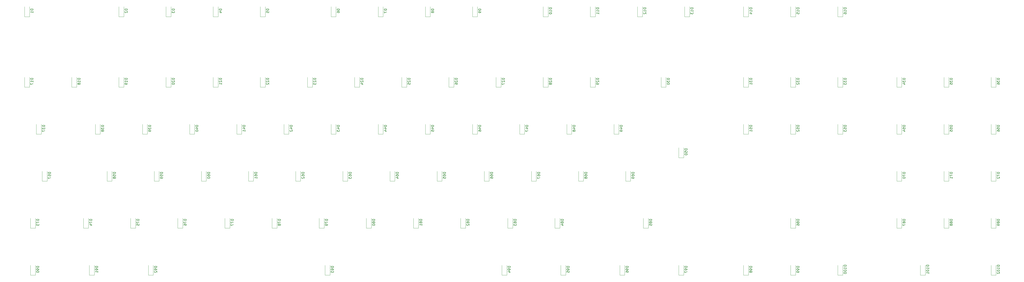
<source format=gbr>
%TF.GenerationSoftware,KiCad,Pcbnew,9.0.6*%
%TF.CreationDate,2026-01-11T11:58:47+00:00*%
%TF.ProjectId,keebv3,6b656562-7633-42e6-9b69-6361645f7063,rev?*%
%TF.SameCoordinates,Original*%
%TF.FileFunction,Legend,Bot*%
%TF.FilePolarity,Positive*%
%FSLAX46Y46*%
G04 Gerber Fmt 4.6, Leading zero omitted, Abs format (unit mm)*
G04 Created by KiCad (PCBNEW 9.0.6) date 2026-01-11 11:58:47*
%MOMM*%
%LPD*%
G01*
G04 APERTURE LIST*
%ADD10C,0.150000*%
%ADD11C,0.120000*%
G04 APERTURE END LIST*
D10*
X188509819Y-40391905D02*
X187509819Y-40391905D01*
X187509819Y-40391905D02*
X187509819Y-40630000D01*
X187509819Y-40630000D02*
X187557438Y-40772857D01*
X187557438Y-40772857D02*
X187652676Y-40868095D01*
X187652676Y-40868095D02*
X187747914Y-40915714D01*
X187747914Y-40915714D02*
X187938390Y-40963333D01*
X187938390Y-40963333D02*
X188081247Y-40963333D01*
X188081247Y-40963333D02*
X188271723Y-40915714D01*
X188271723Y-40915714D02*
X188366961Y-40868095D01*
X188366961Y-40868095D02*
X188462200Y-40772857D01*
X188462200Y-40772857D02*
X188509819Y-40630000D01*
X188509819Y-40630000D02*
X188509819Y-40391905D01*
X187509819Y-41296667D02*
X187509819Y-41963333D01*
X187509819Y-41963333D02*
X188509819Y-41534762D01*
X274234819Y-68490714D02*
X273234819Y-68490714D01*
X273234819Y-68490714D02*
X273234819Y-68728809D01*
X273234819Y-68728809D02*
X273282438Y-68871666D01*
X273282438Y-68871666D02*
X273377676Y-68966904D01*
X273377676Y-68966904D02*
X273472914Y-69014523D01*
X273472914Y-69014523D02*
X273663390Y-69062142D01*
X273663390Y-69062142D02*
X273806247Y-69062142D01*
X273806247Y-69062142D02*
X273996723Y-69014523D01*
X273996723Y-69014523D02*
X274091961Y-68966904D01*
X274091961Y-68966904D02*
X274187200Y-68871666D01*
X274187200Y-68871666D02*
X274234819Y-68728809D01*
X274234819Y-68728809D02*
X274234819Y-68490714D01*
X273330057Y-69443095D02*
X273282438Y-69490714D01*
X273282438Y-69490714D02*
X273234819Y-69585952D01*
X273234819Y-69585952D02*
X273234819Y-69824047D01*
X273234819Y-69824047D02*
X273282438Y-69919285D01*
X273282438Y-69919285D02*
X273330057Y-69966904D01*
X273330057Y-69966904D02*
X273425295Y-70014523D01*
X273425295Y-70014523D02*
X273520533Y-70014523D01*
X273520533Y-70014523D02*
X273663390Y-69966904D01*
X273663390Y-69966904D02*
X274234819Y-69395476D01*
X274234819Y-69395476D02*
X274234819Y-70014523D01*
X274234819Y-70490714D02*
X274234819Y-70681190D01*
X274234819Y-70681190D02*
X274187200Y-70776428D01*
X274187200Y-70776428D02*
X274139580Y-70824047D01*
X274139580Y-70824047D02*
X273996723Y-70919285D01*
X273996723Y-70919285D02*
X273806247Y-70966904D01*
X273806247Y-70966904D02*
X273425295Y-70966904D01*
X273425295Y-70966904D02*
X273330057Y-70919285D01*
X273330057Y-70919285D02*
X273282438Y-70871666D01*
X273282438Y-70871666D02*
X273234819Y-70776428D01*
X273234819Y-70776428D02*
X273234819Y-70585952D01*
X273234819Y-70585952D02*
X273282438Y-70490714D01*
X273282438Y-70490714D02*
X273330057Y-70443095D01*
X273330057Y-70443095D02*
X273425295Y-70395476D01*
X273425295Y-70395476D02*
X273663390Y-70395476D01*
X273663390Y-70395476D02*
X273758628Y-70443095D01*
X273758628Y-70443095D02*
X273806247Y-70490714D01*
X273806247Y-70490714D02*
X273853866Y-70585952D01*
X273853866Y-70585952D02*
X273853866Y-70776428D01*
X273853866Y-70776428D02*
X273806247Y-70871666D01*
X273806247Y-70871666D02*
X273758628Y-70919285D01*
X273758628Y-70919285D02*
X273663390Y-70966904D01*
X274234819Y-39915714D02*
X273234819Y-39915714D01*
X273234819Y-39915714D02*
X273234819Y-40153809D01*
X273234819Y-40153809D02*
X273282438Y-40296666D01*
X273282438Y-40296666D02*
X273377676Y-40391904D01*
X273377676Y-40391904D02*
X273472914Y-40439523D01*
X273472914Y-40439523D02*
X273663390Y-40487142D01*
X273663390Y-40487142D02*
X273806247Y-40487142D01*
X273806247Y-40487142D02*
X273996723Y-40439523D01*
X273996723Y-40439523D02*
X274091961Y-40391904D01*
X274091961Y-40391904D02*
X274187200Y-40296666D01*
X274187200Y-40296666D02*
X274234819Y-40153809D01*
X274234819Y-40153809D02*
X274234819Y-39915714D01*
X274234819Y-41439523D02*
X274234819Y-40868095D01*
X274234819Y-41153809D02*
X273234819Y-41153809D01*
X273234819Y-41153809D02*
X273377676Y-41058571D01*
X273377676Y-41058571D02*
X273472914Y-40963333D01*
X273472914Y-40963333D02*
X273520533Y-40868095D01*
X274234819Y-42391904D02*
X274234819Y-41820476D01*
X274234819Y-42106190D02*
X273234819Y-42106190D01*
X273234819Y-42106190D02*
X273377676Y-42010952D01*
X273377676Y-42010952D02*
X273472914Y-41915714D01*
X273472914Y-41915714D02*
X273520533Y-41820476D01*
X202797319Y-125640714D02*
X201797319Y-125640714D01*
X201797319Y-125640714D02*
X201797319Y-125878809D01*
X201797319Y-125878809D02*
X201844938Y-126021666D01*
X201844938Y-126021666D02*
X201940176Y-126116904D01*
X201940176Y-126116904D02*
X202035414Y-126164523D01*
X202035414Y-126164523D02*
X202225890Y-126212142D01*
X202225890Y-126212142D02*
X202368747Y-126212142D01*
X202368747Y-126212142D02*
X202559223Y-126164523D01*
X202559223Y-126164523D02*
X202654461Y-126116904D01*
X202654461Y-126116904D02*
X202749700Y-126021666D01*
X202749700Y-126021666D02*
X202797319Y-125878809D01*
X202797319Y-125878809D02*
X202797319Y-125640714D01*
X202225890Y-126783571D02*
X202178271Y-126688333D01*
X202178271Y-126688333D02*
X202130652Y-126640714D01*
X202130652Y-126640714D02*
X202035414Y-126593095D01*
X202035414Y-126593095D02*
X201987795Y-126593095D01*
X201987795Y-126593095D02*
X201892557Y-126640714D01*
X201892557Y-126640714D02*
X201844938Y-126688333D01*
X201844938Y-126688333D02*
X201797319Y-126783571D01*
X201797319Y-126783571D02*
X201797319Y-126974047D01*
X201797319Y-126974047D02*
X201844938Y-127069285D01*
X201844938Y-127069285D02*
X201892557Y-127116904D01*
X201892557Y-127116904D02*
X201987795Y-127164523D01*
X201987795Y-127164523D02*
X202035414Y-127164523D01*
X202035414Y-127164523D02*
X202130652Y-127116904D01*
X202130652Y-127116904D02*
X202178271Y-127069285D01*
X202178271Y-127069285D02*
X202225890Y-126974047D01*
X202225890Y-126974047D02*
X202225890Y-126783571D01*
X202225890Y-126783571D02*
X202273509Y-126688333D01*
X202273509Y-126688333D02*
X202321128Y-126640714D01*
X202321128Y-126640714D02*
X202416366Y-126593095D01*
X202416366Y-126593095D02*
X202606842Y-126593095D01*
X202606842Y-126593095D02*
X202702080Y-126640714D01*
X202702080Y-126640714D02*
X202749700Y-126688333D01*
X202749700Y-126688333D02*
X202797319Y-126783571D01*
X202797319Y-126783571D02*
X202797319Y-126974047D01*
X202797319Y-126974047D02*
X202749700Y-127069285D01*
X202749700Y-127069285D02*
X202702080Y-127116904D01*
X202702080Y-127116904D02*
X202606842Y-127164523D01*
X202606842Y-127164523D02*
X202416366Y-127164523D01*
X202416366Y-127164523D02*
X202321128Y-127116904D01*
X202321128Y-127116904D02*
X202273509Y-127069285D01*
X202273509Y-127069285D02*
X202225890Y-126974047D01*
X202797319Y-128116904D02*
X202797319Y-127545476D01*
X202797319Y-127831190D02*
X201797319Y-127831190D01*
X201797319Y-127831190D02*
X201940176Y-127735952D01*
X201940176Y-127735952D02*
X202035414Y-127640714D01*
X202035414Y-127640714D02*
X202083033Y-127545476D01*
X255184819Y-39915714D02*
X254184819Y-39915714D01*
X254184819Y-39915714D02*
X254184819Y-40153809D01*
X254184819Y-40153809D02*
X254232438Y-40296666D01*
X254232438Y-40296666D02*
X254327676Y-40391904D01*
X254327676Y-40391904D02*
X254422914Y-40439523D01*
X254422914Y-40439523D02*
X254613390Y-40487142D01*
X254613390Y-40487142D02*
X254756247Y-40487142D01*
X254756247Y-40487142D02*
X254946723Y-40439523D01*
X254946723Y-40439523D02*
X255041961Y-40391904D01*
X255041961Y-40391904D02*
X255137200Y-40296666D01*
X255137200Y-40296666D02*
X255184819Y-40153809D01*
X255184819Y-40153809D02*
X255184819Y-39915714D01*
X255184819Y-41439523D02*
X255184819Y-40868095D01*
X255184819Y-41153809D02*
X254184819Y-41153809D01*
X254184819Y-41153809D02*
X254327676Y-41058571D01*
X254327676Y-41058571D02*
X254422914Y-40963333D01*
X254422914Y-40963333D02*
X254470533Y-40868095D01*
X254184819Y-42058571D02*
X254184819Y-42153809D01*
X254184819Y-42153809D02*
X254232438Y-42249047D01*
X254232438Y-42249047D02*
X254280057Y-42296666D01*
X254280057Y-42296666D02*
X254375295Y-42344285D01*
X254375295Y-42344285D02*
X254565771Y-42391904D01*
X254565771Y-42391904D02*
X254803866Y-42391904D01*
X254803866Y-42391904D02*
X254994342Y-42344285D01*
X254994342Y-42344285D02*
X255089580Y-42296666D01*
X255089580Y-42296666D02*
X255137200Y-42249047D01*
X255137200Y-42249047D02*
X255184819Y-42153809D01*
X255184819Y-42153809D02*
X255184819Y-42058571D01*
X255184819Y-42058571D02*
X255137200Y-41963333D01*
X255137200Y-41963333D02*
X255089580Y-41915714D01*
X255089580Y-41915714D02*
X254994342Y-41868095D01*
X254994342Y-41868095D02*
X254803866Y-41820476D01*
X254803866Y-41820476D02*
X254565771Y-41820476D01*
X254565771Y-41820476D02*
X254375295Y-41868095D01*
X254375295Y-41868095D02*
X254280057Y-41915714D01*
X254280057Y-41915714D02*
X254232438Y-41963333D01*
X254232438Y-41963333D02*
X254184819Y-42058571D01*
X140884819Y-40391905D02*
X139884819Y-40391905D01*
X139884819Y-40391905D02*
X139884819Y-40630000D01*
X139884819Y-40630000D02*
X139932438Y-40772857D01*
X139932438Y-40772857D02*
X140027676Y-40868095D01*
X140027676Y-40868095D02*
X140122914Y-40915714D01*
X140122914Y-40915714D02*
X140313390Y-40963333D01*
X140313390Y-40963333D02*
X140456247Y-40963333D01*
X140456247Y-40963333D02*
X140646723Y-40915714D01*
X140646723Y-40915714D02*
X140741961Y-40868095D01*
X140741961Y-40868095D02*
X140837200Y-40772857D01*
X140837200Y-40772857D02*
X140884819Y-40630000D01*
X140884819Y-40630000D02*
X140884819Y-40391905D01*
X139884819Y-41868095D02*
X139884819Y-41391905D01*
X139884819Y-41391905D02*
X140361009Y-41344286D01*
X140361009Y-41344286D02*
X140313390Y-41391905D01*
X140313390Y-41391905D02*
X140265771Y-41487143D01*
X140265771Y-41487143D02*
X140265771Y-41725238D01*
X140265771Y-41725238D02*
X140313390Y-41820476D01*
X140313390Y-41820476D02*
X140361009Y-41868095D01*
X140361009Y-41868095D02*
X140456247Y-41915714D01*
X140456247Y-41915714D02*
X140694342Y-41915714D01*
X140694342Y-41915714D02*
X140789580Y-41868095D01*
X140789580Y-41868095D02*
X140837200Y-41820476D01*
X140837200Y-41820476D02*
X140884819Y-41725238D01*
X140884819Y-41725238D02*
X140884819Y-41487143D01*
X140884819Y-41487143D02*
X140837200Y-41391905D01*
X140837200Y-41391905D02*
X140789580Y-41344286D01*
X136122319Y-106590714D02*
X135122319Y-106590714D01*
X135122319Y-106590714D02*
X135122319Y-106828809D01*
X135122319Y-106828809D02*
X135169938Y-106971666D01*
X135169938Y-106971666D02*
X135265176Y-107066904D01*
X135265176Y-107066904D02*
X135360414Y-107114523D01*
X135360414Y-107114523D02*
X135550890Y-107162142D01*
X135550890Y-107162142D02*
X135693747Y-107162142D01*
X135693747Y-107162142D02*
X135884223Y-107114523D01*
X135884223Y-107114523D02*
X135979461Y-107066904D01*
X135979461Y-107066904D02*
X136074700Y-106971666D01*
X136074700Y-106971666D02*
X136122319Y-106828809D01*
X136122319Y-106828809D02*
X136122319Y-106590714D01*
X135122319Y-108019285D02*
X135122319Y-107828809D01*
X135122319Y-107828809D02*
X135169938Y-107733571D01*
X135169938Y-107733571D02*
X135217557Y-107685952D01*
X135217557Y-107685952D02*
X135360414Y-107590714D01*
X135360414Y-107590714D02*
X135550890Y-107543095D01*
X135550890Y-107543095D02*
X135931842Y-107543095D01*
X135931842Y-107543095D02*
X136027080Y-107590714D01*
X136027080Y-107590714D02*
X136074700Y-107638333D01*
X136074700Y-107638333D02*
X136122319Y-107733571D01*
X136122319Y-107733571D02*
X136122319Y-107924047D01*
X136122319Y-107924047D02*
X136074700Y-108019285D01*
X136074700Y-108019285D02*
X136027080Y-108066904D01*
X136027080Y-108066904D02*
X135931842Y-108114523D01*
X135931842Y-108114523D02*
X135693747Y-108114523D01*
X135693747Y-108114523D02*
X135598509Y-108066904D01*
X135598509Y-108066904D02*
X135550890Y-108019285D01*
X135550890Y-108019285D02*
X135503271Y-107924047D01*
X135503271Y-107924047D02*
X135503271Y-107733571D01*
X135503271Y-107733571D02*
X135550890Y-107638333D01*
X135550890Y-107638333D02*
X135598509Y-107590714D01*
X135598509Y-107590714D02*
X135693747Y-107543095D01*
X136122319Y-109066904D02*
X136122319Y-108495476D01*
X136122319Y-108781190D02*
X135122319Y-108781190D01*
X135122319Y-108781190D02*
X135265176Y-108685952D01*
X135265176Y-108685952D02*
X135360414Y-108590714D01*
X135360414Y-108590714D02*
X135408033Y-108495476D01*
X188509819Y-87540714D02*
X187509819Y-87540714D01*
X187509819Y-87540714D02*
X187509819Y-87778809D01*
X187509819Y-87778809D02*
X187557438Y-87921666D01*
X187557438Y-87921666D02*
X187652676Y-88016904D01*
X187652676Y-88016904D02*
X187747914Y-88064523D01*
X187747914Y-88064523D02*
X187938390Y-88112142D01*
X187938390Y-88112142D02*
X188081247Y-88112142D01*
X188081247Y-88112142D02*
X188271723Y-88064523D01*
X188271723Y-88064523D02*
X188366961Y-88016904D01*
X188366961Y-88016904D02*
X188462200Y-87921666D01*
X188462200Y-87921666D02*
X188509819Y-87778809D01*
X188509819Y-87778809D02*
X188509819Y-87540714D01*
X187843152Y-88969285D02*
X188509819Y-88969285D01*
X187462200Y-88731190D02*
X188176485Y-88493095D01*
X188176485Y-88493095D02*
X188176485Y-89112142D01*
X187843152Y-89921666D02*
X188509819Y-89921666D01*
X187462200Y-89683571D02*
X188176485Y-89445476D01*
X188176485Y-89445476D02*
X188176485Y-90064523D01*
X417109819Y-68490714D02*
X416109819Y-68490714D01*
X416109819Y-68490714D02*
X416109819Y-68728809D01*
X416109819Y-68728809D02*
X416157438Y-68871666D01*
X416157438Y-68871666D02*
X416252676Y-68966904D01*
X416252676Y-68966904D02*
X416347914Y-69014523D01*
X416347914Y-69014523D02*
X416538390Y-69062142D01*
X416538390Y-69062142D02*
X416681247Y-69062142D01*
X416681247Y-69062142D02*
X416871723Y-69014523D01*
X416871723Y-69014523D02*
X416966961Y-68966904D01*
X416966961Y-68966904D02*
X417062200Y-68871666D01*
X417062200Y-68871666D02*
X417109819Y-68728809D01*
X417109819Y-68728809D02*
X417109819Y-68490714D01*
X416109819Y-69395476D02*
X416109819Y-70014523D01*
X416109819Y-70014523D02*
X416490771Y-69681190D01*
X416490771Y-69681190D02*
X416490771Y-69824047D01*
X416490771Y-69824047D02*
X416538390Y-69919285D01*
X416538390Y-69919285D02*
X416586009Y-69966904D01*
X416586009Y-69966904D02*
X416681247Y-70014523D01*
X416681247Y-70014523D02*
X416919342Y-70014523D01*
X416919342Y-70014523D02*
X417014580Y-69966904D01*
X417014580Y-69966904D02*
X417062200Y-69919285D01*
X417062200Y-69919285D02*
X417109819Y-69824047D01*
X417109819Y-69824047D02*
X417109819Y-69538333D01*
X417109819Y-69538333D02*
X417062200Y-69443095D01*
X417062200Y-69443095D02*
X417014580Y-69395476D01*
X416109819Y-70919285D02*
X416109819Y-70443095D01*
X416109819Y-70443095D02*
X416586009Y-70395476D01*
X416586009Y-70395476D02*
X416538390Y-70443095D01*
X416538390Y-70443095D02*
X416490771Y-70538333D01*
X416490771Y-70538333D02*
X416490771Y-70776428D01*
X416490771Y-70776428D02*
X416538390Y-70871666D01*
X416538390Y-70871666D02*
X416586009Y-70919285D01*
X416586009Y-70919285D02*
X416681247Y-70966904D01*
X416681247Y-70966904D02*
X416919342Y-70966904D01*
X416919342Y-70966904D02*
X417014580Y-70919285D01*
X417014580Y-70919285D02*
X417062200Y-70871666D01*
X417062200Y-70871666D02*
X417109819Y-70776428D01*
X417109819Y-70776428D02*
X417109819Y-70538333D01*
X417109819Y-70538333D02*
X417062200Y-70443095D01*
X417062200Y-70443095D02*
X417014580Y-70395476D01*
X336147319Y-68490714D02*
X335147319Y-68490714D01*
X335147319Y-68490714D02*
X335147319Y-68728809D01*
X335147319Y-68728809D02*
X335194938Y-68871666D01*
X335194938Y-68871666D02*
X335290176Y-68966904D01*
X335290176Y-68966904D02*
X335385414Y-69014523D01*
X335385414Y-69014523D02*
X335575890Y-69062142D01*
X335575890Y-69062142D02*
X335718747Y-69062142D01*
X335718747Y-69062142D02*
X335909223Y-69014523D01*
X335909223Y-69014523D02*
X336004461Y-68966904D01*
X336004461Y-68966904D02*
X336099700Y-68871666D01*
X336099700Y-68871666D02*
X336147319Y-68728809D01*
X336147319Y-68728809D02*
X336147319Y-68490714D01*
X335147319Y-69395476D02*
X335147319Y-70014523D01*
X335147319Y-70014523D02*
X335528271Y-69681190D01*
X335528271Y-69681190D02*
X335528271Y-69824047D01*
X335528271Y-69824047D02*
X335575890Y-69919285D01*
X335575890Y-69919285D02*
X335623509Y-69966904D01*
X335623509Y-69966904D02*
X335718747Y-70014523D01*
X335718747Y-70014523D02*
X335956842Y-70014523D01*
X335956842Y-70014523D02*
X336052080Y-69966904D01*
X336052080Y-69966904D02*
X336099700Y-69919285D01*
X336099700Y-69919285D02*
X336147319Y-69824047D01*
X336147319Y-69824047D02*
X336147319Y-69538333D01*
X336147319Y-69538333D02*
X336099700Y-69443095D01*
X336099700Y-69443095D02*
X336052080Y-69395476D01*
X336147319Y-70966904D02*
X336147319Y-70395476D01*
X336147319Y-70681190D02*
X335147319Y-70681190D01*
X335147319Y-70681190D02*
X335290176Y-70585952D01*
X335290176Y-70585952D02*
X335385414Y-70490714D01*
X335385414Y-70490714D02*
X335433033Y-70395476D01*
X374247319Y-39915714D02*
X373247319Y-39915714D01*
X373247319Y-39915714D02*
X373247319Y-40153809D01*
X373247319Y-40153809D02*
X373294938Y-40296666D01*
X373294938Y-40296666D02*
X373390176Y-40391904D01*
X373390176Y-40391904D02*
X373485414Y-40439523D01*
X373485414Y-40439523D02*
X373675890Y-40487142D01*
X373675890Y-40487142D02*
X373818747Y-40487142D01*
X373818747Y-40487142D02*
X374009223Y-40439523D01*
X374009223Y-40439523D02*
X374104461Y-40391904D01*
X374104461Y-40391904D02*
X374199700Y-40296666D01*
X374199700Y-40296666D02*
X374247319Y-40153809D01*
X374247319Y-40153809D02*
X374247319Y-39915714D01*
X374247319Y-41439523D02*
X374247319Y-40868095D01*
X374247319Y-41153809D02*
X373247319Y-41153809D01*
X373247319Y-41153809D02*
X373390176Y-41058571D01*
X373390176Y-41058571D02*
X373485414Y-40963333D01*
X373485414Y-40963333D02*
X373533033Y-40868095D01*
X373247319Y-42296666D02*
X373247319Y-42106190D01*
X373247319Y-42106190D02*
X373294938Y-42010952D01*
X373294938Y-42010952D02*
X373342557Y-41963333D01*
X373342557Y-41963333D02*
X373485414Y-41868095D01*
X373485414Y-41868095D02*
X373675890Y-41820476D01*
X373675890Y-41820476D02*
X374056842Y-41820476D01*
X374056842Y-41820476D02*
X374152080Y-41868095D01*
X374152080Y-41868095D02*
X374199700Y-41915714D01*
X374199700Y-41915714D02*
X374247319Y-42010952D01*
X374247319Y-42010952D02*
X374247319Y-42201428D01*
X374247319Y-42201428D02*
X374199700Y-42296666D01*
X374199700Y-42296666D02*
X374152080Y-42344285D01*
X374152080Y-42344285D02*
X374056842Y-42391904D01*
X374056842Y-42391904D02*
X373818747Y-42391904D01*
X373818747Y-42391904D02*
X373723509Y-42344285D01*
X373723509Y-42344285D02*
X373675890Y-42296666D01*
X373675890Y-42296666D02*
X373628271Y-42201428D01*
X373628271Y-42201428D02*
X373628271Y-42010952D01*
X373628271Y-42010952D02*
X373675890Y-41915714D01*
X373675890Y-41915714D02*
X373723509Y-41868095D01*
X373723509Y-41868095D02*
X373818747Y-41820476D01*
X159934819Y-68490714D02*
X158934819Y-68490714D01*
X158934819Y-68490714D02*
X158934819Y-68728809D01*
X158934819Y-68728809D02*
X158982438Y-68871666D01*
X158982438Y-68871666D02*
X159077676Y-68966904D01*
X159077676Y-68966904D02*
X159172914Y-69014523D01*
X159172914Y-69014523D02*
X159363390Y-69062142D01*
X159363390Y-69062142D02*
X159506247Y-69062142D01*
X159506247Y-69062142D02*
X159696723Y-69014523D01*
X159696723Y-69014523D02*
X159791961Y-68966904D01*
X159791961Y-68966904D02*
X159887200Y-68871666D01*
X159887200Y-68871666D02*
X159934819Y-68728809D01*
X159934819Y-68728809D02*
X159934819Y-68490714D01*
X159030057Y-69443095D02*
X158982438Y-69490714D01*
X158982438Y-69490714D02*
X158934819Y-69585952D01*
X158934819Y-69585952D02*
X158934819Y-69824047D01*
X158934819Y-69824047D02*
X158982438Y-69919285D01*
X158982438Y-69919285D02*
X159030057Y-69966904D01*
X159030057Y-69966904D02*
X159125295Y-70014523D01*
X159125295Y-70014523D02*
X159220533Y-70014523D01*
X159220533Y-70014523D02*
X159363390Y-69966904D01*
X159363390Y-69966904D02*
X159934819Y-69395476D01*
X159934819Y-69395476D02*
X159934819Y-70014523D01*
X158934819Y-70347857D02*
X158934819Y-70966904D01*
X158934819Y-70966904D02*
X159315771Y-70633571D01*
X159315771Y-70633571D02*
X159315771Y-70776428D01*
X159315771Y-70776428D02*
X159363390Y-70871666D01*
X159363390Y-70871666D02*
X159411009Y-70919285D01*
X159411009Y-70919285D02*
X159506247Y-70966904D01*
X159506247Y-70966904D02*
X159744342Y-70966904D01*
X159744342Y-70966904D02*
X159839580Y-70919285D01*
X159839580Y-70919285D02*
X159887200Y-70871666D01*
X159887200Y-70871666D02*
X159934819Y-70776428D01*
X159934819Y-70776428D02*
X159934819Y-70490714D01*
X159934819Y-70490714D02*
X159887200Y-70395476D01*
X159887200Y-70395476D02*
X159839580Y-70347857D01*
X309953569Y-144690714D02*
X308953569Y-144690714D01*
X308953569Y-144690714D02*
X308953569Y-144928809D01*
X308953569Y-144928809D02*
X309001188Y-145071666D01*
X309001188Y-145071666D02*
X309096426Y-145166904D01*
X309096426Y-145166904D02*
X309191664Y-145214523D01*
X309191664Y-145214523D02*
X309382140Y-145262142D01*
X309382140Y-145262142D02*
X309524997Y-145262142D01*
X309524997Y-145262142D02*
X309715473Y-145214523D01*
X309715473Y-145214523D02*
X309810711Y-145166904D01*
X309810711Y-145166904D02*
X309905950Y-145071666D01*
X309905950Y-145071666D02*
X309953569Y-144928809D01*
X309953569Y-144928809D02*
X309953569Y-144690714D01*
X309953569Y-145738333D02*
X309953569Y-145928809D01*
X309953569Y-145928809D02*
X309905950Y-146024047D01*
X309905950Y-146024047D02*
X309858330Y-146071666D01*
X309858330Y-146071666D02*
X309715473Y-146166904D01*
X309715473Y-146166904D02*
X309524997Y-146214523D01*
X309524997Y-146214523D02*
X309144045Y-146214523D01*
X309144045Y-146214523D02*
X309048807Y-146166904D01*
X309048807Y-146166904D02*
X309001188Y-146119285D01*
X309001188Y-146119285D02*
X308953569Y-146024047D01*
X308953569Y-146024047D02*
X308953569Y-145833571D01*
X308953569Y-145833571D02*
X309001188Y-145738333D01*
X309001188Y-145738333D02*
X309048807Y-145690714D01*
X309048807Y-145690714D02*
X309144045Y-145643095D01*
X309144045Y-145643095D02*
X309382140Y-145643095D01*
X309382140Y-145643095D02*
X309477378Y-145690714D01*
X309477378Y-145690714D02*
X309524997Y-145738333D01*
X309524997Y-145738333D02*
X309572616Y-145833571D01*
X309572616Y-145833571D02*
X309572616Y-146024047D01*
X309572616Y-146024047D02*
X309524997Y-146119285D01*
X309524997Y-146119285D02*
X309477378Y-146166904D01*
X309477378Y-146166904D02*
X309382140Y-146214523D01*
X308953569Y-146547857D02*
X308953569Y-147214523D01*
X308953569Y-147214523D02*
X309953569Y-146785952D01*
X169459819Y-40391905D02*
X168459819Y-40391905D01*
X168459819Y-40391905D02*
X168459819Y-40630000D01*
X168459819Y-40630000D02*
X168507438Y-40772857D01*
X168507438Y-40772857D02*
X168602676Y-40868095D01*
X168602676Y-40868095D02*
X168697914Y-40915714D01*
X168697914Y-40915714D02*
X168888390Y-40963333D01*
X168888390Y-40963333D02*
X169031247Y-40963333D01*
X169031247Y-40963333D02*
X169221723Y-40915714D01*
X169221723Y-40915714D02*
X169316961Y-40868095D01*
X169316961Y-40868095D02*
X169412200Y-40772857D01*
X169412200Y-40772857D02*
X169459819Y-40630000D01*
X169459819Y-40630000D02*
X169459819Y-40391905D01*
X168459819Y-41820476D02*
X168459819Y-41630000D01*
X168459819Y-41630000D02*
X168507438Y-41534762D01*
X168507438Y-41534762D02*
X168555057Y-41487143D01*
X168555057Y-41487143D02*
X168697914Y-41391905D01*
X168697914Y-41391905D02*
X168888390Y-41344286D01*
X168888390Y-41344286D02*
X169269342Y-41344286D01*
X169269342Y-41344286D02*
X169364580Y-41391905D01*
X169364580Y-41391905D02*
X169412200Y-41439524D01*
X169412200Y-41439524D02*
X169459819Y-41534762D01*
X169459819Y-41534762D02*
X169459819Y-41725238D01*
X169459819Y-41725238D02*
X169412200Y-41820476D01*
X169412200Y-41820476D02*
X169364580Y-41868095D01*
X169364580Y-41868095D02*
X169269342Y-41915714D01*
X169269342Y-41915714D02*
X169031247Y-41915714D01*
X169031247Y-41915714D02*
X168936009Y-41868095D01*
X168936009Y-41868095D02*
X168888390Y-41820476D01*
X168888390Y-41820476D02*
X168840771Y-41725238D01*
X168840771Y-41725238D02*
X168840771Y-41534762D01*
X168840771Y-41534762D02*
X168888390Y-41439524D01*
X168888390Y-41439524D02*
X168936009Y-41391905D01*
X168936009Y-41391905D02*
X169031247Y-41344286D01*
X64684819Y-68490714D02*
X63684819Y-68490714D01*
X63684819Y-68490714D02*
X63684819Y-68728809D01*
X63684819Y-68728809D02*
X63732438Y-68871666D01*
X63732438Y-68871666D02*
X63827676Y-68966904D01*
X63827676Y-68966904D02*
X63922914Y-69014523D01*
X63922914Y-69014523D02*
X64113390Y-69062142D01*
X64113390Y-69062142D02*
X64256247Y-69062142D01*
X64256247Y-69062142D02*
X64446723Y-69014523D01*
X64446723Y-69014523D02*
X64541961Y-68966904D01*
X64541961Y-68966904D02*
X64637200Y-68871666D01*
X64637200Y-68871666D02*
X64684819Y-68728809D01*
X64684819Y-68728809D02*
X64684819Y-68490714D01*
X64684819Y-70014523D02*
X64684819Y-69443095D01*
X64684819Y-69728809D02*
X63684819Y-69728809D01*
X63684819Y-69728809D02*
X63827676Y-69633571D01*
X63827676Y-69633571D02*
X63922914Y-69538333D01*
X63922914Y-69538333D02*
X63970533Y-69443095D01*
X64113390Y-70585952D02*
X64065771Y-70490714D01*
X64065771Y-70490714D02*
X64018152Y-70443095D01*
X64018152Y-70443095D02*
X63922914Y-70395476D01*
X63922914Y-70395476D02*
X63875295Y-70395476D01*
X63875295Y-70395476D02*
X63780057Y-70443095D01*
X63780057Y-70443095D02*
X63732438Y-70490714D01*
X63732438Y-70490714D02*
X63684819Y-70585952D01*
X63684819Y-70585952D02*
X63684819Y-70776428D01*
X63684819Y-70776428D02*
X63732438Y-70871666D01*
X63732438Y-70871666D02*
X63780057Y-70919285D01*
X63780057Y-70919285D02*
X63875295Y-70966904D01*
X63875295Y-70966904D02*
X63922914Y-70966904D01*
X63922914Y-70966904D02*
X64018152Y-70919285D01*
X64018152Y-70919285D02*
X64065771Y-70871666D01*
X64065771Y-70871666D02*
X64113390Y-70776428D01*
X64113390Y-70776428D02*
X64113390Y-70585952D01*
X64113390Y-70585952D02*
X64161009Y-70490714D01*
X64161009Y-70490714D02*
X64208628Y-70443095D01*
X64208628Y-70443095D02*
X64303866Y-70395476D01*
X64303866Y-70395476D02*
X64494342Y-70395476D01*
X64494342Y-70395476D02*
X64589580Y-70443095D01*
X64589580Y-70443095D02*
X64637200Y-70490714D01*
X64637200Y-70490714D02*
X64684819Y-70585952D01*
X64684819Y-70585952D02*
X64684819Y-70776428D01*
X64684819Y-70776428D02*
X64637200Y-70871666D01*
X64637200Y-70871666D02*
X64589580Y-70919285D01*
X64589580Y-70919285D02*
X64494342Y-70966904D01*
X64494342Y-70966904D02*
X64303866Y-70966904D01*
X64303866Y-70966904D02*
X64208628Y-70919285D01*
X64208628Y-70919285D02*
X64161009Y-70871666D01*
X64161009Y-70871666D02*
X64113390Y-70776428D01*
X121834819Y-68490714D02*
X120834819Y-68490714D01*
X120834819Y-68490714D02*
X120834819Y-68728809D01*
X120834819Y-68728809D02*
X120882438Y-68871666D01*
X120882438Y-68871666D02*
X120977676Y-68966904D01*
X120977676Y-68966904D02*
X121072914Y-69014523D01*
X121072914Y-69014523D02*
X121263390Y-69062142D01*
X121263390Y-69062142D02*
X121406247Y-69062142D01*
X121406247Y-69062142D02*
X121596723Y-69014523D01*
X121596723Y-69014523D02*
X121691961Y-68966904D01*
X121691961Y-68966904D02*
X121787200Y-68871666D01*
X121787200Y-68871666D02*
X121834819Y-68728809D01*
X121834819Y-68728809D02*
X121834819Y-68490714D01*
X120930057Y-69443095D02*
X120882438Y-69490714D01*
X120882438Y-69490714D02*
X120834819Y-69585952D01*
X120834819Y-69585952D02*
X120834819Y-69824047D01*
X120834819Y-69824047D02*
X120882438Y-69919285D01*
X120882438Y-69919285D02*
X120930057Y-69966904D01*
X120930057Y-69966904D02*
X121025295Y-70014523D01*
X121025295Y-70014523D02*
X121120533Y-70014523D01*
X121120533Y-70014523D02*
X121263390Y-69966904D01*
X121263390Y-69966904D02*
X121834819Y-69395476D01*
X121834819Y-69395476D02*
X121834819Y-70014523D01*
X121834819Y-70966904D02*
X121834819Y-70395476D01*
X121834819Y-70681190D02*
X120834819Y-70681190D01*
X120834819Y-70681190D02*
X120977676Y-70585952D01*
X120977676Y-70585952D02*
X121072914Y-70490714D01*
X121072914Y-70490714D02*
X121120533Y-70395476D01*
X83734819Y-40391905D02*
X82734819Y-40391905D01*
X82734819Y-40391905D02*
X82734819Y-40630000D01*
X82734819Y-40630000D02*
X82782438Y-40772857D01*
X82782438Y-40772857D02*
X82877676Y-40868095D01*
X82877676Y-40868095D02*
X82972914Y-40915714D01*
X82972914Y-40915714D02*
X83163390Y-40963333D01*
X83163390Y-40963333D02*
X83306247Y-40963333D01*
X83306247Y-40963333D02*
X83496723Y-40915714D01*
X83496723Y-40915714D02*
X83591961Y-40868095D01*
X83591961Y-40868095D02*
X83687200Y-40772857D01*
X83687200Y-40772857D02*
X83734819Y-40630000D01*
X83734819Y-40630000D02*
X83734819Y-40391905D01*
X82830057Y-41344286D02*
X82782438Y-41391905D01*
X82782438Y-41391905D02*
X82734819Y-41487143D01*
X82734819Y-41487143D02*
X82734819Y-41725238D01*
X82734819Y-41725238D02*
X82782438Y-41820476D01*
X82782438Y-41820476D02*
X82830057Y-41868095D01*
X82830057Y-41868095D02*
X82925295Y-41915714D01*
X82925295Y-41915714D02*
X83020533Y-41915714D01*
X83020533Y-41915714D02*
X83163390Y-41868095D01*
X83163390Y-41868095D02*
X83734819Y-41296667D01*
X83734819Y-41296667D02*
X83734819Y-41915714D01*
X221847319Y-125640714D02*
X220847319Y-125640714D01*
X220847319Y-125640714D02*
X220847319Y-125878809D01*
X220847319Y-125878809D02*
X220894938Y-126021666D01*
X220894938Y-126021666D02*
X220990176Y-126116904D01*
X220990176Y-126116904D02*
X221085414Y-126164523D01*
X221085414Y-126164523D02*
X221275890Y-126212142D01*
X221275890Y-126212142D02*
X221418747Y-126212142D01*
X221418747Y-126212142D02*
X221609223Y-126164523D01*
X221609223Y-126164523D02*
X221704461Y-126116904D01*
X221704461Y-126116904D02*
X221799700Y-126021666D01*
X221799700Y-126021666D02*
X221847319Y-125878809D01*
X221847319Y-125878809D02*
X221847319Y-125640714D01*
X221275890Y-126783571D02*
X221228271Y-126688333D01*
X221228271Y-126688333D02*
X221180652Y-126640714D01*
X221180652Y-126640714D02*
X221085414Y-126593095D01*
X221085414Y-126593095D02*
X221037795Y-126593095D01*
X221037795Y-126593095D02*
X220942557Y-126640714D01*
X220942557Y-126640714D02*
X220894938Y-126688333D01*
X220894938Y-126688333D02*
X220847319Y-126783571D01*
X220847319Y-126783571D02*
X220847319Y-126974047D01*
X220847319Y-126974047D02*
X220894938Y-127069285D01*
X220894938Y-127069285D02*
X220942557Y-127116904D01*
X220942557Y-127116904D02*
X221037795Y-127164523D01*
X221037795Y-127164523D02*
X221085414Y-127164523D01*
X221085414Y-127164523D02*
X221180652Y-127116904D01*
X221180652Y-127116904D02*
X221228271Y-127069285D01*
X221228271Y-127069285D02*
X221275890Y-126974047D01*
X221275890Y-126974047D02*
X221275890Y-126783571D01*
X221275890Y-126783571D02*
X221323509Y-126688333D01*
X221323509Y-126688333D02*
X221371128Y-126640714D01*
X221371128Y-126640714D02*
X221466366Y-126593095D01*
X221466366Y-126593095D02*
X221656842Y-126593095D01*
X221656842Y-126593095D02*
X221752080Y-126640714D01*
X221752080Y-126640714D02*
X221799700Y-126688333D01*
X221799700Y-126688333D02*
X221847319Y-126783571D01*
X221847319Y-126783571D02*
X221847319Y-126974047D01*
X221847319Y-126974047D02*
X221799700Y-127069285D01*
X221799700Y-127069285D02*
X221752080Y-127116904D01*
X221752080Y-127116904D02*
X221656842Y-127164523D01*
X221656842Y-127164523D02*
X221466366Y-127164523D01*
X221466366Y-127164523D02*
X221371128Y-127116904D01*
X221371128Y-127116904D02*
X221323509Y-127069285D01*
X221323509Y-127069285D02*
X221275890Y-126974047D01*
X220942557Y-127545476D02*
X220894938Y-127593095D01*
X220894938Y-127593095D02*
X220847319Y-127688333D01*
X220847319Y-127688333D02*
X220847319Y-127926428D01*
X220847319Y-127926428D02*
X220894938Y-128021666D01*
X220894938Y-128021666D02*
X220942557Y-128069285D01*
X220942557Y-128069285D02*
X221037795Y-128116904D01*
X221037795Y-128116904D02*
X221133033Y-128116904D01*
X221133033Y-128116904D02*
X221275890Y-128069285D01*
X221275890Y-128069285D02*
X221847319Y-127497857D01*
X221847319Y-127497857D02*
X221847319Y-128116904D01*
X436159819Y-68490714D02*
X435159819Y-68490714D01*
X435159819Y-68490714D02*
X435159819Y-68728809D01*
X435159819Y-68728809D02*
X435207438Y-68871666D01*
X435207438Y-68871666D02*
X435302676Y-68966904D01*
X435302676Y-68966904D02*
X435397914Y-69014523D01*
X435397914Y-69014523D02*
X435588390Y-69062142D01*
X435588390Y-69062142D02*
X435731247Y-69062142D01*
X435731247Y-69062142D02*
X435921723Y-69014523D01*
X435921723Y-69014523D02*
X436016961Y-68966904D01*
X436016961Y-68966904D02*
X436112200Y-68871666D01*
X436112200Y-68871666D02*
X436159819Y-68728809D01*
X436159819Y-68728809D02*
X436159819Y-68490714D01*
X435159819Y-69395476D02*
X435159819Y-70014523D01*
X435159819Y-70014523D02*
X435540771Y-69681190D01*
X435540771Y-69681190D02*
X435540771Y-69824047D01*
X435540771Y-69824047D02*
X435588390Y-69919285D01*
X435588390Y-69919285D02*
X435636009Y-69966904D01*
X435636009Y-69966904D02*
X435731247Y-70014523D01*
X435731247Y-70014523D02*
X435969342Y-70014523D01*
X435969342Y-70014523D02*
X436064580Y-69966904D01*
X436064580Y-69966904D02*
X436112200Y-69919285D01*
X436112200Y-69919285D02*
X436159819Y-69824047D01*
X436159819Y-69824047D02*
X436159819Y-69538333D01*
X436159819Y-69538333D02*
X436112200Y-69443095D01*
X436112200Y-69443095D02*
X436064580Y-69395476D01*
X435159819Y-70871666D02*
X435159819Y-70681190D01*
X435159819Y-70681190D02*
X435207438Y-70585952D01*
X435207438Y-70585952D02*
X435255057Y-70538333D01*
X435255057Y-70538333D02*
X435397914Y-70443095D01*
X435397914Y-70443095D02*
X435588390Y-70395476D01*
X435588390Y-70395476D02*
X435969342Y-70395476D01*
X435969342Y-70395476D02*
X436064580Y-70443095D01*
X436064580Y-70443095D02*
X436112200Y-70490714D01*
X436112200Y-70490714D02*
X436159819Y-70585952D01*
X436159819Y-70585952D02*
X436159819Y-70776428D01*
X436159819Y-70776428D02*
X436112200Y-70871666D01*
X436112200Y-70871666D02*
X436064580Y-70919285D01*
X436064580Y-70919285D02*
X435969342Y-70966904D01*
X435969342Y-70966904D02*
X435731247Y-70966904D01*
X435731247Y-70966904D02*
X435636009Y-70919285D01*
X435636009Y-70919285D02*
X435588390Y-70871666D01*
X435588390Y-70871666D02*
X435540771Y-70776428D01*
X435540771Y-70776428D02*
X435540771Y-70585952D01*
X435540771Y-70585952D02*
X435588390Y-70490714D01*
X435588390Y-70490714D02*
X435636009Y-70443095D01*
X435636009Y-70443095D02*
X435731247Y-70395476D01*
X193272319Y-106590714D02*
X192272319Y-106590714D01*
X192272319Y-106590714D02*
X192272319Y-106828809D01*
X192272319Y-106828809D02*
X192319938Y-106971666D01*
X192319938Y-106971666D02*
X192415176Y-107066904D01*
X192415176Y-107066904D02*
X192510414Y-107114523D01*
X192510414Y-107114523D02*
X192700890Y-107162142D01*
X192700890Y-107162142D02*
X192843747Y-107162142D01*
X192843747Y-107162142D02*
X193034223Y-107114523D01*
X193034223Y-107114523D02*
X193129461Y-107066904D01*
X193129461Y-107066904D02*
X193224700Y-106971666D01*
X193224700Y-106971666D02*
X193272319Y-106828809D01*
X193272319Y-106828809D02*
X193272319Y-106590714D01*
X192272319Y-108019285D02*
X192272319Y-107828809D01*
X192272319Y-107828809D02*
X192319938Y-107733571D01*
X192319938Y-107733571D02*
X192367557Y-107685952D01*
X192367557Y-107685952D02*
X192510414Y-107590714D01*
X192510414Y-107590714D02*
X192700890Y-107543095D01*
X192700890Y-107543095D02*
X193081842Y-107543095D01*
X193081842Y-107543095D02*
X193177080Y-107590714D01*
X193177080Y-107590714D02*
X193224700Y-107638333D01*
X193224700Y-107638333D02*
X193272319Y-107733571D01*
X193272319Y-107733571D02*
X193272319Y-107924047D01*
X193272319Y-107924047D02*
X193224700Y-108019285D01*
X193224700Y-108019285D02*
X193177080Y-108066904D01*
X193177080Y-108066904D02*
X193081842Y-108114523D01*
X193081842Y-108114523D02*
X192843747Y-108114523D01*
X192843747Y-108114523D02*
X192748509Y-108066904D01*
X192748509Y-108066904D02*
X192700890Y-108019285D01*
X192700890Y-108019285D02*
X192653271Y-107924047D01*
X192653271Y-107924047D02*
X192653271Y-107733571D01*
X192653271Y-107733571D02*
X192700890Y-107638333D01*
X192700890Y-107638333D02*
X192748509Y-107590714D01*
X192748509Y-107590714D02*
X192843747Y-107543095D01*
X192605652Y-108971666D02*
X193272319Y-108971666D01*
X192224700Y-108733571D02*
X192938985Y-108495476D01*
X192938985Y-108495476D02*
X192938985Y-109114523D01*
X48016069Y-125640714D02*
X47016069Y-125640714D01*
X47016069Y-125640714D02*
X47016069Y-125878809D01*
X47016069Y-125878809D02*
X47063688Y-126021666D01*
X47063688Y-126021666D02*
X47158926Y-126116904D01*
X47158926Y-126116904D02*
X47254164Y-126164523D01*
X47254164Y-126164523D02*
X47444640Y-126212142D01*
X47444640Y-126212142D02*
X47587497Y-126212142D01*
X47587497Y-126212142D02*
X47777973Y-126164523D01*
X47777973Y-126164523D02*
X47873211Y-126116904D01*
X47873211Y-126116904D02*
X47968450Y-126021666D01*
X47968450Y-126021666D02*
X48016069Y-125878809D01*
X48016069Y-125878809D02*
X48016069Y-125640714D01*
X47016069Y-126545476D02*
X47016069Y-127212142D01*
X47016069Y-127212142D02*
X48016069Y-126783571D01*
X47016069Y-127497857D02*
X47016069Y-128116904D01*
X47016069Y-128116904D02*
X47397021Y-127783571D01*
X47397021Y-127783571D02*
X47397021Y-127926428D01*
X47397021Y-127926428D02*
X47444640Y-128021666D01*
X47444640Y-128021666D02*
X47492259Y-128069285D01*
X47492259Y-128069285D02*
X47587497Y-128116904D01*
X47587497Y-128116904D02*
X47825592Y-128116904D01*
X47825592Y-128116904D02*
X47920830Y-128069285D01*
X47920830Y-128069285D02*
X47968450Y-128021666D01*
X47968450Y-128021666D02*
X48016069Y-127926428D01*
X48016069Y-127926428D02*
X48016069Y-127640714D01*
X48016069Y-127640714D02*
X47968450Y-127545476D01*
X47968450Y-127545476D02*
X47920830Y-127497857D01*
X169459819Y-87540714D02*
X168459819Y-87540714D01*
X168459819Y-87540714D02*
X168459819Y-87778809D01*
X168459819Y-87778809D02*
X168507438Y-87921666D01*
X168507438Y-87921666D02*
X168602676Y-88016904D01*
X168602676Y-88016904D02*
X168697914Y-88064523D01*
X168697914Y-88064523D02*
X168888390Y-88112142D01*
X168888390Y-88112142D02*
X169031247Y-88112142D01*
X169031247Y-88112142D02*
X169221723Y-88064523D01*
X169221723Y-88064523D02*
X169316961Y-88016904D01*
X169316961Y-88016904D02*
X169412200Y-87921666D01*
X169412200Y-87921666D02*
X169459819Y-87778809D01*
X169459819Y-87778809D02*
X169459819Y-87540714D01*
X168793152Y-88969285D02*
X169459819Y-88969285D01*
X168412200Y-88731190D02*
X169126485Y-88493095D01*
X169126485Y-88493095D02*
X169126485Y-89112142D01*
X168459819Y-89397857D02*
X168459819Y-90016904D01*
X168459819Y-90016904D02*
X168840771Y-89683571D01*
X168840771Y-89683571D02*
X168840771Y-89826428D01*
X168840771Y-89826428D02*
X168888390Y-89921666D01*
X168888390Y-89921666D02*
X168936009Y-89969285D01*
X168936009Y-89969285D02*
X169031247Y-90016904D01*
X169031247Y-90016904D02*
X169269342Y-90016904D01*
X169269342Y-90016904D02*
X169364580Y-89969285D01*
X169364580Y-89969285D02*
X169412200Y-89921666D01*
X169412200Y-89921666D02*
X169459819Y-89826428D01*
X169459819Y-89826428D02*
X169459819Y-89540714D01*
X169459819Y-89540714D02*
X169412200Y-89445476D01*
X169412200Y-89445476D02*
X169364580Y-89397857D01*
X207559819Y-87540714D02*
X206559819Y-87540714D01*
X206559819Y-87540714D02*
X206559819Y-87778809D01*
X206559819Y-87778809D02*
X206607438Y-87921666D01*
X206607438Y-87921666D02*
X206702676Y-88016904D01*
X206702676Y-88016904D02*
X206797914Y-88064523D01*
X206797914Y-88064523D02*
X206988390Y-88112142D01*
X206988390Y-88112142D02*
X207131247Y-88112142D01*
X207131247Y-88112142D02*
X207321723Y-88064523D01*
X207321723Y-88064523D02*
X207416961Y-88016904D01*
X207416961Y-88016904D02*
X207512200Y-87921666D01*
X207512200Y-87921666D02*
X207559819Y-87778809D01*
X207559819Y-87778809D02*
X207559819Y-87540714D01*
X206893152Y-88969285D02*
X207559819Y-88969285D01*
X206512200Y-88731190D02*
X207226485Y-88493095D01*
X207226485Y-88493095D02*
X207226485Y-89112142D01*
X206559819Y-89969285D02*
X206559819Y-89493095D01*
X206559819Y-89493095D02*
X207036009Y-89445476D01*
X207036009Y-89445476D02*
X206988390Y-89493095D01*
X206988390Y-89493095D02*
X206940771Y-89588333D01*
X206940771Y-89588333D02*
X206940771Y-89826428D01*
X206940771Y-89826428D02*
X206988390Y-89921666D01*
X206988390Y-89921666D02*
X207036009Y-89969285D01*
X207036009Y-89969285D02*
X207131247Y-90016904D01*
X207131247Y-90016904D02*
X207369342Y-90016904D01*
X207369342Y-90016904D02*
X207464580Y-89969285D01*
X207464580Y-89969285D02*
X207512200Y-89921666D01*
X207512200Y-89921666D02*
X207559819Y-89826428D01*
X207559819Y-89826428D02*
X207559819Y-89588333D01*
X207559819Y-89588333D02*
X207512200Y-89493095D01*
X207512200Y-89493095D02*
X207464580Y-89445476D01*
X107547319Y-125640714D02*
X106547319Y-125640714D01*
X106547319Y-125640714D02*
X106547319Y-125878809D01*
X106547319Y-125878809D02*
X106594938Y-126021666D01*
X106594938Y-126021666D02*
X106690176Y-126116904D01*
X106690176Y-126116904D02*
X106785414Y-126164523D01*
X106785414Y-126164523D02*
X106975890Y-126212142D01*
X106975890Y-126212142D02*
X107118747Y-126212142D01*
X107118747Y-126212142D02*
X107309223Y-126164523D01*
X107309223Y-126164523D02*
X107404461Y-126116904D01*
X107404461Y-126116904D02*
X107499700Y-126021666D01*
X107499700Y-126021666D02*
X107547319Y-125878809D01*
X107547319Y-125878809D02*
X107547319Y-125640714D01*
X106547319Y-126545476D02*
X106547319Y-127212142D01*
X106547319Y-127212142D02*
X107547319Y-126783571D01*
X106547319Y-128021666D02*
X106547319Y-127831190D01*
X106547319Y-127831190D02*
X106594938Y-127735952D01*
X106594938Y-127735952D02*
X106642557Y-127688333D01*
X106642557Y-127688333D02*
X106785414Y-127593095D01*
X106785414Y-127593095D02*
X106975890Y-127545476D01*
X106975890Y-127545476D02*
X107356842Y-127545476D01*
X107356842Y-127545476D02*
X107452080Y-127593095D01*
X107452080Y-127593095D02*
X107499700Y-127640714D01*
X107499700Y-127640714D02*
X107547319Y-127735952D01*
X107547319Y-127735952D02*
X107547319Y-127926428D01*
X107547319Y-127926428D02*
X107499700Y-128021666D01*
X107499700Y-128021666D02*
X107452080Y-128069285D01*
X107452080Y-128069285D02*
X107356842Y-128116904D01*
X107356842Y-128116904D02*
X107118747Y-128116904D01*
X107118747Y-128116904D02*
X107023509Y-128069285D01*
X107023509Y-128069285D02*
X106975890Y-128021666D01*
X106975890Y-128021666D02*
X106928271Y-127926428D01*
X106928271Y-127926428D02*
X106928271Y-127735952D01*
X106928271Y-127735952D02*
X106975890Y-127640714D01*
X106975890Y-127640714D02*
X107023509Y-127593095D01*
X107023509Y-127593095D02*
X107118747Y-127545476D01*
X69447319Y-125640714D02*
X68447319Y-125640714D01*
X68447319Y-125640714D02*
X68447319Y-125878809D01*
X68447319Y-125878809D02*
X68494938Y-126021666D01*
X68494938Y-126021666D02*
X68590176Y-126116904D01*
X68590176Y-126116904D02*
X68685414Y-126164523D01*
X68685414Y-126164523D02*
X68875890Y-126212142D01*
X68875890Y-126212142D02*
X69018747Y-126212142D01*
X69018747Y-126212142D02*
X69209223Y-126164523D01*
X69209223Y-126164523D02*
X69304461Y-126116904D01*
X69304461Y-126116904D02*
X69399700Y-126021666D01*
X69399700Y-126021666D02*
X69447319Y-125878809D01*
X69447319Y-125878809D02*
X69447319Y-125640714D01*
X68447319Y-126545476D02*
X68447319Y-127212142D01*
X68447319Y-127212142D02*
X69447319Y-126783571D01*
X68780652Y-128021666D02*
X69447319Y-128021666D01*
X68399700Y-127783571D02*
X69113985Y-127545476D01*
X69113985Y-127545476D02*
X69113985Y-128164523D01*
X217084819Y-68490714D02*
X216084819Y-68490714D01*
X216084819Y-68490714D02*
X216084819Y-68728809D01*
X216084819Y-68728809D02*
X216132438Y-68871666D01*
X216132438Y-68871666D02*
X216227676Y-68966904D01*
X216227676Y-68966904D02*
X216322914Y-69014523D01*
X216322914Y-69014523D02*
X216513390Y-69062142D01*
X216513390Y-69062142D02*
X216656247Y-69062142D01*
X216656247Y-69062142D02*
X216846723Y-69014523D01*
X216846723Y-69014523D02*
X216941961Y-68966904D01*
X216941961Y-68966904D02*
X217037200Y-68871666D01*
X217037200Y-68871666D02*
X217084819Y-68728809D01*
X217084819Y-68728809D02*
X217084819Y-68490714D01*
X216180057Y-69443095D02*
X216132438Y-69490714D01*
X216132438Y-69490714D02*
X216084819Y-69585952D01*
X216084819Y-69585952D02*
X216084819Y-69824047D01*
X216084819Y-69824047D02*
X216132438Y-69919285D01*
X216132438Y-69919285D02*
X216180057Y-69966904D01*
X216180057Y-69966904D02*
X216275295Y-70014523D01*
X216275295Y-70014523D02*
X216370533Y-70014523D01*
X216370533Y-70014523D02*
X216513390Y-69966904D01*
X216513390Y-69966904D02*
X217084819Y-69395476D01*
X217084819Y-69395476D02*
X217084819Y-70014523D01*
X216084819Y-70871666D02*
X216084819Y-70681190D01*
X216084819Y-70681190D02*
X216132438Y-70585952D01*
X216132438Y-70585952D02*
X216180057Y-70538333D01*
X216180057Y-70538333D02*
X216322914Y-70443095D01*
X216322914Y-70443095D02*
X216513390Y-70395476D01*
X216513390Y-70395476D02*
X216894342Y-70395476D01*
X216894342Y-70395476D02*
X216989580Y-70443095D01*
X216989580Y-70443095D02*
X217037200Y-70490714D01*
X217037200Y-70490714D02*
X217084819Y-70585952D01*
X217084819Y-70585952D02*
X217084819Y-70776428D01*
X217084819Y-70776428D02*
X217037200Y-70871666D01*
X217037200Y-70871666D02*
X216989580Y-70919285D01*
X216989580Y-70919285D02*
X216894342Y-70966904D01*
X216894342Y-70966904D02*
X216656247Y-70966904D01*
X216656247Y-70966904D02*
X216561009Y-70919285D01*
X216561009Y-70919285D02*
X216513390Y-70871666D01*
X216513390Y-70871666D02*
X216465771Y-70776428D01*
X216465771Y-70776428D02*
X216465771Y-70585952D01*
X216465771Y-70585952D02*
X216513390Y-70490714D01*
X216513390Y-70490714D02*
X216561009Y-70443095D01*
X216561009Y-70443095D02*
X216656247Y-70395476D01*
X93259819Y-87540714D02*
X92259819Y-87540714D01*
X92259819Y-87540714D02*
X92259819Y-87778809D01*
X92259819Y-87778809D02*
X92307438Y-87921666D01*
X92307438Y-87921666D02*
X92402676Y-88016904D01*
X92402676Y-88016904D02*
X92497914Y-88064523D01*
X92497914Y-88064523D02*
X92688390Y-88112142D01*
X92688390Y-88112142D02*
X92831247Y-88112142D01*
X92831247Y-88112142D02*
X93021723Y-88064523D01*
X93021723Y-88064523D02*
X93116961Y-88016904D01*
X93116961Y-88016904D02*
X93212200Y-87921666D01*
X93212200Y-87921666D02*
X93259819Y-87778809D01*
X93259819Y-87778809D02*
X93259819Y-87540714D01*
X92259819Y-88445476D02*
X92259819Y-89064523D01*
X92259819Y-89064523D02*
X92640771Y-88731190D01*
X92640771Y-88731190D02*
X92640771Y-88874047D01*
X92640771Y-88874047D02*
X92688390Y-88969285D01*
X92688390Y-88969285D02*
X92736009Y-89016904D01*
X92736009Y-89016904D02*
X92831247Y-89064523D01*
X92831247Y-89064523D02*
X93069342Y-89064523D01*
X93069342Y-89064523D02*
X93164580Y-89016904D01*
X93164580Y-89016904D02*
X93212200Y-88969285D01*
X93212200Y-88969285D02*
X93259819Y-88874047D01*
X93259819Y-88874047D02*
X93259819Y-88588333D01*
X93259819Y-88588333D02*
X93212200Y-88493095D01*
X93212200Y-88493095D02*
X93164580Y-88445476D01*
X93259819Y-89540714D02*
X93259819Y-89731190D01*
X93259819Y-89731190D02*
X93212200Y-89826428D01*
X93212200Y-89826428D02*
X93164580Y-89874047D01*
X93164580Y-89874047D02*
X93021723Y-89969285D01*
X93021723Y-89969285D02*
X92831247Y-90016904D01*
X92831247Y-90016904D02*
X92450295Y-90016904D01*
X92450295Y-90016904D02*
X92355057Y-89969285D01*
X92355057Y-89969285D02*
X92307438Y-89921666D01*
X92307438Y-89921666D02*
X92259819Y-89826428D01*
X92259819Y-89826428D02*
X92259819Y-89635952D01*
X92259819Y-89635952D02*
X92307438Y-89540714D01*
X92307438Y-89540714D02*
X92355057Y-89493095D01*
X92355057Y-89493095D02*
X92450295Y-89445476D01*
X92450295Y-89445476D02*
X92688390Y-89445476D01*
X92688390Y-89445476D02*
X92783628Y-89493095D01*
X92783628Y-89493095D02*
X92831247Y-89540714D01*
X92831247Y-89540714D02*
X92878866Y-89635952D01*
X92878866Y-89635952D02*
X92878866Y-89826428D01*
X92878866Y-89826428D02*
X92831247Y-89921666D01*
X92831247Y-89921666D02*
X92783628Y-89969285D01*
X92783628Y-89969285D02*
X92688390Y-90016904D01*
X121834819Y-40391905D02*
X120834819Y-40391905D01*
X120834819Y-40391905D02*
X120834819Y-40630000D01*
X120834819Y-40630000D02*
X120882438Y-40772857D01*
X120882438Y-40772857D02*
X120977676Y-40868095D01*
X120977676Y-40868095D02*
X121072914Y-40915714D01*
X121072914Y-40915714D02*
X121263390Y-40963333D01*
X121263390Y-40963333D02*
X121406247Y-40963333D01*
X121406247Y-40963333D02*
X121596723Y-40915714D01*
X121596723Y-40915714D02*
X121691961Y-40868095D01*
X121691961Y-40868095D02*
X121787200Y-40772857D01*
X121787200Y-40772857D02*
X121834819Y-40630000D01*
X121834819Y-40630000D02*
X121834819Y-40391905D01*
X121168152Y-41820476D02*
X121834819Y-41820476D01*
X120787200Y-41582381D02*
X121501485Y-41344286D01*
X121501485Y-41344286D02*
X121501485Y-41963333D01*
X286141069Y-144690714D02*
X285141069Y-144690714D01*
X285141069Y-144690714D02*
X285141069Y-144928809D01*
X285141069Y-144928809D02*
X285188688Y-145071666D01*
X285188688Y-145071666D02*
X285283926Y-145166904D01*
X285283926Y-145166904D02*
X285379164Y-145214523D01*
X285379164Y-145214523D02*
X285569640Y-145262142D01*
X285569640Y-145262142D02*
X285712497Y-145262142D01*
X285712497Y-145262142D02*
X285902973Y-145214523D01*
X285902973Y-145214523D02*
X285998211Y-145166904D01*
X285998211Y-145166904D02*
X286093450Y-145071666D01*
X286093450Y-145071666D02*
X286141069Y-144928809D01*
X286141069Y-144928809D02*
X286141069Y-144690714D01*
X286141069Y-145738333D02*
X286141069Y-145928809D01*
X286141069Y-145928809D02*
X286093450Y-146024047D01*
X286093450Y-146024047D02*
X286045830Y-146071666D01*
X286045830Y-146071666D02*
X285902973Y-146166904D01*
X285902973Y-146166904D02*
X285712497Y-146214523D01*
X285712497Y-146214523D02*
X285331545Y-146214523D01*
X285331545Y-146214523D02*
X285236307Y-146166904D01*
X285236307Y-146166904D02*
X285188688Y-146119285D01*
X285188688Y-146119285D02*
X285141069Y-146024047D01*
X285141069Y-146024047D02*
X285141069Y-145833571D01*
X285141069Y-145833571D02*
X285188688Y-145738333D01*
X285188688Y-145738333D02*
X285236307Y-145690714D01*
X285236307Y-145690714D02*
X285331545Y-145643095D01*
X285331545Y-145643095D02*
X285569640Y-145643095D01*
X285569640Y-145643095D02*
X285664878Y-145690714D01*
X285664878Y-145690714D02*
X285712497Y-145738333D01*
X285712497Y-145738333D02*
X285760116Y-145833571D01*
X285760116Y-145833571D02*
X285760116Y-146024047D01*
X285760116Y-146024047D02*
X285712497Y-146119285D01*
X285712497Y-146119285D02*
X285664878Y-146166904D01*
X285664878Y-146166904D02*
X285569640Y-146214523D01*
X285141069Y-147071666D02*
X285141069Y-146881190D01*
X285141069Y-146881190D02*
X285188688Y-146785952D01*
X285188688Y-146785952D02*
X285236307Y-146738333D01*
X285236307Y-146738333D02*
X285379164Y-146643095D01*
X285379164Y-146643095D02*
X285569640Y-146595476D01*
X285569640Y-146595476D02*
X285950592Y-146595476D01*
X285950592Y-146595476D02*
X286045830Y-146643095D01*
X286045830Y-146643095D02*
X286093450Y-146690714D01*
X286093450Y-146690714D02*
X286141069Y-146785952D01*
X286141069Y-146785952D02*
X286141069Y-146976428D01*
X286141069Y-146976428D02*
X286093450Y-147071666D01*
X286093450Y-147071666D02*
X286045830Y-147119285D01*
X286045830Y-147119285D02*
X285950592Y-147166904D01*
X285950592Y-147166904D02*
X285712497Y-147166904D01*
X285712497Y-147166904D02*
X285617259Y-147119285D01*
X285617259Y-147119285D02*
X285569640Y-147071666D01*
X285569640Y-147071666D02*
X285522021Y-146976428D01*
X285522021Y-146976428D02*
X285522021Y-146785952D01*
X285522021Y-146785952D02*
X285569640Y-146690714D01*
X285569640Y-146690714D02*
X285617259Y-146643095D01*
X285617259Y-146643095D02*
X285712497Y-146595476D01*
X398059819Y-106590714D02*
X397059819Y-106590714D01*
X397059819Y-106590714D02*
X397059819Y-106828809D01*
X397059819Y-106828809D02*
X397107438Y-106971666D01*
X397107438Y-106971666D02*
X397202676Y-107066904D01*
X397202676Y-107066904D02*
X397297914Y-107114523D01*
X397297914Y-107114523D02*
X397488390Y-107162142D01*
X397488390Y-107162142D02*
X397631247Y-107162142D01*
X397631247Y-107162142D02*
X397821723Y-107114523D01*
X397821723Y-107114523D02*
X397916961Y-107066904D01*
X397916961Y-107066904D02*
X398012200Y-106971666D01*
X398012200Y-106971666D02*
X398059819Y-106828809D01*
X398059819Y-106828809D02*
X398059819Y-106590714D01*
X397059819Y-107495476D02*
X397059819Y-108162142D01*
X397059819Y-108162142D02*
X398059819Y-107733571D01*
X397059819Y-108733571D02*
X397059819Y-108828809D01*
X397059819Y-108828809D02*
X397107438Y-108924047D01*
X397107438Y-108924047D02*
X397155057Y-108971666D01*
X397155057Y-108971666D02*
X397250295Y-109019285D01*
X397250295Y-109019285D02*
X397440771Y-109066904D01*
X397440771Y-109066904D02*
X397678866Y-109066904D01*
X397678866Y-109066904D02*
X397869342Y-109019285D01*
X397869342Y-109019285D02*
X397964580Y-108971666D01*
X397964580Y-108971666D02*
X398012200Y-108924047D01*
X398012200Y-108924047D02*
X398059819Y-108828809D01*
X398059819Y-108828809D02*
X398059819Y-108733571D01*
X398059819Y-108733571D02*
X398012200Y-108638333D01*
X398012200Y-108638333D02*
X397964580Y-108590714D01*
X397964580Y-108590714D02*
X397869342Y-108543095D01*
X397869342Y-108543095D02*
X397678866Y-108495476D01*
X397678866Y-108495476D02*
X397440771Y-108495476D01*
X397440771Y-108495476D02*
X397250295Y-108543095D01*
X397250295Y-108543095D02*
X397155057Y-108590714D01*
X397155057Y-108590714D02*
X397107438Y-108638333D01*
X397107438Y-108638333D02*
X397059819Y-108733571D01*
X45634819Y-68490714D02*
X44634819Y-68490714D01*
X44634819Y-68490714D02*
X44634819Y-68728809D01*
X44634819Y-68728809D02*
X44682438Y-68871666D01*
X44682438Y-68871666D02*
X44777676Y-68966904D01*
X44777676Y-68966904D02*
X44872914Y-69014523D01*
X44872914Y-69014523D02*
X45063390Y-69062142D01*
X45063390Y-69062142D02*
X45206247Y-69062142D01*
X45206247Y-69062142D02*
X45396723Y-69014523D01*
X45396723Y-69014523D02*
X45491961Y-68966904D01*
X45491961Y-68966904D02*
X45587200Y-68871666D01*
X45587200Y-68871666D02*
X45634819Y-68728809D01*
X45634819Y-68728809D02*
X45634819Y-68490714D01*
X45634819Y-70014523D02*
X45634819Y-69443095D01*
X45634819Y-69728809D02*
X44634819Y-69728809D01*
X44634819Y-69728809D02*
X44777676Y-69633571D01*
X44777676Y-69633571D02*
X44872914Y-69538333D01*
X44872914Y-69538333D02*
X44920533Y-69443095D01*
X44634819Y-70347857D02*
X44634819Y-71014523D01*
X44634819Y-71014523D02*
X45634819Y-70585952D01*
X417109819Y-125640714D02*
X416109819Y-125640714D01*
X416109819Y-125640714D02*
X416109819Y-125878809D01*
X416109819Y-125878809D02*
X416157438Y-126021666D01*
X416157438Y-126021666D02*
X416252676Y-126116904D01*
X416252676Y-126116904D02*
X416347914Y-126164523D01*
X416347914Y-126164523D02*
X416538390Y-126212142D01*
X416538390Y-126212142D02*
X416681247Y-126212142D01*
X416681247Y-126212142D02*
X416871723Y-126164523D01*
X416871723Y-126164523D02*
X416966961Y-126116904D01*
X416966961Y-126116904D02*
X417062200Y-126021666D01*
X417062200Y-126021666D02*
X417109819Y-125878809D01*
X417109819Y-125878809D02*
X417109819Y-125640714D01*
X416538390Y-126783571D02*
X416490771Y-126688333D01*
X416490771Y-126688333D02*
X416443152Y-126640714D01*
X416443152Y-126640714D02*
X416347914Y-126593095D01*
X416347914Y-126593095D02*
X416300295Y-126593095D01*
X416300295Y-126593095D02*
X416205057Y-126640714D01*
X416205057Y-126640714D02*
X416157438Y-126688333D01*
X416157438Y-126688333D02*
X416109819Y-126783571D01*
X416109819Y-126783571D02*
X416109819Y-126974047D01*
X416109819Y-126974047D02*
X416157438Y-127069285D01*
X416157438Y-127069285D02*
X416205057Y-127116904D01*
X416205057Y-127116904D02*
X416300295Y-127164523D01*
X416300295Y-127164523D02*
X416347914Y-127164523D01*
X416347914Y-127164523D02*
X416443152Y-127116904D01*
X416443152Y-127116904D02*
X416490771Y-127069285D01*
X416490771Y-127069285D02*
X416538390Y-126974047D01*
X416538390Y-126974047D02*
X416538390Y-126783571D01*
X416538390Y-126783571D02*
X416586009Y-126688333D01*
X416586009Y-126688333D02*
X416633628Y-126640714D01*
X416633628Y-126640714D02*
X416728866Y-126593095D01*
X416728866Y-126593095D02*
X416919342Y-126593095D01*
X416919342Y-126593095D02*
X417014580Y-126640714D01*
X417014580Y-126640714D02*
X417062200Y-126688333D01*
X417062200Y-126688333D02*
X417109819Y-126783571D01*
X417109819Y-126783571D02*
X417109819Y-126974047D01*
X417109819Y-126974047D02*
X417062200Y-127069285D01*
X417062200Y-127069285D02*
X417014580Y-127116904D01*
X417014580Y-127116904D02*
X416919342Y-127164523D01*
X416919342Y-127164523D02*
X416728866Y-127164523D01*
X416728866Y-127164523D02*
X416633628Y-127116904D01*
X416633628Y-127116904D02*
X416586009Y-127069285D01*
X416586009Y-127069285D02*
X416538390Y-126974047D01*
X416538390Y-127735952D02*
X416490771Y-127640714D01*
X416490771Y-127640714D02*
X416443152Y-127593095D01*
X416443152Y-127593095D02*
X416347914Y-127545476D01*
X416347914Y-127545476D02*
X416300295Y-127545476D01*
X416300295Y-127545476D02*
X416205057Y-127593095D01*
X416205057Y-127593095D02*
X416157438Y-127640714D01*
X416157438Y-127640714D02*
X416109819Y-127735952D01*
X416109819Y-127735952D02*
X416109819Y-127926428D01*
X416109819Y-127926428D02*
X416157438Y-128021666D01*
X416157438Y-128021666D02*
X416205057Y-128069285D01*
X416205057Y-128069285D02*
X416300295Y-128116904D01*
X416300295Y-128116904D02*
X416347914Y-128116904D01*
X416347914Y-128116904D02*
X416443152Y-128069285D01*
X416443152Y-128069285D02*
X416490771Y-128021666D01*
X416490771Y-128021666D02*
X416538390Y-127926428D01*
X416538390Y-127926428D02*
X416538390Y-127735952D01*
X416538390Y-127735952D02*
X416586009Y-127640714D01*
X416586009Y-127640714D02*
X416633628Y-127593095D01*
X416633628Y-127593095D02*
X416728866Y-127545476D01*
X416728866Y-127545476D02*
X416919342Y-127545476D01*
X416919342Y-127545476D02*
X417014580Y-127593095D01*
X417014580Y-127593095D02*
X417062200Y-127640714D01*
X417062200Y-127640714D02*
X417109819Y-127735952D01*
X417109819Y-127735952D02*
X417109819Y-127926428D01*
X417109819Y-127926428D02*
X417062200Y-128021666D01*
X417062200Y-128021666D02*
X417014580Y-128069285D01*
X417014580Y-128069285D02*
X416919342Y-128116904D01*
X416919342Y-128116904D02*
X416728866Y-128116904D01*
X416728866Y-128116904D02*
X416633628Y-128069285D01*
X416633628Y-128069285D02*
X416586009Y-128021666D01*
X416586009Y-128021666D02*
X416538390Y-127926428D01*
X198034819Y-68490714D02*
X197034819Y-68490714D01*
X197034819Y-68490714D02*
X197034819Y-68728809D01*
X197034819Y-68728809D02*
X197082438Y-68871666D01*
X197082438Y-68871666D02*
X197177676Y-68966904D01*
X197177676Y-68966904D02*
X197272914Y-69014523D01*
X197272914Y-69014523D02*
X197463390Y-69062142D01*
X197463390Y-69062142D02*
X197606247Y-69062142D01*
X197606247Y-69062142D02*
X197796723Y-69014523D01*
X197796723Y-69014523D02*
X197891961Y-68966904D01*
X197891961Y-68966904D02*
X197987200Y-68871666D01*
X197987200Y-68871666D02*
X198034819Y-68728809D01*
X198034819Y-68728809D02*
X198034819Y-68490714D01*
X197130057Y-69443095D02*
X197082438Y-69490714D01*
X197082438Y-69490714D02*
X197034819Y-69585952D01*
X197034819Y-69585952D02*
X197034819Y-69824047D01*
X197034819Y-69824047D02*
X197082438Y-69919285D01*
X197082438Y-69919285D02*
X197130057Y-69966904D01*
X197130057Y-69966904D02*
X197225295Y-70014523D01*
X197225295Y-70014523D02*
X197320533Y-70014523D01*
X197320533Y-70014523D02*
X197463390Y-69966904D01*
X197463390Y-69966904D02*
X198034819Y-69395476D01*
X198034819Y-69395476D02*
X198034819Y-70014523D01*
X197034819Y-70919285D02*
X197034819Y-70443095D01*
X197034819Y-70443095D02*
X197511009Y-70395476D01*
X197511009Y-70395476D02*
X197463390Y-70443095D01*
X197463390Y-70443095D02*
X197415771Y-70538333D01*
X197415771Y-70538333D02*
X197415771Y-70776428D01*
X197415771Y-70776428D02*
X197463390Y-70871666D01*
X197463390Y-70871666D02*
X197511009Y-70919285D01*
X197511009Y-70919285D02*
X197606247Y-70966904D01*
X197606247Y-70966904D02*
X197844342Y-70966904D01*
X197844342Y-70966904D02*
X197939580Y-70919285D01*
X197939580Y-70919285D02*
X197987200Y-70871666D01*
X197987200Y-70871666D02*
X198034819Y-70776428D01*
X198034819Y-70776428D02*
X198034819Y-70538333D01*
X198034819Y-70538333D02*
X197987200Y-70443095D01*
X197987200Y-70443095D02*
X197939580Y-70395476D01*
X155172319Y-106590714D02*
X154172319Y-106590714D01*
X154172319Y-106590714D02*
X154172319Y-106828809D01*
X154172319Y-106828809D02*
X154219938Y-106971666D01*
X154219938Y-106971666D02*
X154315176Y-107066904D01*
X154315176Y-107066904D02*
X154410414Y-107114523D01*
X154410414Y-107114523D02*
X154600890Y-107162142D01*
X154600890Y-107162142D02*
X154743747Y-107162142D01*
X154743747Y-107162142D02*
X154934223Y-107114523D01*
X154934223Y-107114523D02*
X155029461Y-107066904D01*
X155029461Y-107066904D02*
X155124700Y-106971666D01*
X155124700Y-106971666D02*
X155172319Y-106828809D01*
X155172319Y-106828809D02*
X155172319Y-106590714D01*
X154172319Y-108019285D02*
X154172319Y-107828809D01*
X154172319Y-107828809D02*
X154219938Y-107733571D01*
X154219938Y-107733571D02*
X154267557Y-107685952D01*
X154267557Y-107685952D02*
X154410414Y-107590714D01*
X154410414Y-107590714D02*
X154600890Y-107543095D01*
X154600890Y-107543095D02*
X154981842Y-107543095D01*
X154981842Y-107543095D02*
X155077080Y-107590714D01*
X155077080Y-107590714D02*
X155124700Y-107638333D01*
X155124700Y-107638333D02*
X155172319Y-107733571D01*
X155172319Y-107733571D02*
X155172319Y-107924047D01*
X155172319Y-107924047D02*
X155124700Y-108019285D01*
X155124700Y-108019285D02*
X155077080Y-108066904D01*
X155077080Y-108066904D02*
X154981842Y-108114523D01*
X154981842Y-108114523D02*
X154743747Y-108114523D01*
X154743747Y-108114523D02*
X154648509Y-108066904D01*
X154648509Y-108066904D02*
X154600890Y-108019285D01*
X154600890Y-108019285D02*
X154553271Y-107924047D01*
X154553271Y-107924047D02*
X154553271Y-107733571D01*
X154553271Y-107733571D02*
X154600890Y-107638333D01*
X154600890Y-107638333D02*
X154648509Y-107590714D01*
X154648509Y-107590714D02*
X154743747Y-107543095D01*
X154267557Y-108495476D02*
X154219938Y-108543095D01*
X154219938Y-108543095D02*
X154172319Y-108638333D01*
X154172319Y-108638333D02*
X154172319Y-108876428D01*
X154172319Y-108876428D02*
X154219938Y-108971666D01*
X154219938Y-108971666D02*
X154267557Y-109019285D01*
X154267557Y-109019285D02*
X154362795Y-109066904D01*
X154362795Y-109066904D02*
X154458033Y-109066904D01*
X154458033Y-109066904D02*
X154600890Y-109019285D01*
X154600890Y-109019285D02*
X155172319Y-108447857D01*
X155172319Y-108447857D02*
X155172319Y-109066904D01*
X78972319Y-106590714D02*
X77972319Y-106590714D01*
X77972319Y-106590714D02*
X77972319Y-106828809D01*
X77972319Y-106828809D02*
X78019938Y-106971666D01*
X78019938Y-106971666D02*
X78115176Y-107066904D01*
X78115176Y-107066904D02*
X78210414Y-107114523D01*
X78210414Y-107114523D02*
X78400890Y-107162142D01*
X78400890Y-107162142D02*
X78543747Y-107162142D01*
X78543747Y-107162142D02*
X78734223Y-107114523D01*
X78734223Y-107114523D02*
X78829461Y-107066904D01*
X78829461Y-107066904D02*
X78924700Y-106971666D01*
X78924700Y-106971666D02*
X78972319Y-106828809D01*
X78972319Y-106828809D02*
X78972319Y-106590714D01*
X77972319Y-108066904D02*
X77972319Y-107590714D01*
X77972319Y-107590714D02*
X78448509Y-107543095D01*
X78448509Y-107543095D02*
X78400890Y-107590714D01*
X78400890Y-107590714D02*
X78353271Y-107685952D01*
X78353271Y-107685952D02*
X78353271Y-107924047D01*
X78353271Y-107924047D02*
X78400890Y-108019285D01*
X78400890Y-108019285D02*
X78448509Y-108066904D01*
X78448509Y-108066904D02*
X78543747Y-108114523D01*
X78543747Y-108114523D02*
X78781842Y-108114523D01*
X78781842Y-108114523D02*
X78877080Y-108066904D01*
X78877080Y-108066904D02*
X78924700Y-108019285D01*
X78924700Y-108019285D02*
X78972319Y-107924047D01*
X78972319Y-107924047D02*
X78972319Y-107685952D01*
X78972319Y-107685952D02*
X78924700Y-107590714D01*
X78924700Y-107590714D02*
X78877080Y-107543095D01*
X78400890Y-108685952D02*
X78353271Y-108590714D01*
X78353271Y-108590714D02*
X78305652Y-108543095D01*
X78305652Y-108543095D02*
X78210414Y-108495476D01*
X78210414Y-108495476D02*
X78162795Y-108495476D01*
X78162795Y-108495476D02*
X78067557Y-108543095D01*
X78067557Y-108543095D02*
X78019938Y-108590714D01*
X78019938Y-108590714D02*
X77972319Y-108685952D01*
X77972319Y-108685952D02*
X77972319Y-108876428D01*
X77972319Y-108876428D02*
X78019938Y-108971666D01*
X78019938Y-108971666D02*
X78067557Y-109019285D01*
X78067557Y-109019285D02*
X78162795Y-109066904D01*
X78162795Y-109066904D02*
X78210414Y-109066904D01*
X78210414Y-109066904D02*
X78305652Y-109019285D01*
X78305652Y-109019285D02*
X78353271Y-108971666D01*
X78353271Y-108971666D02*
X78400890Y-108876428D01*
X78400890Y-108876428D02*
X78400890Y-108685952D01*
X78400890Y-108685952D02*
X78448509Y-108590714D01*
X78448509Y-108590714D02*
X78496128Y-108543095D01*
X78496128Y-108543095D02*
X78591366Y-108495476D01*
X78591366Y-108495476D02*
X78781842Y-108495476D01*
X78781842Y-108495476D02*
X78877080Y-108543095D01*
X78877080Y-108543095D02*
X78924700Y-108590714D01*
X78924700Y-108590714D02*
X78972319Y-108685952D01*
X78972319Y-108685952D02*
X78972319Y-108876428D01*
X78972319Y-108876428D02*
X78924700Y-108971666D01*
X78924700Y-108971666D02*
X78877080Y-109019285D01*
X78877080Y-109019285D02*
X78781842Y-109066904D01*
X78781842Y-109066904D02*
X78591366Y-109066904D01*
X78591366Y-109066904D02*
X78496128Y-109019285D01*
X78496128Y-109019285D02*
X78448509Y-108971666D01*
X78448509Y-108971666D02*
X78400890Y-108876428D01*
X226609819Y-87540714D02*
X225609819Y-87540714D01*
X225609819Y-87540714D02*
X225609819Y-87778809D01*
X225609819Y-87778809D02*
X225657438Y-87921666D01*
X225657438Y-87921666D02*
X225752676Y-88016904D01*
X225752676Y-88016904D02*
X225847914Y-88064523D01*
X225847914Y-88064523D02*
X226038390Y-88112142D01*
X226038390Y-88112142D02*
X226181247Y-88112142D01*
X226181247Y-88112142D02*
X226371723Y-88064523D01*
X226371723Y-88064523D02*
X226466961Y-88016904D01*
X226466961Y-88016904D02*
X226562200Y-87921666D01*
X226562200Y-87921666D02*
X226609819Y-87778809D01*
X226609819Y-87778809D02*
X226609819Y-87540714D01*
X225943152Y-88969285D02*
X226609819Y-88969285D01*
X225562200Y-88731190D02*
X226276485Y-88493095D01*
X226276485Y-88493095D02*
X226276485Y-89112142D01*
X225609819Y-89921666D02*
X225609819Y-89731190D01*
X225609819Y-89731190D02*
X225657438Y-89635952D01*
X225657438Y-89635952D02*
X225705057Y-89588333D01*
X225705057Y-89588333D02*
X225847914Y-89493095D01*
X225847914Y-89493095D02*
X226038390Y-89445476D01*
X226038390Y-89445476D02*
X226419342Y-89445476D01*
X226419342Y-89445476D02*
X226514580Y-89493095D01*
X226514580Y-89493095D02*
X226562200Y-89540714D01*
X226562200Y-89540714D02*
X226609819Y-89635952D01*
X226609819Y-89635952D02*
X226609819Y-89826428D01*
X226609819Y-89826428D02*
X226562200Y-89921666D01*
X226562200Y-89921666D02*
X226514580Y-89969285D01*
X226514580Y-89969285D02*
X226419342Y-90016904D01*
X226419342Y-90016904D02*
X226181247Y-90016904D01*
X226181247Y-90016904D02*
X226086009Y-89969285D01*
X226086009Y-89969285D02*
X226038390Y-89921666D01*
X226038390Y-89921666D02*
X225990771Y-89826428D01*
X225990771Y-89826428D02*
X225990771Y-89635952D01*
X225990771Y-89635952D02*
X226038390Y-89540714D01*
X226038390Y-89540714D02*
X226086009Y-89493095D01*
X226086009Y-89493095D02*
X226181247Y-89445476D01*
X336147319Y-39915714D02*
X335147319Y-39915714D01*
X335147319Y-39915714D02*
X335147319Y-40153809D01*
X335147319Y-40153809D02*
X335194938Y-40296666D01*
X335194938Y-40296666D02*
X335290176Y-40391904D01*
X335290176Y-40391904D02*
X335385414Y-40439523D01*
X335385414Y-40439523D02*
X335575890Y-40487142D01*
X335575890Y-40487142D02*
X335718747Y-40487142D01*
X335718747Y-40487142D02*
X335909223Y-40439523D01*
X335909223Y-40439523D02*
X336004461Y-40391904D01*
X336004461Y-40391904D02*
X336099700Y-40296666D01*
X336099700Y-40296666D02*
X336147319Y-40153809D01*
X336147319Y-40153809D02*
X336147319Y-39915714D01*
X336147319Y-41439523D02*
X336147319Y-40868095D01*
X336147319Y-41153809D02*
X335147319Y-41153809D01*
X335147319Y-41153809D02*
X335290176Y-41058571D01*
X335290176Y-41058571D02*
X335385414Y-40963333D01*
X335385414Y-40963333D02*
X335433033Y-40868095D01*
X335480652Y-42296666D02*
X336147319Y-42296666D01*
X335099700Y-42058571D02*
X335813985Y-41820476D01*
X335813985Y-41820476D02*
X335813985Y-42439523D01*
X174222319Y-106590714D02*
X173222319Y-106590714D01*
X173222319Y-106590714D02*
X173222319Y-106828809D01*
X173222319Y-106828809D02*
X173269938Y-106971666D01*
X173269938Y-106971666D02*
X173365176Y-107066904D01*
X173365176Y-107066904D02*
X173460414Y-107114523D01*
X173460414Y-107114523D02*
X173650890Y-107162142D01*
X173650890Y-107162142D02*
X173793747Y-107162142D01*
X173793747Y-107162142D02*
X173984223Y-107114523D01*
X173984223Y-107114523D02*
X174079461Y-107066904D01*
X174079461Y-107066904D02*
X174174700Y-106971666D01*
X174174700Y-106971666D02*
X174222319Y-106828809D01*
X174222319Y-106828809D02*
X174222319Y-106590714D01*
X173222319Y-108019285D02*
X173222319Y-107828809D01*
X173222319Y-107828809D02*
X173269938Y-107733571D01*
X173269938Y-107733571D02*
X173317557Y-107685952D01*
X173317557Y-107685952D02*
X173460414Y-107590714D01*
X173460414Y-107590714D02*
X173650890Y-107543095D01*
X173650890Y-107543095D02*
X174031842Y-107543095D01*
X174031842Y-107543095D02*
X174127080Y-107590714D01*
X174127080Y-107590714D02*
X174174700Y-107638333D01*
X174174700Y-107638333D02*
X174222319Y-107733571D01*
X174222319Y-107733571D02*
X174222319Y-107924047D01*
X174222319Y-107924047D02*
X174174700Y-108019285D01*
X174174700Y-108019285D02*
X174127080Y-108066904D01*
X174127080Y-108066904D02*
X174031842Y-108114523D01*
X174031842Y-108114523D02*
X173793747Y-108114523D01*
X173793747Y-108114523D02*
X173698509Y-108066904D01*
X173698509Y-108066904D02*
X173650890Y-108019285D01*
X173650890Y-108019285D02*
X173603271Y-107924047D01*
X173603271Y-107924047D02*
X173603271Y-107733571D01*
X173603271Y-107733571D02*
X173650890Y-107638333D01*
X173650890Y-107638333D02*
X173698509Y-107590714D01*
X173698509Y-107590714D02*
X173793747Y-107543095D01*
X173222319Y-108447857D02*
X173222319Y-109066904D01*
X173222319Y-109066904D02*
X173603271Y-108733571D01*
X173603271Y-108733571D02*
X173603271Y-108876428D01*
X173603271Y-108876428D02*
X173650890Y-108971666D01*
X173650890Y-108971666D02*
X173698509Y-109019285D01*
X173698509Y-109019285D02*
X173793747Y-109066904D01*
X173793747Y-109066904D02*
X174031842Y-109066904D01*
X174031842Y-109066904D02*
X174127080Y-109019285D01*
X174127080Y-109019285D02*
X174174700Y-108971666D01*
X174174700Y-108971666D02*
X174222319Y-108876428D01*
X174222319Y-108876428D02*
X174222319Y-108590714D01*
X174222319Y-108590714D02*
X174174700Y-108495476D01*
X174174700Y-108495476D02*
X174127080Y-108447857D01*
X309953569Y-97065714D02*
X308953569Y-97065714D01*
X308953569Y-97065714D02*
X308953569Y-97303809D01*
X308953569Y-97303809D02*
X309001188Y-97446666D01*
X309001188Y-97446666D02*
X309096426Y-97541904D01*
X309096426Y-97541904D02*
X309191664Y-97589523D01*
X309191664Y-97589523D02*
X309382140Y-97637142D01*
X309382140Y-97637142D02*
X309524997Y-97637142D01*
X309524997Y-97637142D02*
X309715473Y-97589523D01*
X309715473Y-97589523D02*
X309810711Y-97541904D01*
X309810711Y-97541904D02*
X309905950Y-97446666D01*
X309905950Y-97446666D02*
X309953569Y-97303809D01*
X309953569Y-97303809D02*
X309953569Y-97065714D01*
X308953569Y-98541904D02*
X308953569Y-98065714D01*
X308953569Y-98065714D02*
X309429759Y-98018095D01*
X309429759Y-98018095D02*
X309382140Y-98065714D01*
X309382140Y-98065714D02*
X309334521Y-98160952D01*
X309334521Y-98160952D02*
X309334521Y-98399047D01*
X309334521Y-98399047D02*
X309382140Y-98494285D01*
X309382140Y-98494285D02*
X309429759Y-98541904D01*
X309429759Y-98541904D02*
X309524997Y-98589523D01*
X309524997Y-98589523D02*
X309763092Y-98589523D01*
X309763092Y-98589523D02*
X309858330Y-98541904D01*
X309858330Y-98541904D02*
X309905950Y-98494285D01*
X309905950Y-98494285D02*
X309953569Y-98399047D01*
X309953569Y-98399047D02*
X309953569Y-98160952D01*
X309953569Y-98160952D02*
X309905950Y-98065714D01*
X309905950Y-98065714D02*
X309858330Y-98018095D01*
X308953569Y-99208571D02*
X308953569Y-99303809D01*
X308953569Y-99303809D02*
X309001188Y-99399047D01*
X309001188Y-99399047D02*
X309048807Y-99446666D01*
X309048807Y-99446666D02*
X309144045Y-99494285D01*
X309144045Y-99494285D02*
X309334521Y-99541904D01*
X309334521Y-99541904D02*
X309572616Y-99541904D01*
X309572616Y-99541904D02*
X309763092Y-99494285D01*
X309763092Y-99494285D02*
X309858330Y-99446666D01*
X309858330Y-99446666D02*
X309905950Y-99399047D01*
X309905950Y-99399047D02*
X309953569Y-99303809D01*
X309953569Y-99303809D02*
X309953569Y-99208571D01*
X309953569Y-99208571D02*
X309905950Y-99113333D01*
X309905950Y-99113333D02*
X309858330Y-99065714D01*
X309858330Y-99065714D02*
X309763092Y-99018095D01*
X309763092Y-99018095D02*
X309572616Y-98970476D01*
X309572616Y-98970476D02*
X309334521Y-98970476D01*
X309334521Y-98970476D02*
X309144045Y-99018095D01*
X309144045Y-99018095D02*
X309048807Y-99065714D01*
X309048807Y-99065714D02*
X309001188Y-99113333D01*
X309001188Y-99113333D02*
X308953569Y-99208571D01*
X167078569Y-144690714D02*
X166078569Y-144690714D01*
X166078569Y-144690714D02*
X166078569Y-144928809D01*
X166078569Y-144928809D02*
X166126188Y-145071666D01*
X166126188Y-145071666D02*
X166221426Y-145166904D01*
X166221426Y-145166904D02*
X166316664Y-145214523D01*
X166316664Y-145214523D02*
X166507140Y-145262142D01*
X166507140Y-145262142D02*
X166649997Y-145262142D01*
X166649997Y-145262142D02*
X166840473Y-145214523D01*
X166840473Y-145214523D02*
X166935711Y-145166904D01*
X166935711Y-145166904D02*
X167030950Y-145071666D01*
X167030950Y-145071666D02*
X167078569Y-144928809D01*
X167078569Y-144928809D02*
X167078569Y-144690714D01*
X167078569Y-145738333D02*
X167078569Y-145928809D01*
X167078569Y-145928809D02*
X167030950Y-146024047D01*
X167030950Y-146024047D02*
X166983330Y-146071666D01*
X166983330Y-146071666D02*
X166840473Y-146166904D01*
X166840473Y-146166904D02*
X166649997Y-146214523D01*
X166649997Y-146214523D02*
X166269045Y-146214523D01*
X166269045Y-146214523D02*
X166173807Y-146166904D01*
X166173807Y-146166904D02*
X166126188Y-146119285D01*
X166126188Y-146119285D02*
X166078569Y-146024047D01*
X166078569Y-146024047D02*
X166078569Y-145833571D01*
X166078569Y-145833571D02*
X166126188Y-145738333D01*
X166126188Y-145738333D02*
X166173807Y-145690714D01*
X166173807Y-145690714D02*
X166269045Y-145643095D01*
X166269045Y-145643095D02*
X166507140Y-145643095D01*
X166507140Y-145643095D02*
X166602378Y-145690714D01*
X166602378Y-145690714D02*
X166649997Y-145738333D01*
X166649997Y-145738333D02*
X166697616Y-145833571D01*
X166697616Y-145833571D02*
X166697616Y-146024047D01*
X166697616Y-146024047D02*
X166649997Y-146119285D01*
X166649997Y-146119285D02*
X166602378Y-146166904D01*
X166602378Y-146166904D02*
X166507140Y-146214523D01*
X166078569Y-146547857D02*
X166078569Y-147166904D01*
X166078569Y-147166904D02*
X166459521Y-146833571D01*
X166459521Y-146833571D02*
X166459521Y-146976428D01*
X166459521Y-146976428D02*
X166507140Y-147071666D01*
X166507140Y-147071666D02*
X166554759Y-147119285D01*
X166554759Y-147119285D02*
X166649997Y-147166904D01*
X166649997Y-147166904D02*
X166888092Y-147166904D01*
X166888092Y-147166904D02*
X166983330Y-147119285D01*
X166983330Y-147119285D02*
X167030950Y-147071666D01*
X167030950Y-147071666D02*
X167078569Y-146976428D01*
X167078569Y-146976428D02*
X167078569Y-146690714D01*
X167078569Y-146690714D02*
X167030950Y-146595476D01*
X167030950Y-146595476D02*
X166983330Y-146547857D01*
X245659819Y-87540714D02*
X244659819Y-87540714D01*
X244659819Y-87540714D02*
X244659819Y-87778809D01*
X244659819Y-87778809D02*
X244707438Y-87921666D01*
X244707438Y-87921666D02*
X244802676Y-88016904D01*
X244802676Y-88016904D02*
X244897914Y-88064523D01*
X244897914Y-88064523D02*
X245088390Y-88112142D01*
X245088390Y-88112142D02*
X245231247Y-88112142D01*
X245231247Y-88112142D02*
X245421723Y-88064523D01*
X245421723Y-88064523D02*
X245516961Y-88016904D01*
X245516961Y-88016904D02*
X245612200Y-87921666D01*
X245612200Y-87921666D02*
X245659819Y-87778809D01*
X245659819Y-87778809D02*
X245659819Y-87540714D01*
X244993152Y-88969285D02*
X245659819Y-88969285D01*
X244612200Y-88731190D02*
X245326485Y-88493095D01*
X245326485Y-88493095D02*
X245326485Y-89112142D01*
X244659819Y-89397857D02*
X244659819Y-90064523D01*
X244659819Y-90064523D02*
X245659819Y-89635952D01*
X417109819Y-87540714D02*
X416109819Y-87540714D01*
X416109819Y-87540714D02*
X416109819Y-87778809D01*
X416109819Y-87778809D02*
X416157438Y-87921666D01*
X416157438Y-87921666D02*
X416252676Y-88016904D01*
X416252676Y-88016904D02*
X416347914Y-88064523D01*
X416347914Y-88064523D02*
X416538390Y-88112142D01*
X416538390Y-88112142D02*
X416681247Y-88112142D01*
X416681247Y-88112142D02*
X416871723Y-88064523D01*
X416871723Y-88064523D02*
X416966961Y-88016904D01*
X416966961Y-88016904D02*
X417062200Y-87921666D01*
X417062200Y-87921666D02*
X417109819Y-87778809D01*
X417109819Y-87778809D02*
X417109819Y-87540714D01*
X416109819Y-89016904D02*
X416109819Y-88540714D01*
X416109819Y-88540714D02*
X416586009Y-88493095D01*
X416586009Y-88493095D02*
X416538390Y-88540714D01*
X416538390Y-88540714D02*
X416490771Y-88635952D01*
X416490771Y-88635952D02*
X416490771Y-88874047D01*
X416490771Y-88874047D02*
X416538390Y-88969285D01*
X416538390Y-88969285D02*
X416586009Y-89016904D01*
X416586009Y-89016904D02*
X416681247Y-89064523D01*
X416681247Y-89064523D02*
X416919342Y-89064523D01*
X416919342Y-89064523D02*
X417014580Y-89016904D01*
X417014580Y-89016904D02*
X417062200Y-88969285D01*
X417062200Y-88969285D02*
X417109819Y-88874047D01*
X417109819Y-88874047D02*
X417109819Y-88635952D01*
X417109819Y-88635952D02*
X417062200Y-88540714D01*
X417062200Y-88540714D02*
X417014580Y-88493095D01*
X416109819Y-89969285D02*
X416109819Y-89493095D01*
X416109819Y-89493095D02*
X416586009Y-89445476D01*
X416586009Y-89445476D02*
X416538390Y-89493095D01*
X416538390Y-89493095D02*
X416490771Y-89588333D01*
X416490771Y-89588333D02*
X416490771Y-89826428D01*
X416490771Y-89826428D02*
X416538390Y-89921666D01*
X416538390Y-89921666D02*
X416586009Y-89969285D01*
X416586009Y-89969285D02*
X416681247Y-90016904D01*
X416681247Y-90016904D02*
X416919342Y-90016904D01*
X416919342Y-90016904D02*
X417014580Y-89969285D01*
X417014580Y-89969285D02*
X417062200Y-89921666D01*
X417062200Y-89921666D02*
X417109819Y-89826428D01*
X417109819Y-89826428D02*
X417109819Y-89588333D01*
X417109819Y-89588333D02*
X417062200Y-89493095D01*
X417062200Y-89493095D02*
X417014580Y-89445476D01*
X117072319Y-106590714D02*
X116072319Y-106590714D01*
X116072319Y-106590714D02*
X116072319Y-106828809D01*
X116072319Y-106828809D02*
X116119938Y-106971666D01*
X116119938Y-106971666D02*
X116215176Y-107066904D01*
X116215176Y-107066904D02*
X116310414Y-107114523D01*
X116310414Y-107114523D02*
X116500890Y-107162142D01*
X116500890Y-107162142D02*
X116643747Y-107162142D01*
X116643747Y-107162142D02*
X116834223Y-107114523D01*
X116834223Y-107114523D02*
X116929461Y-107066904D01*
X116929461Y-107066904D02*
X117024700Y-106971666D01*
X117024700Y-106971666D02*
X117072319Y-106828809D01*
X117072319Y-106828809D02*
X117072319Y-106590714D01*
X116072319Y-108019285D02*
X116072319Y-107828809D01*
X116072319Y-107828809D02*
X116119938Y-107733571D01*
X116119938Y-107733571D02*
X116167557Y-107685952D01*
X116167557Y-107685952D02*
X116310414Y-107590714D01*
X116310414Y-107590714D02*
X116500890Y-107543095D01*
X116500890Y-107543095D02*
X116881842Y-107543095D01*
X116881842Y-107543095D02*
X116977080Y-107590714D01*
X116977080Y-107590714D02*
X117024700Y-107638333D01*
X117024700Y-107638333D02*
X117072319Y-107733571D01*
X117072319Y-107733571D02*
X117072319Y-107924047D01*
X117072319Y-107924047D02*
X117024700Y-108019285D01*
X117024700Y-108019285D02*
X116977080Y-108066904D01*
X116977080Y-108066904D02*
X116881842Y-108114523D01*
X116881842Y-108114523D02*
X116643747Y-108114523D01*
X116643747Y-108114523D02*
X116548509Y-108066904D01*
X116548509Y-108066904D02*
X116500890Y-108019285D01*
X116500890Y-108019285D02*
X116453271Y-107924047D01*
X116453271Y-107924047D02*
X116453271Y-107733571D01*
X116453271Y-107733571D02*
X116500890Y-107638333D01*
X116500890Y-107638333D02*
X116548509Y-107590714D01*
X116548509Y-107590714D02*
X116643747Y-107543095D01*
X116072319Y-108733571D02*
X116072319Y-108828809D01*
X116072319Y-108828809D02*
X116119938Y-108924047D01*
X116119938Y-108924047D02*
X116167557Y-108971666D01*
X116167557Y-108971666D02*
X116262795Y-109019285D01*
X116262795Y-109019285D02*
X116453271Y-109066904D01*
X116453271Y-109066904D02*
X116691366Y-109066904D01*
X116691366Y-109066904D02*
X116881842Y-109019285D01*
X116881842Y-109019285D02*
X116977080Y-108971666D01*
X116977080Y-108971666D02*
X117024700Y-108924047D01*
X117024700Y-108924047D02*
X117072319Y-108828809D01*
X117072319Y-108828809D02*
X117072319Y-108733571D01*
X117072319Y-108733571D02*
X117024700Y-108638333D01*
X117024700Y-108638333D02*
X116977080Y-108590714D01*
X116977080Y-108590714D02*
X116881842Y-108543095D01*
X116881842Y-108543095D02*
X116691366Y-108495476D01*
X116691366Y-108495476D02*
X116453271Y-108495476D01*
X116453271Y-108495476D02*
X116262795Y-108543095D01*
X116262795Y-108543095D02*
X116167557Y-108590714D01*
X116167557Y-108590714D02*
X116119938Y-108638333D01*
X116119938Y-108638333D02*
X116072319Y-108733571D01*
X212322319Y-106590714D02*
X211322319Y-106590714D01*
X211322319Y-106590714D02*
X211322319Y-106828809D01*
X211322319Y-106828809D02*
X211369938Y-106971666D01*
X211369938Y-106971666D02*
X211465176Y-107066904D01*
X211465176Y-107066904D02*
X211560414Y-107114523D01*
X211560414Y-107114523D02*
X211750890Y-107162142D01*
X211750890Y-107162142D02*
X211893747Y-107162142D01*
X211893747Y-107162142D02*
X212084223Y-107114523D01*
X212084223Y-107114523D02*
X212179461Y-107066904D01*
X212179461Y-107066904D02*
X212274700Y-106971666D01*
X212274700Y-106971666D02*
X212322319Y-106828809D01*
X212322319Y-106828809D02*
X212322319Y-106590714D01*
X211322319Y-108019285D02*
X211322319Y-107828809D01*
X211322319Y-107828809D02*
X211369938Y-107733571D01*
X211369938Y-107733571D02*
X211417557Y-107685952D01*
X211417557Y-107685952D02*
X211560414Y-107590714D01*
X211560414Y-107590714D02*
X211750890Y-107543095D01*
X211750890Y-107543095D02*
X212131842Y-107543095D01*
X212131842Y-107543095D02*
X212227080Y-107590714D01*
X212227080Y-107590714D02*
X212274700Y-107638333D01*
X212274700Y-107638333D02*
X212322319Y-107733571D01*
X212322319Y-107733571D02*
X212322319Y-107924047D01*
X212322319Y-107924047D02*
X212274700Y-108019285D01*
X212274700Y-108019285D02*
X212227080Y-108066904D01*
X212227080Y-108066904D02*
X212131842Y-108114523D01*
X212131842Y-108114523D02*
X211893747Y-108114523D01*
X211893747Y-108114523D02*
X211798509Y-108066904D01*
X211798509Y-108066904D02*
X211750890Y-108019285D01*
X211750890Y-108019285D02*
X211703271Y-107924047D01*
X211703271Y-107924047D02*
X211703271Y-107733571D01*
X211703271Y-107733571D02*
X211750890Y-107638333D01*
X211750890Y-107638333D02*
X211798509Y-107590714D01*
X211798509Y-107590714D02*
X211893747Y-107543095D01*
X211322319Y-109019285D02*
X211322319Y-108543095D01*
X211322319Y-108543095D02*
X211798509Y-108495476D01*
X211798509Y-108495476D02*
X211750890Y-108543095D01*
X211750890Y-108543095D02*
X211703271Y-108638333D01*
X211703271Y-108638333D02*
X211703271Y-108876428D01*
X211703271Y-108876428D02*
X211750890Y-108971666D01*
X211750890Y-108971666D02*
X211798509Y-109019285D01*
X211798509Y-109019285D02*
X211893747Y-109066904D01*
X211893747Y-109066904D02*
X212131842Y-109066904D01*
X212131842Y-109066904D02*
X212227080Y-109019285D01*
X212227080Y-109019285D02*
X212274700Y-108971666D01*
X212274700Y-108971666D02*
X212322319Y-108876428D01*
X212322319Y-108876428D02*
X212322319Y-108638333D01*
X212322319Y-108638333D02*
X212274700Y-108543095D01*
X212274700Y-108543095D02*
X212227080Y-108495476D01*
X355197319Y-125640714D02*
X354197319Y-125640714D01*
X354197319Y-125640714D02*
X354197319Y-125878809D01*
X354197319Y-125878809D02*
X354244938Y-126021666D01*
X354244938Y-126021666D02*
X354340176Y-126116904D01*
X354340176Y-126116904D02*
X354435414Y-126164523D01*
X354435414Y-126164523D02*
X354625890Y-126212142D01*
X354625890Y-126212142D02*
X354768747Y-126212142D01*
X354768747Y-126212142D02*
X354959223Y-126164523D01*
X354959223Y-126164523D02*
X355054461Y-126116904D01*
X355054461Y-126116904D02*
X355149700Y-126021666D01*
X355149700Y-126021666D02*
X355197319Y-125878809D01*
X355197319Y-125878809D02*
X355197319Y-125640714D01*
X354625890Y-126783571D02*
X354578271Y-126688333D01*
X354578271Y-126688333D02*
X354530652Y-126640714D01*
X354530652Y-126640714D02*
X354435414Y-126593095D01*
X354435414Y-126593095D02*
X354387795Y-126593095D01*
X354387795Y-126593095D02*
X354292557Y-126640714D01*
X354292557Y-126640714D02*
X354244938Y-126688333D01*
X354244938Y-126688333D02*
X354197319Y-126783571D01*
X354197319Y-126783571D02*
X354197319Y-126974047D01*
X354197319Y-126974047D02*
X354244938Y-127069285D01*
X354244938Y-127069285D02*
X354292557Y-127116904D01*
X354292557Y-127116904D02*
X354387795Y-127164523D01*
X354387795Y-127164523D02*
X354435414Y-127164523D01*
X354435414Y-127164523D02*
X354530652Y-127116904D01*
X354530652Y-127116904D02*
X354578271Y-127069285D01*
X354578271Y-127069285D02*
X354625890Y-126974047D01*
X354625890Y-126974047D02*
X354625890Y-126783571D01*
X354625890Y-126783571D02*
X354673509Y-126688333D01*
X354673509Y-126688333D02*
X354721128Y-126640714D01*
X354721128Y-126640714D02*
X354816366Y-126593095D01*
X354816366Y-126593095D02*
X355006842Y-126593095D01*
X355006842Y-126593095D02*
X355102080Y-126640714D01*
X355102080Y-126640714D02*
X355149700Y-126688333D01*
X355149700Y-126688333D02*
X355197319Y-126783571D01*
X355197319Y-126783571D02*
X355197319Y-126974047D01*
X355197319Y-126974047D02*
X355149700Y-127069285D01*
X355149700Y-127069285D02*
X355102080Y-127116904D01*
X355102080Y-127116904D02*
X355006842Y-127164523D01*
X355006842Y-127164523D02*
X354816366Y-127164523D01*
X354816366Y-127164523D02*
X354721128Y-127116904D01*
X354721128Y-127116904D02*
X354673509Y-127069285D01*
X354673509Y-127069285D02*
X354625890Y-126974047D01*
X354197319Y-128021666D02*
X354197319Y-127831190D01*
X354197319Y-127831190D02*
X354244938Y-127735952D01*
X354244938Y-127735952D02*
X354292557Y-127688333D01*
X354292557Y-127688333D02*
X354435414Y-127593095D01*
X354435414Y-127593095D02*
X354625890Y-127545476D01*
X354625890Y-127545476D02*
X355006842Y-127545476D01*
X355006842Y-127545476D02*
X355102080Y-127593095D01*
X355102080Y-127593095D02*
X355149700Y-127640714D01*
X355149700Y-127640714D02*
X355197319Y-127735952D01*
X355197319Y-127735952D02*
X355197319Y-127926428D01*
X355197319Y-127926428D02*
X355149700Y-128021666D01*
X355149700Y-128021666D02*
X355102080Y-128069285D01*
X355102080Y-128069285D02*
X355006842Y-128116904D01*
X355006842Y-128116904D02*
X354768747Y-128116904D01*
X354768747Y-128116904D02*
X354673509Y-128069285D01*
X354673509Y-128069285D02*
X354625890Y-128021666D01*
X354625890Y-128021666D02*
X354578271Y-127926428D01*
X354578271Y-127926428D02*
X354578271Y-127735952D01*
X354578271Y-127735952D02*
X354625890Y-127640714D01*
X354625890Y-127640714D02*
X354673509Y-127593095D01*
X354673509Y-127593095D02*
X354768747Y-127545476D01*
X436159819Y-87540714D02*
X435159819Y-87540714D01*
X435159819Y-87540714D02*
X435159819Y-87778809D01*
X435159819Y-87778809D02*
X435207438Y-87921666D01*
X435207438Y-87921666D02*
X435302676Y-88016904D01*
X435302676Y-88016904D02*
X435397914Y-88064523D01*
X435397914Y-88064523D02*
X435588390Y-88112142D01*
X435588390Y-88112142D02*
X435731247Y-88112142D01*
X435731247Y-88112142D02*
X435921723Y-88064523D01*
X435921723Y-88064523D02*
X436016961Y-88016904D01*
X436016961Y-88016904D02*
X436112200Y-87921666D01*
X436112200Y-87921666D02*
X436159819Y-87778809D01*
X436159819Y-87778809D02*
X436159819Y-87540714D01*
X435159819Y-89016904D02*
X435159819Y-88540714D01*
X435159819Y-88540714D02*
X435636009Y-88493095D01*
X435636009Y-88493095D02*
X435588390Y-88540714D01*
X435588390Y-88540714D02*
X435540771Y-88635952D01*
X435540771Y-88635952D02*
X435540771Y-88874047D01*
X435540771Y-88874047D02*
X435588390Y-88969285D01*
X435588390Y-88969285D02*
X435636009Y-89016904D01*
X435636009Y-89016904D02*
X435731247Y-89064523D01*
X435731247Y-89064523D02*
X435969342Y-89064523D01*
X435969342Y-89064523D02*
X436064580Y-89016904D01*
X436064580Y-89016904D02*
X436112200Y-88969285D01*
X436112200Y-88969285D02*
X436159819Y-88874047D01*
X436159819Y-88874047D02*
X436159819Y-88635952D01*
X436159819Y-88635952D02*
X436112200Y-88540714D01*
X436112200Y-88540714D02*
X436064580Y-88493095D01*
X435159819Y-89921666D02*
X435159819Y-89731190D01*
X435159819Y-89731190D02*
X435207438Y-89635952D01*
X435207438Y-89635952D02*
X435255057Y-89588333D01*
X435255057Y-89588333D02*
X435397914Y-89493095D01*
X435397914Y-89493095D02*
X435588390Y-89445476D01*
X435588390Y-89445476D02*
X435969342Y-89445476D01*
X435969342Y-89445476D02*
X436064580Y-89493095D01*
X436064580Y-89493095D02*
X436112200Y-89540714D01*
X436112200Y-89540714D02*
X436159819Y-89635952D01*
X436159819Y-89635952D02*
X436159819Y-89826428D01*
X436159819Y-89826428D02*
X436112200Y-89921666D01*
X436112200Y-89921666D02*
X436064580Y-89969285D01*
X436064580Y-89969285D02*
X435969342Y-90016904D01*
X435969342Y-90016904D02*
X435731247Y-90016904D01*
X435731247Y-90016904D02*
X435636009Y-89969285D01*
X435636009Y-89969285D02*
X435588390Y-89921666D01*
X435588390Y-89921666D02*
X435540771Y-89826428D01*
X435540771Y-89826428D02*
X435540771Y-89635952D01*
X435540771Y-89635952D02*
X435588390Y-89540714D01*
X435588390Y-89540714D02*
X435636009Y-89493095D01*
X435636009Y-89493095D02*
X435731247Y-89445476D01*
X436159819Y-106590714D02*
X435159819Y-106590714D01*
X435159819Y-106590714D02*
X435159819Y-106828809D01*
X435159819Y-106828809D02*
X435207438Y-106971666D01*
X435207438Y-106971666D02*
X435302676Y-107066904D01*
X435302676Y-107066904D02*
X435397914Y-107114523D01*
X435397914Y-107114523D02*
X435588390Y-107162142D01*
X435588390Y-107162142D02*
X435731247Y-107162142D01*
X435731247Y-107162142D02*
X435921723Y-107114523D01*
X435921723Y-107114523D02*
X436016961Y-107066904D01*
X436016961Y-107066904D02*
X436112200Y-106971666D01*
X436112200Y-106971666D02*
X436159819Y-106828809D01*
X436159819Y-106828809D02*
X436159819Y-106590714D01*
X435159819Y-107495476D02*
X435159819Y-108162142D01*
X435159819Y-108162142D02*
X436159819Y-107733571D01*
X435255057Y-108495476D02*
X435207438Y-108543095D01*
X435207438Y-108543095D02*
X435159819Y-108638333D01*
X435159819Y-108638333D02*
X435159819Y-108876428D01*
X435159819Y-108876428D02*
X435207438Y-108971666D01*
X435207438Y-108971666D02*
X435255057Y-109019285D01*
X435255057Y-109019285D02*
X435350295Y-109066904D01*
X435350295Y-109066904D02*
X435445533Y-109066904D01*
X435445533Y-109066904D02*
X435588390Y-109019285D01*
X435588390Y-109019285D02*
X436159819Y-108447857D01*
X436159819Y-108447857D02*
X436159819Y-109066904D01*
X145647319Y-125640714D02*
X144647319Y-125640714D01*
X144647319Y-125640714D02*
X144647319Y-125878809D01*
X144647319Y-125878809D02*
X144694938Y-126021666D01*
X144694938Y-126021666D02*
X144790176Y-126116904D01*
X144790176Y-126116904D02*
X144885414Y-126164523D01*
X144885414Y-126164523D02*
X145075890Y-126212142D01*
X145075890Y-126212142D02*
X145218747Y-126212142D01*
X145218747Y-126212142D02*
X145409223Y-126164523D01*
X145409223Y-126164523D02*
X145504461Y-126116904D01*
X145504461Y-126116904D02*
X145599700Y-126021666D01*
X145599700Y-126021666D02*
X145647319Y-125878809D01*
X145647319Y-125878809D02*
X145647319Y-125640714D01*
X144647319Y-126545476D02*
X144647319Y-127212142D01*
X144647319Y-127212142D02*
X145647319Y-126783571D01*
X145075890Y-127735952D02*
X145028271Y-127640714D01*
X145028271Y-127640714D02*
X144980652Y-127593095D01*
X144980652Y-127593095D02*
X144885414Y-127545476D01*
X144885414Y-127545476D02*
X144837795Y-127545476D01*
X144837795Y-127545476D02*
X144742557Y-127593095D01*
X144742557Y-127593095D02*
X144694938Y-127640714D01*
X144694938Y-127640714D02*
X144647319Y-127735952D01*
X144647319Y-127735952D02*
X144647319Y-127926428D01*
X144647319Y-127926428D02*
X144694938Y-128021666D01*
X144694938Y-128021666D02*
X144742557Y-128069285D01*
X144742557Y-128069285D02*
X144837795Y-128116904D01*
X144837795Y-128116904D02*
X144885414Y-128116904D01*
X144885414Y-128116904D02*
X144980652Y-128069285D01*
X144980652Y-128069285D02*
X145028271Y-128021666D01*
X145028271Y-128021666D02*
X145075890Y-127926428D01*
X145075890Y-127926428D02*
X145075890Y-127735952D01*
X145075890Y-127735952D02*
X145123509Y-127640714D01*
X145123509Y-127640714D02*
X145171128Y-127593095D01*
X145171128Y-127593095D02*
X145266366Y-127545476D01*
X145266366Y-127545476D02*
X145456842Y-127545476D01*
X145456842Y-127545476D02*
X145552080Y-127593095D01*
X145552080Y-127593095D02*
X145599700Y-127640714D01*
X145599700Y-127640714D02*
X145647319Y-127735952D01*
X145647319Y-127735952D02*
X145647319Y-127926428D01*
X145647319Y-127926428D02*
X145599700Y-128021666D01*
X145599700Y-128021666D02*
X145552080Y-128069285D01*
X145552080Y-128069285D02*
X145456842Y-128116904D01*
X145456842Y-128116904D02*
X145266366Y-128116904D01*
X145266366Y-128116904D02*
X145171128Y-128069285D01*
X145171128Y-128069285D02*
X145123509Y-128021666D01*
X145123509Y-128021666D02*
X145075890Y-127926428D01*
X436159819Y-144214524D02*
X435159819Y-144214524D01*
X435159819Y-144214524D02*
X435159819Y-144452619D01*
X435159819Y-144452619D02*
X435207438Y-144595476D01*
X435207438Y-144595476D02*
X435302676Y-144690714D01*
X435302676Y-144690714D02*
X435397914Y-144738333D01*
X435397914Y-144738333D02*
X435588390Y-144785952D01*
X435588390Y-144785952D02*
X435731247Y-144785952D01*
X435731247Y-144785952D02*
X435921723Y-144738333D01*
X435921723Y-144738333D02*
X436016961Y-144690714D01*
X436016961Y-144690714D02*
X436112200Y-144595476D01*
X436112200Y-144595476D02*
X436159819Y-144452619D01*
X436159819Y-144452619D02*
X436159819Y-144214524D01*
X436159819Y-145738333D02*
X436159819Y-145166905D01*
X436159819Y-145452619D02*
X435159819Y-145452619D01*
X435159819Y-145452619D02*
X435302676Y-145357381D01*
X435302676Y-145357381D02*
X435397914Y-145262143D01*
X435397914Y-145262143D02*
X435445533Y-145166905D01*
X435159819Y-146357381D02*
X435159819Y-146452619D01*
X435159819Y-146452619D02*
X435207438Y-146547857D01*
X435207438Y-146547857D02*
X435255057Y-146595476D01*
X435255057Y-146595476D02*
X435350295Y-146643095D01*
X435350295Y-146643095D02*
X435540771Y-146690714D01*
X435540771Y-146690714D02*
X435778866Y-146690714D01*
X435778866Y-146690714D02*
X435969342Y-146643095D01*
X435969342Y-146643095D02*
X436064580Y-146595476D01*
X436064580Y-146595476D02*
X436112200Y-146547857D01*
X436112200Y-146547857D02*
X436159819Y-146452619D01*
X436159819Y-146452619D02*
X436159819Y-146357381D01*
X436159819Y-146357381D02*
X436112200Y-146262143D01*
X436112200Y-146262143D02*
X436064580Y-146214524D01*
X436064580Y-146214524D02*
X435969342Y-146166905D01*
X435969342Y-146166905D02*
X435778866Y-146119286D01*
X435778866Y-146119286D02*
X435540771Y-146119286D01*
X435540771Y-146119286D02*
X435350295Y-146166905D01*
X435350295Y-146166905D02*
X435255057Y-146214524D01*
X435255057Y-146214524D02*
X435207438Y-146262143D01*
X435207438Y-146262143D02*
X435159819Y-146357381D01*
X435255057Y-147071667D02*
X435207438Y-147119286D01*
X435207438Y-147119286D02*
X435159819Y-147214524D01*
X435159819Y-147214524D02*
X435159819Y-147452619D01*
X435159819Y-147452619D02*
X435207438Y-147547857D01*
X435207438Y-147547857D02*
X435255057Y-147595476D01*
X435255057Y-147595476D02*
X435350295Y-147643095D01*
X435350295Y-147643095D02*
X435445533Y-147643095D01*
X435445533Y-147643095D02*
X435588390Y-147595476D01*
X435588390Y-147595476D02*
X436159819Y-147024048D01*
X436159819Y-147024048D02*
X436159819Y-147643095D01*
X45634819Y-40391905D02*
X44634819Y-40391905D01*
X44634819Y-40391905D02*
X44634819Y-40630000D01*
X44634819Y-40630000D02*
X44682438Y-40772857D01*
X44682438Y-40772857D02*
X44777676Y-40868095D01*
X44777676Y-40868095D02*
X44872914Y-40915714D01*
X44872914Y-40915714D02*
X45063390Y-40963333D01*
X45063390Y-40963333D02*
X45206247Y-40963333D01*
X45206247Y-40963333D02*
X45396723Y-40915714D01*
X45396723Y-40915714D02*
X45491961Y-40868095D01*
X45491961Y-40868095D02*
X45587200Y-40772857D01*
X45587200Y-40772857D02*
X45634819Y-40630000D01*
X45634819Y-40630000D02*
X45634819Y-40391905D01*
X45634819Y-41915714D02*
X45634819Y-41344286D01*
X45634819Y-41630000D02*
X44634819Y-41630000D01*
X44634819Y-41630000D02*
X44777676Y-41534762D01*
X44777676Y-41534762D02*
X44872914Y-41439524D01*
X44872914Y-41439524D02*
X44920533Y-41344286D01*
X88497319Y-125640714D02*
X87497319Y-125640714D01*
X87497319Y-125640714D02*
X87497319Y-125878809D01*
X87497319Y-125878809D02*
X87544938Y-126021666D01*
X87544938Y-126021666D02*
X87640176Y-126116904D01*
X87640176Y-126116904D02*
X87735414Y-126164523D01*
X87735414Y-126164523D02*
X87925890Y-126212142D01*
X87925890Y-126212142D02*
X88068747Y-126212142D01*
X88068747Y-126212142D02*
X88259223Y-126164523D01*
X88259223Y-126164523D02*
X88354461Y-126116904D01*
X88354461Y-126116904D02*
X88449700Y-126021666D01*
X88449700Y-126021666D02*
X88497319Y-125878809D01*
X88497319Y-125878809D02*
X88497319Y-125640714D01*
X87497319Y-126545476D02*
X87497319Y-127212142D01*
X87497319Y-127212142D02*
X88497319Y-126783571D01*
X87497319Y-128069285D02*
X87497319Y-127593095D01*
X87497319Y-127593095D02*
X87973509Y-127545476D01*
X87973509Y-127545476D02*
X87925890Y-127593095D01*
X87925890Y-127593095D02*
X87878271Y-127688333D01*
X87878271Y-127688333D02*
X87878271Y-127926428D01*
X87878271Y-127926428D02*
X87925890Y-128021666D01*
X87925890Y-128021666D02*
X87973509Y-128069285D01*
X87973509Y-128069285D02*
X88068747Y-128116904D01*
X88068747Y-128116904D02*
X88306842Y-128116904D01*
X88306842Y-128116904D02*
X88402080Y-128069285D01*
X88402080Y-128069285D02*
X88449700Y-128021666D01*
X88449700Y-128021666D02*
X88497319Y-127926428D01*
X88497319Y-127926428D02*
X88497319Y-127688333D01*
X88497319Y-127688333D02*
X88449700Y-127593095D01*
X88449700Y-127593095D02*
X88402080Y-127545476D01*
X240897319Y-125640714D02*
X239897319Y-125640714D01*
X239897319Y-125640714D02*
X239897319Y-125878809D01*
X239897319Y-125878809D02*
X239944938Y-126021666D01*
X239944938Y-126021666D02*
X240040176Y-126116904D01*
X240040176Y-126116904D02*
X240135414Y-126164523D01*
X240135414Y-126164523D02*
X240325890Y-126212142D01*
X240325890Y-126212142D02*
X240468747Y-126212142D01*
X240468747Y-126212142D02*
X240659223Y-126164523D01*
X240659223Y-126164523D02*
X240754461Y-126116904D01*
X240754461Y-126116904D02*
X240849700Y-126021666D01*
X240849700Y-126021666D02*
X240897319Y-125878809D01*
X240897319Y-125878809D02*
X240897319Y-125640714D01*
X240325890Y-126783571D02*
X240278271Y-126688333D01*
X240278271Y-126688333D02*
X240230652Y-126640714D01*
X240230652Y-126640714D02*
X240135414Y-126593095D01*
X240135414Y-126593095D02*
X240087795Y-126593095D01*
X240087795Y-126593095D02*
X239992557Y-126640714D01*
X239992557Y-126640714D02*
X239944938Y-126688333D01*
X239944938Y-126688333D02*
X239897319Y-126783571D01*
X239897319Y-126783571D02*
X239897319Y-126974047D01*
X239897319Y-126974047D02*
X239944938Y-127069285D01*
X239944938Y-127069285D02*
X239992557Y-127116904D01*
X239992557Y-127116904D02*
X240087795Y-127164523D01*
X240087795Y-127164523D02*
X240135414Y-127164523D01*
X240135414Y-127164523D02*
X240230652Y-127116904D01*
X240230652Y-127116904D02*
X240278271Y-127069285D01*
X240278271Y-127069285D02*
X240325890Y-126974047D01*
X240325890Y-126974047D02*
X240325890Y-126783571D01*
X240325890Y-126783571D02*
X240373509Y-126688333D01*
X240373509Y-126688333D02*
X240421128Y-126640714D01*
X240421128Y-126640714D02*
X240516366Y-126593095D01*
X240516366Y-126593095D02*
X240706842Y-126593095D01*
X240706842Y-126593095D02*
X240802080Y-126640714D01*
X240802080Y-126640714D02*
X240849700Y-126688333D01*
X240849700Y-126688333D02*
X240897319Y-126783571D01*
X240897319Y-126783571D02*
X240897319Y-126974047D01*
X240897319Y-126974047D02*
X240849700Y-127069285D01*
X240849700Y-127069285D02*
X240802080Y-127116904D01*
X240802080Y-127116904D02*
X240706842Y-127164523D01*
X240706842Y-127164523D02*
X240516366Y-127164523D01*
X240516366Y-127164523D02*
X240421128Y-127116904D01*
X240421128Y-127116904D02*
X240373509Y-127069285D01*
X240373509Y-127069285D02*
X240325890Y-126974047D01*
X239897319Y-127497857D02*
X239897319Y-128116904D01*
X239897319Y-128116904D02*
X240278271Y-127783571D01*
X240278271Y-127783571D02*
X240278271Y-127926428D01*
X240278271Y-127926428D02*
X240325890Y-128021666D01*
X240325890Y-128021666D02*
X240373509Y-128069285D01*
X240373509Y-128069285D02*
X240468747Y-128116904D01*
X240468747Y-128116904D02*
X240706842Y-128116904D01*
X240706842Y-128116904D02*
X240802080Y-128069285D01*
X240802080Y-128069285D02*
X240849700Y-128021666D01*
X240849700Y-128021666D02*
X240897319Y-127926428D01*
X240897319Y-127926428D02*
X240897319Y-127640714D01*
X240897319Y-127640714D02*
X240849700Y-127545476D01*
X240849700Y-127545476D02*
X240802080Y-127497857D01*
X259947319Y-125640714D02*
X258947319Y-125640714D01*
X258947319Y-125640714D02*
X258947319Y-125878809D01*
X258947319Y-125878809D02*
X258994938Y-126021666D01*
X258994938Y-126021666D02*
X259090176Y-126116904D01*
X259090176Y-126116904D02*
X259185414Y-126164523D01*
X259185414Y-126164523D02*
X259375890Y-126212142D01*
X259375890Y-126212142D02*
X259518747Y-126212142D01*
X259518747Y-126212142D02*
X259709223Y-126164523D01*
X259709223Y-126164523D02*
X259804461Y-126116904D01*
X259804461Y-126116904D02*
X259899700Y-126021666D01*
X259899700Y-126021666D02*
X259947319Y-125878809D01*
X259947319Y-125878809D02*
X259947319Y-125640714D01*
X259375890Y-126783571D02*
X259328271Y-126688333D01*
X259328271Y-126688333D02*
X259280652Y-126640714D01*
X259280652Y-126640714D02*
X259185414Y-126593095D01*
X259185414Y-126593095D02*
X259137795Y-126593095D01*
X259137795Y-126593095D02*
X259042557Y-126640714D01*
X259042557Y-126640714D02*
X258994938Y-126688333D01*
X258994938Y-126688333D02*
X258947319Y-126783571D01*
X258947319Y-126783571D02*
X258947319Y-126974047D01*
X258947319Y-126974047D02*
X258994938Y-127069285D01*
X258994938Y-127069285D02*
X259042557Y-127116904D01*
X259042557Y-127116904D02*
X259137795Y-127164523D01*
X259137795Y-127164523D02*
X259185414Y-127164523D01*
X259185414Y-127164523D02*
X259280652Y-127116904D01*
X259280652Y-127116904D02*
X259328271Y-127069285D01*
X259328271Y-127069285D02*
X259375890Y-126974047D01*
X259375890Y-126974047D02*
X259375890Y-126783571D01*
X259375890Y-126783571D02*
X259423509Y-126688333D01*
X259423509Y-126688333D02*
X259471128Y-126640714D01*
X259471128Y-126640714D02*
X259566366Y-126593095D01*
X259566366Y-126593095D02*
X259756842Y-126593095D01*
X259756842Y-126593095D02*
X259852080Y-126640714D01*
X259852080Y-126640714D02*
X259899700Y-126688333D01*
X259899700Y-126688333D02*
X259947319Y-126783571D01*
X259947319Y-126783571D02*
X259947319Y-126974047D01*
X259947319Y-126974047D02*
X259899700Y-127069285D01*
X259899700Y-127069285D02*
X259852080Y-127116904D01*
X259852080Y-127116904D02*
X259756842Y-127164523D01*
X259756842Y-127164523D02*
X259566366Y-127164523D01*
X259566366Y-127164523D02*
X259471128Y-127116904D01*
X259471128Y-127116904D02*
X259423509Y-127069285D01*
X259423509Y-127069285D02*
X259375890Y-126974047D01*
X259280652Y-128021666D02*
X259947319Y-128021666D01*
X258899700Y-127783571D02*
X259613985Y-127545476D01*
X259613985Y-127545476D02*
X259613985Y-128164523D01*
X407584819Y-144214524D02*
X406584819Y-144214524D01*
X406584819Y-144214524D02*
X406584819Y-144452619D01*
X406584819Y-144452619D02*
X406632438Y-144595476D01*
X406632438Y-144595476D02*
X406727676Y-144690714D01*
X406727676Y-144690714D02*
X406822914Y-144738333D01*
X406822914Y-144738333D02*
X407013390Y-144785952D01*
X407013390Y-144785952D02*
X407156247Y-144785952D01*
X407156247Y-144785952D02*
X407346723Y-144738333D01*
X407346723Y-144738333D02*
X407441961Y-144690714D01*
X407441961Y-144690714D02*
X407537200Y-144595476D01*
X407537200Y-144595476D02*
X407584819Y-144452619D01*
X407584819Y-144452619D02*
X407584819Y-144214524D01*
X407584819Y-145738333D02*
X407584819Y-145166905D01*
X407584819Y-145452619D02*
X406584819Y-145452619D01*
X406584819Y-145452619D02*
X406727676Y-145357381D01*
X406727676Y-145357381D02*
X406822914Y-145262143D01*
X406822914Y-145262143D02*
X406870533Y-145166905D01*
X406584819Y-146357381D02*
X406584819Y-146452619D01*
X406584819Y-146452619D02*
X406632438Y-146547857D01*
X406632438Y-146547857D02*
X406680057Y-146595476D01*
X406680057Y-146595476D02*
X406775295Y-146643095D01*
X406775295Y-146643095D02*
X406965771Y-146690714D01*
X406965771Y-146690714D02*
X407203866Y-146690714D01*
X407203866Y-146690714D02*
X407394342Y-146643095D01*
X407394342Y-146643095D02*
X407489580Y-146595476D01*
X407489580Y-146595476D02*
X407537200Y-146547857D01*
X407537200Y-146547857D02*
X407584819Y-146452619D01*
X407584819Y-146452619D02*
X407584819Y-146357381D01*
X407584819Y-146357381D02*
X407537200Y-146262143D01*
X407537200Y-146262143D02*
X407489580Y-146214524D01*
X407489580Y-146214524D02*
X407394342Y-146166905D01*
X407394342Y-146166905D02*
X407203866Y-146119286D01*
X407203866Y-146119286D02*
X406965771Y-146119286D01*
X406965771Y-146119286D02*
X406775295Y-146166905D01*
X406775295Y-146166905D02*
X406680057Y-146214524D01*
X406680057Y-146214524D02*
X406632438Y-146262143D01*
X406632438Y-146262143D02*
X406584819Y-146357381D01*
X407584819Y-147643095D02*
X407584819Y-147071667D01*
X407584819Y-147357381D02*
X406584819Y-147357381D01*
X406584819Y-147357381D02*
X406727676Y-147262143D01*
X406727676Y-147262143D02*
X406822914Y-147166905D01*
X406822914Y-147166905D02*
X406870533Y-147071667D01*
X288522319Y-106590714D02*
X287522319Y-106590714D01*
X287522319Y-106590714D02*
X287522319Y-106828809D01*
X287522319Y-106828809D02*
X287569938Y-106971666D01*
X287569938Y-106971666D02*
X287665176Y-107066904D01*
X287665176Y-107066904D02*
X287760414Y-107114523D01*
X287760414Y-107114523D02*
X287950890Y-107162142D01*
X287950890Y-107162142D02*
X288093747Y-107162142D01*
X288093747Y-107162142D02*
X288284223Y-107114523D01*
X288284223Y-107114523D02*
X288379461Y-107066904D01*
X288379461Y-107066904D02*
X288474700Y-106971666D01*
X288474700Y-106971666D02*
X288522319Y-106828809D01*
X288522319Y-106828809D02*
X288522319Y-106590714D01*
X287522319Y-108019285D02*
X287522319Y-107828809D01*
X287522319Y-107828809D02*
X287569938Y-107733571D01*
X287569938Y-107733571D02*
X287617557Y-107685952D01*
X287617557Y-107685952D02*
X287760414Y-107590714D01*
X287760414Y-107590714D02*
X287950890Y-107543095D01*
X287950890Y-107543095D02*
X288331842Y-107543095D01*
X288331842Y-107543095D02*
X288427080Y-107590714D01*
X288427080Y-107590714D02*
X288474700Y-107638333D01*
X288474700Y-107638333D02*
X288522319Y-107733571D01*
X288522319Y-107733571D02*
X288522319Y-107924047D01*
X288522319Y-107924047D02*
X288474700Y-108019285D01*
X288474700Y-108019285D02*
X288427080Y-108066904D01*
X288427080Y-108066904D02*
X288331842Y-108114523D01*
X288331842Y-108114523D02*
X288093747Y-108114523D01*
X288093747Y-108114523D02*
X287998509Y-108066904D01*
X287998509Y-108066904D02*
X287950890Y-108019285D01*
X287950890Y-108019285D02*
X287903271Y-107924047D01*
X287903271Y-107924047D02*
X287903271Y-107733571D01*
X287903271Y-107733571D02*
X287950890Y-107638333D01*
X287950890Y-107638333D02*
X287998509Y-107590714D01*
X287998509Y-107590714D02*
X288093747Y-107543095D01*
X288522319Y-108590714D02*
X288522319Y-108781190D01*
X288522319Y-108781190D02*
X288474700Y-108876428D01*
X288474700Y-108876428D02*
X288427080Y-108924047D01*
X288427080Y-108924047D02*
X288284223Y-109019285D01*
X288284223Y-109019285D02*
X288093747Y-109066904D01*
X288093747Y-109066904D02*
X287712795Y-109066904D01*
X287712795Y-109066904D02*
X287617557Y-109019285D01*
X287617557Y-109019285D02*
X287569938Y-108971666D01*
X287569938Y-108971666D02*
X287522319Y-108876428D01*
X287522319Y-108876428D02*
X287522319Y-108685952D01*
X287522319Y-108685952D02*
X287569938Y-108590714D01*
X287569938Y-108590714D02*
X287617557Y-108543095D01*
X287617557Y-108543095D02*
X287712795Y-108495476D01*
X287712795Y-108495476D02*
X287950890Y-108495476D01*
X287950890Y-108495476D02*
X288046128Y-108543095D01*
X288046128Y-108543095D02*
X288093747Y-108590714D01*
X288093747Y-108590714D02*
X288141366Y-108685952D01*
X288141366Y-108685952D02*
X288141366Y-108876428D01*
X288141366Y-108876428D02*
X288093747Y-108971666D01*
X288093747Y-108971666D02*
X288046128Y-109019285D01*
X288046128Y-109019285D02*
X287950890Y-109066904D01*
X436159819Y-125640714D02*
X435159819Y-125640714D01*
X435159819Y-125640714D02*
X435159819Y-125878809D01*
X435159819Y-125878809D02*
X435207438Y-126021666D01*
X435207438Y-126021666D02*
X435302676Y-126116904D01*
X435302676Y-126116904D02*
X435397914Y-126164523D01*
X435397914Y-126164523D02*
X435588390Y-126212142D01*
X435588390Y-126212142D02*
X435731247Y-126212142D01*
X435731247Y-126212142D02*
X435921723Y-126164523D01*
X435921723Y-126164523D02*
X436016961Y-126116904D01*
X436016961Y-126116904D02*
X436112200Y-126021666D01*
X436112200Y-126021666D02*
X436159819Y-125878809D01*
X436159819Y-125878809D02*
X436159819Y-125640714D01*
X435588390Y-126783571D02*
X435540771Y-126688333D01*
X435540771Y-126688333D02*
X435493152Y-126640714D01*
X435493152Y-126640714D02*
X435397914Y-126593095D01*
X435397914Y-126593095D02*
X435350295Y-126593095D01*
X435350295Y-126593095D02*
X435255057Y-126640714D01*
X435255057Y-126640714D02*
X435207438Y-126688333D01*
X435207438Y-126688333D02*
X435159819Y-126783571D01*
X435159819Y-126783571D02*
X435159819Y-126974047D01*
X435159819Y-126974047D02*
X435207438Y-127069285D01*
X435207438Y-127069285D02*
X435255057Y-127116904D01*
X435255057Y-127116904D02*
X435350295Y-127164523D01*
X435350295Y-127164523D02*
X435397914Y-127164523D01*
X435397914Y-127164523D02*
X435493152Y-127116904D01*
X435493152Y-127116904D02*
X435540771Y-127069285D01*
X435540771Y-127069285D02*
X435588390Y-126974047D01*
X435588390Y-126974047D02*
X435588390Y-126783571D01*
X435588390Y-126783571D02*
X435636009Y-126688333D01*
X435636009Y-126688333D02*
X435683628Y-126640714D01*
X435683628Y-126640714D02*
X435778866Y-126593095D01*
X435778866Y-126593095D02*
X435969342Y-126593095D01*
X435969342Y-126593095D02*
X436064580Y-126640714D01*
X436064580Y-126640714D02*
X436112200Y-126688333D01*
X436112200Y-126688333D02*
X436159819Y-126783571D01*
X436159819Y-126783571D02*
X436159819Y-126974047D01*
X436159819Y-126974047D02*
X436112200Y-127069285D01*
X436112200Y-127069285D02*
X436064580Y-127116904D01*
X436064580Y-127116904D02*
X435969342Y-127164523D01*
X435969342Y-127164523D02*
X435778866Y-127164523D01*
X435778866Y-127164523D02*
X435683628Y-127116904D01*
X435683628Y-127116904D02*
X435636009Y-127069285D01*
X435636009Y-127069285D02*
X435588390Y-126974047D01*
X436159819Y-127640714D02*
X436159819Y-127831190D01*
X436159819Y-127831190D02*
X436112200Y-127926428D01*
X436112200Y-127926428D02*
X436064580Y-127974047D01*
X436064580Y-127974047D02*
X435921723Y-128069285D01*
X435921723Y-128069285D02*
X435731247Y-128116904D01*
X435731247Y-128116904D02*
X435350295Y-128116904D01*
X435350295Y-128116904D02*
X435255057Y-128069285D01*
X435255057Y-128069285D02*
X435207438Y-128021666D01*
X435207438Y-128021666D02*
X435159819Y-127926428D01*
X435159819Y-127926428D02*
X435159819Y-127735952D01*
X435159819Y-127735952D02*
X435207438Y-127640714D01*
X435207438Y-127640714D02*
X435255057Y-127593095D01*
X435255057Y-127593095D02*
X435350295Y-127545476D01*
X435350295Y-127545476D02*
X435588390Y-127545476D01*
X435588390Y-127545476D02*
X435683628Y-127593095D01*
X435683628Y-127593095D02*
X435731247Y-127640714D01*
X435731247Y-127640714D02*
X435778866Y-127735952D01*
X435778866Y-127735952D02*
X435778866Y-127926428D01*
X435778866Y-127926428D02*
X435731247Y-128021666D01*
X435731247Y-128021666D02*
X435683628Y-128069285D01*
X435683628Y-128069285D02*
X435588390Y-128116904D01*
X238516069Y-144690714D02*
X237516069Y-144690714D01*
X237516069Y-144690714D02*
X237516069Y-144928809D01*
X237516069Y-144928809D02*
X237563688Y-145071666D01*
X237563688Y-145071666D02*
X237658926Y-145166904D01*
X237658926Y-145166904D02*
X237754164Y-145214523D01*
X237754164Y-145214523D02*
X237944640Y-145262142D01*
X237944640Y-145262142D02*
X238087497Y-145262142D01*
X238087497Y-145262142D02*
X238277973Y-145214523D01*
X238277973Y-145214523D02*
X238373211Y-145166904D01*
X238373211Y-145166904D02*
X238468450Y-145071666D01*
X238468450Y-145071666D02*
X238516069Y-144928809D01*
X238516069Y-144928809D02*
X238516069Y-144690714D01*
X238516069Y-145738333D02*
X238516069Y-145928809D01*
X238516069Y-145928809D02*
X238468450Y-146024047D01*
X238468450Y-146024047D02*
X238420830Y-146071666D01*
X238420830Y-146071666D02*
X238277973Y-146166904D01*
X238277973Y-146166904D02*
X238087497Y-146214523D01*
X238087497Y-146214523D02*
X237706545Y-146214523D01*
X237706545Y-146214523D02*
X237611307Y-146166904D01*
X237611307Y-146166904D02*
X237563688Y-146119285D01*
X237563688Y-146119285D02*
X237516069Y-146024047D01*
X237516069Y-146024047D02*
X237516069Y-145833571D01*
X237516069Y-145833571D02*
X237563688Y-145738333D01*
X237563688Y-145738333D02*
X237611307Y-145690714D01*
X237611307Y-145690714D02*
X237706545Y-145643095D01*
X237706545Y-145643095D02*
X237944640Y-145643095D01*
X237944640Y-145643095D02*
X238039878Y-145690714D01*
X238039878Y-145690714D02*
X238087497Y-145738333D01*
X238087497Y-145738333D02*
X238135116Y-145833571D01*
X238135116Y-145833571D02*
X238135116Y-146024047D01*
X238135116Y-146024047D02*
X238087497Y-146119285D01*
X238087497Y-146119285D02*
X238039878Y-146166904D01*
X238039878Y-146166904D02*
X237944640Y-146214523D01*
X237849402Y-147071666D02*
X238516069Y-147071666D01*
X237468450Y-146833571D02*
X238182735Y-146595476D01*
X238182735Y-146595476D02*
X238182735Y-147214523D01*
X164697319Y-125640714D02*
X163697319Y-125640714D01*
X163697319Y-125640714D02*
X163697319Y-125878809D01*
X163697319Y-125878809D02*
X163744938Y-126021666D01*
X163744938Y-126021666D02*
X163840176Y-126116904D01*
X163840176Y-126116904D02*
X163935414Y-126164523D01*
X163935414Y-126164523D02*
X164125890Y-126212142D01*
X164125890Y-126212142D02*
X164268747Y-126212142D01*
X164268747Y-126212142D02*
X164459223Y-126164523D01*
X164459223Y-126164523D02*
X164554461Y-126116904D01*
X164554461Y-126116904D02*
X164649700Y-126021666D01*
X164649700Y-126021666D02*
X164697319Y-125878809D01*
X164697319Y-125878809D02*
X164697319Y-125640714D01*
X163697319Y-126545476D02*
X163697319Y-127212142D01*
X163697319Y-127212142D02*
X164697319Y-126783571D01*
X164697319Y-127640714D02*
X164697319Y-127831190D01*
X164697319Y-127831190D02*
X164649700Y-127926428D01*
X164649700Y-127926428D02*
X164602080Y-127974047D01*
X164602080Y-127974047D02*
X164459223Y-128069285D01*
X164459223Y-128069285D02*
X164268747Y-128116904D01*
X164268747Y-128116904D02*
X163887795Y-128116904D01*
X163887795Y-128116904D02*
X163792557Y-128069285D01*
X163792557Y-128069285D02*
X163744938Y-128021666D01*
X163744938Y-128021666D02*
X163697319Y-127926428D01*
X163697319Y-127926428D02*
X163697319Y-127735952D01*
X163697319Y-127735952D02*
X163744938Y-127640714D01*
X163744938Y-127640714D02*
X163792557Y-127593095D01*
X163792557Y-127593095D02*
X163887795Y-127545476D01*
X163887795Y-127545476D02*
X164125890Y-127545476D01*
X164125890Y-127545476D02*
X164221128Y-127593095D01*
X164221128Y-127593095D02*
X164268747Y-127640714D01*
X164268747Y-127640714D02*
X164316366Y-127735952D01*
X164316366Y-127735952D02*
X164316366Y-127926428D01*
X164316366Y-127926428D02*
X164268747Y-128021666D01*
X164268747Y-128021666D02*
X164221128Y-128069285D01*
X164221128Y-128069285D02*
X164125890Y-128116904D01*
X293284819Y-39915714D02*
X292284819Y-39915714D01*
X292284819Y-39915714D02*
X292284819Y-40153809D01*
X292284819Y-40153809D02*
X292332438Y-40296666D01*
X292332438Y-40296666D02*
X292427676Y-40391904D01*
X292427676Y-40391904D02*
X292522914Y-40439523D01*
X292522914Y-40439523D02*
X292713390Y-40487142D01*
X292713390Y-40487142D02*
X292856247Y-40487142D01*
X292856247Y-40487142D02*
X293046723Y-40439523D01*
X293046723Y-40439523D02*
X293141961Y-40391904D01*
X293141961Y-40391904D02*
X293237200Y-40296666D01*
X293237200Y-40296666D02*
X293284819Y-40153809D01*
X293284819Y-40153809D02*
X293284819Y-39915714D01*
X293284819Y-41439523D02*
X293284819Y-40868095D01*
X293284819Y-41153809D02*
X292284819Y-41153809D01*
X292284819Y-41153809D02*
X292427676Y-41058571D01*
X292427676Y-41058571D02*
X292522914Y-40963333D01*
X292522914Y-40963333D02*
X292570533Y-40868095D01*
X292380057Y-41820476D02*
X292332438Y-41868095D01*
X292332438Y-41868095D02*
X292284819Y-41963333D01*
X292284819Y-41963333D02*
X292284819Y-42201428D01*
X292284819Y-42201428D02*
X292332438Y-42296666D01*
X292332438Y-42296666D02*
X292380057Y-42344285D01*
X292380057Y-42344285D02*
X292475295Y-42391904D01*
X292475295Y-42391904D02*
X292570533Y-42391904D01*
X292570533Y-42391904D02*
X292713390Y-42344285D01*
X292713390Y-42344285D02*
X293284819Y-41772857D01*
X293284819Y-41772857D02*
X293284819Y-42391904D01*
X374247319Y-87540714D02*
X373247319Y-87540714D01*
X373247319Y-87540714D02*
X373247319Y-87778809D01*
X373247319Y-87778809D02*
X373294938Y-87921666D01*
X373294938Y-87921666D02*
X373390176Y-88016904D01*
X373390176Y-88016904D02*
X373485414Y-88064523D01*
X373485414Y-88064523D02*
X373675890Y-88112142D01*
X373675890Y-88112142D02*
X373818747Y-88112142D01*
X373818747Y-88112142D02*
X374009223Y-88064523D01*
X374009223Y-88064523D02*
X374104461Y-88016904D01*
X374104461Y-88016904D02*
X374199700Y-87921666D01*
X374199700Y-87921666D02*
X374247319Y-87778809D01*
X374247319Y-87778809D02*
X374247319Y-87540714D01*
X373247319Y-89016904D02*
X373247319Y-88540714D01*
X373247319Y-88540714D02*
X373723509Y-88493095D01*
X373723509Y-88493095D02*
X373675890Y-88540714D01*
X373675890Y-88540714D02*
X373628271Y-88635952D01*
X373628271Y-88635952D02*
X373628271Y-88874047D01*
X373628271Y-88874047D02*
X373675890Y-88969285D01*
X373675890Y-88969285D02*
X373723509Y-89016904D01*
X373723509Y-89016904D02*
X373818747Y-89064523D01*
X373818747Y-89064523D02*
X374056842Y-89064523D01*
X374056842Y-89064523D02*
X374152080Y-89016904D01*
X374152080Y-89016904D02*
X374199700Y-88969285D01*
X374199700Y-88969285D02*
X374247319Y-88874047D01*
X374247319Y-88874047D02*
X374247319Y-88635952D01*
X374247319Y-88635952D02*
X374199700Y-88540714D01*
X374199700Y-88540714D02*
X374152080Y-88493095D01*
X373247319Y-89397857D02*
X373247319Y-90016904D01*
X373247319Y-90016904D02*
X373628271Y-89683571D01*
X373628271Y-89683571D02*
X373628271Y-89826428D01*
X373628271Y-89826428D02*
X373675890Y-89921666D01*
X373675890Y-89921666D02*
X373723509Y-89969285D01*
X373723509Y-89969285D02*
X373818747Y-90016904D01*
X373818747Y-90016904D02*
X374056842Y-90016904D01*
X374056842Y-90016904D02*
X374152080Y-89969285D01*
X374152080Y-89969285D02*
X374199700Y-89921666D01*
X374199700Y-89921666D02*
X374247319Y-89826428D01*
X374247319Y-89826428D02*
X374247319Y-89540714D01*
X374247319Y-89540714D02*
X374199700Y-89445476D01*
X374199700Y-89445476D02*
X374152080Y-89397857D01*
X355197319Y-87540714D02*
X354197319Y-87540714D01*
X354197319Y-87540714D02*
X354197319Y-87778809D01*
X354197319Y-87778809D02*
X354244938Y-87921666D01*
X354244938Y-87921666D02*
X354340176Y-88016904D01*
X354340176Y-88016904D02*
X354435414Y-88064523D01*
X354435414Y-88064523D02*
X354625890Y-88112142D01*
X354625890Y-88112142D02*
X354768747Y-88112142D01*
X354768747Y-88112142D02*
X354959223Y-88064523D01*
X354959223Y-88064523D02*
X355054461Y-88016904D01*
X355054461Y-88016904D02*
X355149700Y-87921666D01*
X355149700Y-87921666D02*
X355197319Y-87778809D01*
X355197319Y-87778809D02*
X355197319Y-87540714D01*
X354197319Y-89016904D02*
X354197319Y-88540714D01*
X354197319Y-88540714D02*
X354673509Y-88493095D01*
X354673509Y-88493095D02*
X354625890Y-88540714D01*
X354625890Y-88540714D02*
X354578271Y-88635952D01*
X354578271Y-88635952D02*
X354578271Y-88874047D01*
X354578271Y-88874047D02*
X354625890Y-88969285D01*
X354625890Y-88969285D02*
X354673509Y-89016904D01*
X354673509Y-89016904D02*
X354768747Y-89064523D01*
X354768747Y-89064523D02*
X355006842Y-89064523D01*
X355006842Y-89064523D02*
X355102080Y-89016904D01*
X355102080Y-89016904D02*
X355149700Y-88969285D01*
X355149700Y-88969285D02*
X355197319Y-88874047D01*
X355197319Y-88874047D02*
X355197319Y-88635952D01*
X355197319Y-88635952D02*
X355149700Y-88540714D01*
X355149700Y-88540714D02*
X355102080Y-88493095D01*
X354292557Y-89445476D02*
X354244938Y-89493095D01*
X354244938Y-89493095D02*
X354197319Y-89588333D01*
X354197319Y-89588333D02*
X354197319Y-89826428D01*
X354197319Y-89826428D02*
X354244938Y-89921666D01*
X354244938Y-89921666D02*
X354292557Y-89969285D01*
X354292557Y-89969285D02*
X354387795Y-90016904D01*
X354387795Y-90016904D02*
X354483033Y-90016904D01*
X354483033Y-90016904D02*
X354625890Y-89969285D01*
X354625890Y-89969285D02*
X355197319Y-89397857D01*
X355197319Y-89397857D02*
X355197319Y-90016904D01*
X355197319Y-68490714D02*
X354197319Y-68490714D01*
X354197319Y-68490714D02*
X354197319Y-68728809D01*
X354197319Y-68728809D02*
X354244938Y-68871666D01*
X354244938Y-68871666D02*
X354340176Y-68966904D01*
X354340176Y-68966904D02*
X354435414Y-69014523D01*
X354435414Y-69014523D02*
X354625890Y-69062142D01*
X354625890Y-69062142D02*
X354768747Y-69062142D01*
X354768747Y-69062142D02*
X354959223Y-69014523D01*
X354959223Y-69014523D02*
X355054461Y-68966904D01*
X355054461Y-68966904D02*
X355149700Y-68871666D01*
X355149700Y-68871666D02*
X355197319Y-68728809D01*
X355197319Y-68728809D02*
X355197319Y-68490714D01*
X354197319Y-69395476D02*
X354197319Y-70014523D01*
X354197319Y-70014523D02*
X354578271Y-69681190D01*
X354578271Y-69681190D02*
X354578271Y-69824047D01*
X354578271Y-69824047D02*
X354625890Y-69919285D01*
X354625890Y-69919285D02*
X354673509Y-69966904D01*
X354673509Y-69966904D02*
X354768747Y-70014523D01*
X354768747Y-70014523D02*
X355006842Y-70014523D01*
X355006842Y-70014523D02*
X355102080Y-69966904D01*
X355102080Y-69966904D02*
X355149700Y-69919285D01*
X355149700Y-69919285D02*
X355197319Y-69824047D01*
X355197319Y-69824047D02*
X355197319Y-69538333D01*
X355197319Y-69538333D02*
X355149700Y-69443095D01*
X355149700Y-69443095D02*
X355102080Y-69395476D01*
X354292557Y-70395476D02*
X354244938Y-70443095D01*
X354244938Y-70443095D02*
X354197319Y-70538333D01*
X354197319Y-70538333D02*
X354197319Y-70776428D01*
X354197319Y-70776428D02*
X354244938Y-70871666D01*
X354244938Y-70871666D02*
X354292557Y-70919285D01*
X354292557Y-70919285D02*
X354387795Y-70966904D01*
X354387795Y-70966904D02*
X354483033Y-70966904D01*
X354483033Y-70966904D02*
X354625890Y-70919285D01*
X354625890Y-70919285D02*
X355197319Y-70347857D01*
X355197319Y-70347857D02*
X355197319Y-70966904D01*
X269472319Y-106590714D02*
X268472319Y-106590714D01*
X268472319Y-106590714D02*
X268472319Y-106828809D01*
X268472319Y-106828809D02*
X268519938Y-106971666D01*
X268519938Y-106971666D02*
X268615176Y-107066904D01*
X268615176Y-107066904D02*
X268710414Y-107114523D01*
X268710414Y-107114523D02*
X268900890Y-107162142D01*
X268900890Y-107162142D02*
X269043747Y-107162142D01*
X269043747Y-107162142D02*
X269234223Y-107114523D01*
X269234223Y-107114523D02*
X269329461Y-107066904D01*
X269329461Y-107066904D02*
X269424700Y-106971666D01*
X269424700Y-106971666D02*
X269472319Y-106828809D01*
X269472319Y-106828809D02*
X269472319Y-106590714D01*
X268472319Y-108019285D02*
X268472319Y-107828809D01*
X268472319Y-107828809D02*
X268519938Y-107733571D01*
X268519938Y-107733571D02*
X268567557Y-107685952D01*
X268567557Y-107685952D02*
X268710414Y-107590714D01*
X268710414Y-107590714D02*
X268900890Y-107543095D01*
X268900890Y-107543095D02*
X269281842Y-107543095D01*
X269281842Y-107543095D02*
X269377080Y-107590714D01*
X269377080Y-107590714D02*
X269424700Y-107638333D01*
X269424700Y-107638333D02*
X269472319Y-107733571D01*
X269472319Y-107733571D02*
X269472319Y-107924047D01*
X269472319Y-107924047D02*
X269424700Y-108019285D01*
X269424700Y-108019285D02*
X269377080Y-108066904D01*
X269377080Y-108066904D02*
X269281842Y-108114523D01*
X269281842Y-108114523D02*
X269043747Y-108114523D01*
X269043747Y-108114523D02*
X268948509Y-108066904D01*
X268948509Y-108066904D02*
X268900890Y-108019285D01*
X268900890Y-108019285D02*
X268853271Y-107924047D01*
X268853271Y-107924047D02*
X268853271Y-107733571D01*
X268853271Y-107733571D02*
X268900890Y-107638333D01*
X268900890Y-107638333D02*
X268948509Y-107590714D01*
X268948509Y-107590714D02*
X269043747Y-107543095D01*
X268900890Y-108685952D02*
X268853271Y-108590714D01*
X268853271Y-108590714D02*
X268805652Y-108543095D01*
X268805652Y-108543095D02*
X268710414Y-108495476D01*
X268710414Y-108495476D02*
X268662795Y-108495476D01*
X268662795Y-108495476D02*
X268567557Y-108543095D01*
X268567557Y-108543095D02*
X268519938Y-108590714D01*
X268519938Y-108590714D02*
X268472319Y-108685952D01*
X268472319Y-108685952D02*
X268472319Y-108876428D01*
X268472319Y-108876428D02*
X268519938Y-108971666D01*
X268519938Y-108971666D02*
X268567557Y-109019285D01*
X268567557Y-109019285D02*
X268662795Y-109066904D01*
X268662795Y-109066904D02*
X268710414Y-109066904D01*
X268710414Y-109066904D02*
X268805652Y-109019285D01*
X268805652Y-109019285D02*
X268853271Y-108971666D01*
X268853271Y-108971666D02*
X268900890Y-108876428D01*
X268900890Y-108876428D02*
X268900890Y-108685952D01*
X268900890Y-108685952D02*
X268948509Y-108590714D01*
X268948509Y-108590714D02*
X268996128Y-108543095D01*
X268996128Y-108543095D02*
X269091366Y-108495476D01*
X269091366Y-108495476D02*
X269281842Y-108495476D01*
X269281842Y-108495476D02*
X269377080Y-108543095D01*
X269377080Y-108543095D02*
X269424700Y-108590714D01*
X269424700Y-108590714D02*
X269472319Y-108685952D01*
X269472319Y-108685952D02*
X269472319Y-108876428D01*
X269472319Y-108876428D02*
X269424700Y-108971666D01*
X269424700Y-108971666D02*
X269377080Y-109019285D01*
X269377080Y-109019285D02*
X269281842Y-109066904D01*
X269281842Y-109066904D02*
X269091366Y-109066904D01*
X269091366Y-109066904D02*
X268996128Y-109019285D01*
X268996128Y-109019285D02*
X268948509Y-108971666D01*
X268948509Y-108971666D02*
X268900890Y-108876428D01*
X264709819Y-87540714D02*
X263709819Y-87540714D01*
X263709819Y-87540714D02*
X263709819Y-87778809D01*
X263709819Y-87778809D02*
X263757438Y-87921666D01*
X263757438Y-87921666D02*
X263852676Y-88016904D01*
X263852676Y-88016904D02*
X263947914Y-88064523D01*
X263947914Y-88064523D02*
X264138390Y-88112142D01*
X264138390Y-88112142D02*
X264281247Y-88112142D01*
X264281247Y-88112142D02*
X264471723Y-88064523D01*
X264471723Y-88064523D02*
X264566961Y-88016904D01*
X264566961Y-88016904D02*
X264662200Y-87921666D01*
X264662200Y-87921666D02*
X264709819Y-87778809D01*
X264709819Y-87778809D02*
X264709819Y-87540714D01*
X264043152Y-88969285D02*
X264709819Y-88969285D01*
X263662200Y-88731190D02*
X264376485Y-88493095D01*
X264376485Y-88493095D02*
X264376485Y-89112142D01*
X264138390Y-89635952D02*
X264090771Y-89540714D01*
X264090771Y-89540714D02*
X264043152Y-89493095D01*
X264043152Y-89493095D02*
X263947914Y-89445476D01*
X263947914Y-89445476D02*
X263900295Y-89445476D01*
X263900295Y-89445476D02*
X263805057Y-89493095D01*
X263805057Y-89493095D02*
X263757438Y-89540714D01*
X263757438Y-89540714D02*
X263709819Y-89635952D01*
X263709819Y-89635952D02*
X263709819Y-89826428D01*
X263709819Y-89826428D02*
X263757438Y-89921666D01*
X263757438Y-89921666D02*
X263805057Y-89969285D01*
X263805057Y-89969285D02*
X263900295Y-90016904D01*
X263900295Y-90016904D02*
X263947914Y-90016904D01*
X263947914Y-90016904D02*
X264043152Y-89969285D01*
X264043152Y-89969285D02*
X264090771Y-89921666D01*
X264090771Y-89921666D02*
X264138390Y-89826428D01*
X264138390Y-89826428D02*
X264138390Y-89635952D01*
X264138390Y-89635952D02*
X264186009Y-89540714D01*
X264186009Y-89540714D02*
X264233628Y-89493095D01*
X264233628Y-89493095D02*
X264328866Y-89445476D01*
X264328866Y-89445476D02*
X264519342Y-89445476D01*
X264519342Y-89445476D02*
X264614580Y-89493095D01*
X264614580Y-89493095D02*
X264662200Y-89540714D01*
X264662200Y-89540714D02*
X264709819Y-89635952D01*
X264709819Y-89635952D02*
X264709819Y-89826428D01*
X264709819Y-89826428D02*
X264662200Y-89921666D01*
X264662200Y-89921666D02*
X264614580Y-89969285D01*
X264614580Y-89969285D02*
X264519342Y-90016904D01*
X264519342Y-90016904D02*
X264328866Y-90016904D01*
X264328866Y-90016904D02*
X264233628Y-89969285D01*
X264233628Y-89969285D02*
X264186009Y-89921666D01*
X264186009Y-89921666D02*
X264138390Y-89826428D01*
X398059819Y-125640714D02*
X397059819Y-125640714D01*
X397059819Y-125640714D02*
X397059819Y-125878809D01*
X397059819Y-125878809D02*
X397107438Y-126021666D01*
X397107438Y-126021666D02*
X397202676Y-126116904D01*
X397202676Y-126116904D02*
X397297914Y-126164523D01*
X397297914Y-126164523D02*
X397488390Y-126212142D01*
X397488390Y-126212142D02*
X397631247Y-126212142D01*
X397631247Y-126212142D02*
X397821723Y-126164523D01*
X397821723Y-126164523D02*
X397916961Y-126116904D01*
X397916961Y-126116904D02*
X398012200Y-126021666D01*
X398012200Y-126021666D02*
X398059819Y-125878809D01*
X398059819Y-125878809D02*
X398059819Y-125640714D01*
X397488390Y-126783571D02*
X397440771Y-126688333D01*
X397440771Y-126688333D02*
X397393152Y-126640714D01*
X397393152Y-126640714D02*
X397297914Y-126593095D01*
X397297914Y-126593095D02*
X397250295Y-126593095D01*
X397250295Y-126593095D02*
X397155057Y-126640714D01*
X397155057Y-126640714D02*
X397107438Y-126688333D01*
X397107438Y-126688333D02*
X397059819Y-126783571D01*
X397059819Y-126783571D02*
X397059819Y-126974047D01*
X397059819Y-126974047D02*
X397107438Y-127069285D01*
X397107438Y-127069285D02*
X397155057Y-127116904D01*
X397155057Y-127116904D02*
X397250295Y-127164523D01*
X397250295Y-127164523D02*
X397297914Y-127164523D01*
X397297914Y-127164523D02*
X397393152Y-127116904D01*
X397393152Y-127116904D02*
X397440771Y-127069285D01*
X397440771Y-127069285D02*
X397488390Y-126974047D01*
X397488390Y-126974047D02*
X397488390Y-126783571D01*
X397488390Y-126783571D02*
X397536009Y-126688333D01*
X397536009Y-126688333D02*
X397583628Y-126640714D01*
X397583628Y-126640714D02*
X397678866Y-126593095D01*
X397678866Y-126593095D02*
X397869342Y-126593095D01*
X397869342Y-126593095D02*
X397964580Y-126640714D01*
X397964580Y-126640714D02*
X398012200Y-126688333D01*
X398012200Y-126688333D02*
X398059819Y-126783571D01*
X398059819Y-126783571D02*
X398059819Y-126974047D01*
X398059819Y-126974047D02*
X398012200Y-127069285D01*
X398012200Y-127069285D02*
X397964580Y-127116904D01*
X397964580Y-127116904D02*
X397869342Y-127164523D01*
X397869342Y-127164523D02*
X397678866Y-127164523D01*
X397678866Y-127164523D02*
X397583628Y-127116904D01*
X397583628Y-127116904D02*
X397536009Y-127069285D01*
X397536009Y-127069285D02*
X397488390Y-126974047D01*
X397059819Y-127497857D02*
X397059819Y-128164523D01*
X397059819Y-128164523D02*
X398059819Y-127735952D01*
X131359819Y-87540714D02*
X130359819Y-87540714D01*
X130359819Y-87540714D02*
X130359819Y-87778809D01*
X130359819Y-87778809D02*
X130407438Y-87921666D01*
X130407438Y-87921666D02*
X130502676Y-88016904D01*
X130502676Y-88016904D02*
X130597914Y-88064523D01*
X130597914Y-88064523D02*
X130788390Y-88112142D01*
X130788390Y-88112142D02*
X130931247Y-88112142D01*
X130931247Y-88112142D02*
X131121723Y-88064523D01*
X131121723Y-88064523D02*
X131216961Y-88016904D01*
X131216961Y-88016904D02*
X131312200Y-87921666D01*
X131312200Y-87921666D02*
X131359819Y-87778809D01*
X131359819Y-87778809D02*
X131359819Y-87540714D01*
X130693152Y-88969285D02*
X131359819Y-88969285D01*
X130312200Y-88731190D02*
X131026485Y-88493095D01*
X131026485Y-88493095D02*
X131026485Y-89112142D01*
X131359819Y-90016904D02*
X131359819Y-89445476D01*
X131359819Y-89731190D02*
X130359819Y-89731190D01*
X130359819Y-89731190D02*
X130502676Y-89635952D01*
X130502676Y-89635952D02*
X130597914Y-89540714D01*
X130597914Y-89540714D02*
X130645533Y-89445476D01*
X83734819Y-68490714D02*
X82734819Y-68490714D01*
X82734819Y-68490714D02*
X82734819Y-68728809D01*
X82734819Y-68728809D02*
X82782438Y-68871666D01*
X82782438Y-68871666D02*
X82877676Y-68966904D01*
X82877676Y-68966904D02*
X82972914Y-69014523D01*
X82972914Y-69014523D02*
X83163390Y-69062142D01*
X83163390Y-69062142D02*
X83306247Y-69062142D01*
X83306247Y-69062142D02*
X83496723Y-69014523D01*
X83496723Y-69014523D02*
X83591961Y-68966904D01*
X83591961Y-68966904D02*
X83687200Y-68871666D01*
X83687200Y-68871666D02*
X83734819Y-68728809D01*
X83734819Y-68728809D02*
X83734819Y-68490714D01*
X83734819Y-70014523D02*
X83734819Y-69443095D01*
X83734819Y-69728809D02*
X82734819Y-69728809D01*
X82734819Y-69728809D02*
X82877676Y-69633571D01*
X82877676Y-69633571D02*
X82972914Y-69538333D01*
X82972914Y-69538333D02*
X83020533Y-69443095D01*
X83734819Y-70490714D02*
X83734819Y-70681190D01*
X83734819Y-70681190D02*
X83687200Y-70776428D01*
X83687200Y-70776428D02*
X83639580Y-70824047D01*
X83639580Y-70824047D02*
X83496723Y-70919285D01*
X83496723Y-70919285D02*
X83306247Y-70966904D01*
X83306247Y-70966904D02*
X82925295Y-70966904D01*
X82925295Y-70966904D02*
X82830057Y-70919285D01*
X82830057Y-70919285D02*
X82782438Y-70871666D01*
X82782438Y-70871666D02*
X82734819Y-70776428D01*
X82734819Y-70776428D02*
X82734819Y-70585952D01*
X82734819Y-70585952D02*
X82782438Y-70490714D01*
X82782438Y-70490714D02*
X82830057Y-70443095D01*
X82830057Y-70443095D02*
X82925295Y-70395476D01*
X82925295Y-70395476D02*
X83163390Y-70395476D01*
X83163390Y-70395476D02*
X83258628Y-70443095D01*
X83258628Y-70443095D02*
X83306247Y-70490714D01*
X83306247Y-70490714D02*
X83353866Y-70585952D01*
X83353866Y-70585952D02*
X83353866Y-70776428D01*
X83353866Y-70776428D02*
X83306247Y-70871666D01*
X83306247Y-70871666D02*
X83258628Y-70919285D01*
X83258628Y-70919285D02*
X83163390Y-70966904D01*
X374247319Y-144214524D02*
X373247319Y-144214524D01*
X373247319Y-144214524D02*
X373247319Y-144452619D01*
X373247319Y-144452619D02*
X373294938Y-144595476D01*
X373294938Y-144595476D02*
X373390176Y-144690714D01*
X373390176Y-144690714D02*
X373485414Y-144738333D01*
X373485414Y-144738333D02*
X373675890Y-144785952D01*
X373675890Y-144785952D02*
X373818747Y-144785952D01*
X373818747Y-144785952D02*
X374009223Y-144738333D01*
X374009223Y-144738333D02*
X374104461Y-144690714D01*
X374104461Y-144690714D02*
X374199700Y-144595476D01*
X374199700Y-144595476D02*
X374247319Y-144452619D01*
X374247319Y-144452619D02*
X374247319Y-144214524D01*
X374247319Y-145738333D02*
X374247319Y-145166905D01*
X374247319Y-145452619D02*
X373247319Y-145452619D01*
X373247319Y-145452619D02*
X373390176Y-145357381D01*
X373390176Y-145357381D02*
X373485414Y-145262143D01*
X373485414Y-145262143D02*
X373533033Y-145166905D01*
X373247319Y-146357381D02*
X373247319Y-146452619D01*
X373247319Y-146452619D02*
X373294938Y-146547857D01*
X373294938Y-146547857D02*
X373342557Y-146595476D01*
X373342557Y-146595476D02*
X373437795Y-146643095D01*
X373437795Y-146643095D02*
X373628271Y-146690714D01*
X373628271Y-146690714D02*
X373866366Y-146690714D01*
X373866366Y-146690714D02*
X374056842Y-146643095D01*
X374056842Y-146643095D02*
X374152080Y-146595476D01*
X374152080Y-146595476D02*
X374199700Y-146547857D01*
X374199700Y-146547857D02*
X374247319Y-146452619D01*
X374247319Y-146452619D02*
X374247319Y-146357381D01*
X374247319Y-146357381D02*
X374199700Y-146262143D01*
X374199700Y-146262143D02*
X374152080Y-146214524D01*
X374152080Y-146214524D02*
X374056842Y-146166905D01*
X374056842Y-146166905D02*
X373866366Y-146119286D01*
X373866366Y-146119286D02*
X373628271Y-146119286D01*
X373628271Y-146119286D02*
X373437795Y-146166905D01*
X373437795Y-146166905D02*
X373342557Y-146214524D01*
X373342557Y-146214524D02*
X373294938Y-146262143D01*
X373294938Y-146262143D02*
X373247319Y-146357381D01*
X373247319Y-147309762D02*
X373247319Y-147405000D01*
X373247319Y-147405000D02*
X373294938Y-147500238D01*
X373294938Y-147500238D02*
X373342557Y-147547857D01*
X373342557Y-147547857D02*
X373437795Y-147595476D01*
X373437795Y-147595476D02*
X373628271Y-147643095D01*
X373628271Y-147643095D02*
X373866366Y-147643095D01*
X373866366Y-147643095D02*
X374056842Y-147595476D01*
X374056842Y-147595476D02*
X374152080Y-147547857D01*
X374152080Y-147547857D02*
X374199700Y-147500238D01*
X374199700Y-147500238D02*
X374247319Y-147405000D01*
X374247319Y-147405000D02*
X374247319Y-147309762D01*
X374247319Y-147309762D02*
X374199700Y-147214524D01*
X374199700Y-147214524D02*
X374152080Y-147166905D01*
X374152080Y-147166905D02*
X374056842Y-147119286D01*
X374056842Y-147119286D02*
X373866366Y-147071667D01*
X373866366Y-147071667D02*
X373628271Y-147071667D01*
X373628271Y-147071667D02*
X373437795Y-147119286D01*
X373437795Y-147119286D02*
X373342557Y-147166905D01*
X373342557Y-147166905D02*
X373294938Y-147214524D01*
X373294938Y-147214524D02*
X373247319Y-147309762D01*
X71828569Y-144690714D02*
X70828569Y-144690714D01*
X70828569Y-144690714D02*
X70828569Y-144928809D01*
X70828569Y-144928809D02*
X70876188Y-145071666D01*
X70876188Y-145071666D02*
X70971426Y-145166904D01*
X70971426Y-145166904D02*
X71066664Y-145214523D01*
X71066664Y-145214523D02*
X71257140Y-145262142D01*
X71257140Y-145262142D02*
X71399997Y-145262142D01*
X71399997Y-145262142D02*
X71590473Y-145214523D01*
X71590473Y-145214523D02*
X71685711Y-145166904D01*
X71685711Y-145166904D02*
X71780950Y-145071666D01*
X71780950Y-145071666D02*
X71828569Y-144928809D01*
X71828569Y-144928809D02*
X71828569Y-144690714D01*
X71828569Y-145738333D02*
X71828569Y-145928809D01*
X71828569Y-145928809D02*
X71780950Y-146024047D01*
X71780950Y-146024047D02*
X71733330Y-146071666D01*
X71733330Y-146071666D02*
X71590473Y-146166904D01*
X71590473Y-146166904D02*
X71399997Y-146214523D01*
X71399997Y-146214523D02*
X71019045Y-146214523D01*
X71019045Y-146214523D02*
X70923807Y-146166904D01*
X70923807Y-146166904D02*
X70876188Y-146119285D01*
X70876188Y-146119285D02*
X70828569Y-146024047D01*
X70828569Y-146024047D02*
X70828569Y-145833571D01*
X70828569Y-145833571D02*
X70876188Y-145738333D01*
X70876188Y-145738333D02*
X70923807Y-145690714D01*
X70923807Y-145690714D02*
X71019045Y-145643095D01*
X71019045Y-145643095D02*
X71257140Y-145643095D01*
X71257140Y-145643095D02*
X71352378Y-145690714D01*
X71352378Y-145690714D02*
X71399997Y-145738333D01*
X71399997Y-145738333D02*
X71447616Y-145833571D01*
X71447616Y-145833571D02*
X71447616Y-146024047D01*
X71447616Y-146024047D02*
X71399997Y-146119285D01*
X71399997Y-146119285D02*
X71352378Y-146166904D01*
X71352378Y-146166904D02*
X71257140Y-146214523D01*
X71828569Y-147166904D02*
X71828569Y-146595476D01*
X71828569Y-146881190D02*
X70828569Y-146881190D01*
X70828569Y-146881190D02*
X70971426Y-146785952D01*
X70971426Y-146785952D02*
X71066664Y-146690714D01*
X71066664Y-146690714D02*
X71114283Y-146595476D01*
X336147319Y-144690714D02*
X335147319Y-144690714D01*
X335147319Y-144690714D02*
X335147319Y-144928809D01*
X335147319Y-144928809D02*
X335194938Y-145071666D01*
X335194938Y-145071666D02*
X335290176Y-145166904D01*
X335290176Y-145166904D02*
X335385414Y-145214523D01*
X335385414Y-145214523D02*
X335575890Y-145262142D01*
X335575890Y-145262142D02*
X335718747Y-145262142D01*
X335718747Y-145262142D02*
X335909223Y-145214523D01*
X335909223Y-145214523D02*
X336004461Y-145166904D01*
X336004461Y-145166904D02*
X336099700Y-145071666D01*
X336099700Y-145071666D02*
X336147319Y-144928809D01*
X336147319Y-144928809D02*
X336147319Y-144690714D01*
X336147319Y-145738333D02*
X336147319Y-145928809D01*
X336147319Y-145928809D02*
X336099700Y-146024047D01*
X336099700Y-146024047D02*
X336052080Y-146071666D01*
X336052080Y-146071666D02*
X335909223Y-146166904D01*
X335909223Y-146166904D02*
X335718747Y-146214523D01*
X335718747Y-146214523D02*
X335337795Y-146214523D01*
X335337795Y-146214523D02*
X335242557Y-146166904D01*
X335242557Y-146166904D02*
X335194938Y-146119285D01*
X335194938Y-146119285D02*
X335147319Y-146024047D01*
X335147319Y-146024047D02*
X335147319Y-145833571D01*
X335147319Y-145833571D02*
X335194938Y-145738333D01*
X335194938Y-145738333D02*
X335242557Y-145690714D01*
X335242557Y-145690714D02*
X335337795Y-145643095D01*
X335337795Y-145643095D02*
X335575890Y-145643095D01*
X335575890Y-145643095D02*
X335671128Y-145690714D01*
X335671128Y-145690714D02*
X335718747Y-145738333D01*
X335718747Y-145738333D02*
X335766366Y-145833571D01*
X335766366Y-145833571D02*
X335766366Y-146024047D01*
X335766366Y-146024047D02*
X335718747Y-146119285D01*
X335718747Y-146119285D02*
X335671128Y-146166904D01*
X335671128Y-146166904D02*
X335575890Y-146214523D01*
X335575890Y-146785952D02*
X335528271Y-146690714D01*
X335528271Y-146690714D02*
X335480652Y-146643095D01*
X335480652Y-146643095D02*
X335385414Y-146595476D01*
X335385414Y-146595476D02*
X335337795Y-146595476D01*
X335337795Y-146595476D02*
X335242557Y-146643095D01*
X335242557Y-146643095D02*
X335194938Y-146690714D01*
X335194938Y-146690714D02*
X335147319Y-146785952D01*
X335147319Y-146785952D02*
X335147319Y-146976428D01*
X335147319Y-146976428D02*
X335194938Y-147071666D01*
X335194938Y-147071666D02*
X335242557Y-147119285D01*
X335242557Y-147119285D02*
X335337795Y-147166904D01*
X335337795Y-147166904D02*
X335385414Y-147166904D01*
X335385414Y-147166904D02*
X335480652Y-147119285D01*
X335480652Y-147119285D02*
X335528271Y-147071666D01*
X335528271Y-147071666D02*
X335575890Y-146976428D01*
X335575890Y-146976428D02*
X335575890Y-146785952D01*
X335575890Y-146785952D02*
X335623509Y-146690714D01*
X335623509Y-146690714D02*
X335671128Y-146643095D01*
X335671128Y-146643095D02*
X335766366Y-146595476D01*
X335766366Y-146595476D02*
X335956842Y-146595476D01*
X335956842Y-146595476D02*
X336052080Y-146643095D01*
X336052080Y-146643095D02*
X336099700Y-146690714D01*
X336099700Y-146690714D02*
X336147319Y-146785952D01*
X336147319Y-146785952D02*
X336147319Y-146976428D01*
X336147319Y-146976428D02*
X336099700Y-147071666D01*
X336099700Y-147071666D02*
X336052080Y-147119285D01*
X336052080Y-147119285D02*
X335956842Y-147166904D01*
X335956842Y-147166904D02*
X335766366Y-147166904D01*
X335766366Y-147166904D02*
X335671128Y-147119285D01*
X335671128Y-147119285D02*
X335623509Y-147071666D01*
X335623509Y-147071666D02*
X335575890Y-146976428D01*
X74209819Y-87540714D02*
X73209819Y-87540714D01*
X73209819Y-87540714D02*
X73209819Y-87778809D01*
X73209819Y-87778809D02*
X73257438Y-87921666D01*
X73257438Y-87921666D02*
X73352676Y-88016904D01*
X73352676Y-88016904D02*
X73447914Y-88064523D01*
X73447914Y-88064523D02*
X73638390Y-88112142D01*
X73638390Y-88112142D02*
X73781247Y-88112142D01*
X73781247Y-88112142D02*
X73971723Y-88064523D01*
X73971723Y-88064523D02*
X74066961Y-88016904D01*
X74066961Y-88016904D02*
X74162200Y-87921666D01*
X74162200Y-87921666D02*
X74209819Y-87778809D01*
X74209819Y-87778809D02*
X74209819Y-87540714D01*
X73209819Y-88445476D02*
X73209819Y-89064523D01*
X73209819Y-89064523D02*
X73590771Y-88731190D01*
X73590771Y-88731190D02*
X73590771Y-88874047D01*
X73590771Y-88874047D02*
X73638390Y-88969285D01*
X73638390Y-88969285D02*
X73686009Y-89016904D01*
X73686009Y-89016904D02*
X73781247Y-89064523D01*
X73781247Y-89064523D02*
X74019342Y-89064523D01*
X74019342Y-89064523D02*
X74114580Y-89016904D01*
X74114580Y-89016904D02*
X74162200Y-88969285D01*
X74162200Y-88969285D02*
X74209819Y-88874047D01*
X74209819Y-88874047D02*
X74209819Y-88588333D01*
X74209819Y-88588333D02*
X74162200Y-88493095D01*
X74162200Y-88493095D02*
X74114580Y-88445476D01*
X73638390Y-89635952D02*
X73590771Y-89540714D01*
X73590771Y-89540714D02*
X73543152Y-89493095D01*
X73543152Y-89493095D02*
X73447914Y-89445476D01*
X73447914Y-89445476D02*
X73400295Y-89445476D01*
X73400295Y-89445476D02*
X73305057Y-89493095D01*
X73305057Y-89493095D02*
X73257438Y-89540714D01*
X73257438Y-89540714D02*
X73209819Y-89635952D01*
X73209819Y-89635952D02*
X73209819Y-89826428D01*
X73209819Y-89826428D02*
X73257438Y-89921666D01*
X73257438Y-89921666D02*
X73305057Y-89969285D01*
X73305057Y-89969285D02*
X73400295Y-90016904D01*
X73400295Y-90016904D02*
X73447914Y-90016904D01*
X73447914Y-90016904D02*
X73543152Y-89969285D01*
X73543152Y-89969285D02*
X73590771Y-89921666D01*
X73590771Y-89921666D02*
X73638390Y-89826428D01*
X73638390Y-89826428D02*
X73638390Y-89635952D01*
X73638390Y-89635952D02*
X73686009Y-89540714D01*
X73686009Y-89540714D02*
X73733628Y-89493095D01*
X73733628Y-89493095D02*
X73828866Y-89445476D01*
X73828866Y-89445476D02*
X74019342Y-89445476D01*
X74019342Y-89445476D02*
X74114580Y-89493095D01*
X74114580Y-89493095D02*
X74162200Y-89540714D01*
X74162200Y-89540714D02*
X74209819Y-89635952D01*
X74209819Y-89635952D02*
X74209819Y-89826428D01*
X74209819Y-89826428D02*
X74162200Y-89921666D01*
X74162200Y-89921666D02*
X74114580Y-89969285D01*
X74114580Y-89969285D02*
X74019342Y-90016904D01*
X74019342Y-90016904D02*
X73828866Y-90016904D01*
X73828866Y-90016904D02*
X73733628Y-89969285D01*
X73733628Y-89969285D02*
X73686009Y-89921666D01*
X73686009Y-89921666D02*
X73638390Y-89826428D01*
X183747319Y-125640714D02*
X182747319Y-125640714D01*
X182747319Y-125640714D02*
X182747319Y-125878809D01*
X182747319Y-125878809D02*
X182794938Y-126021666D01*
X182794938Y-126021666D02*
X182890176Y-126116904D01*
X182890176Y-126116904D02*
X182985414Y-126164523D01*
X182985414Y-126164523D02*
X183175890Y-126212142D01*
X183175890Y-126212142D02*
X183318747Y-126212142D01*
X183318747Y-126212142D02*
X183509223Y-126164523D01*
X183509223Y-126164523D02*
X183604461Y-126116904D01*
X183604461Y-126116904D02*
X183699700Y-126021666D01*
X183699700Y-126021666D02*
X183747319Y-125878809D01*
X183747319Y-125878809D02*
X183747319Y-125640714D01*
X183175890Y-126783571D02*
X183128271Y-126688333D01*
X183128271Y-126688333D02*
X183080652Y-126640714D01*
X183080652Y-126640714D02*
X182985414Y-126593095D01*
X182985414Y-126593095D02*
X182937795Y-126593095D01*
X182937795Y-126593095D02*
X182842557Y-126640714D01*
X182842557Y-126640714D02*
X182794938Y-126688333D01*
X182794938Y-126688333D02*
X182747319Y-126783571D01*
X182747319Y-126783571D02*
X182747319Y-126974047D01*
X182747319Y-126974047D02*
X182794938Y-127069285D01*
X182794938Y-127069285D02*
X182842557Y-127116904D01*
X182842557Y-127116904D02*
X182937795Y-127164523D01*
X182937795Y-127164523D02*
X182985414Y-127164523D01*
X182985414Y-127164523D02*
X183080652Y-127116904D01*
X183080652Y-127116904D02*
X183128271Y-127069285D01*
X183128271Y-127069285D02*
X183175890Y-126974047D01*
X183175890Y-126974047D02*
X183175890Y-126783571D01*
X183175890Y-126783571D02*
X183223509Y-126688333D01*
X183223509Y-126688333D02*
X183271128Y-126640714D01*
X183271128Y-126640714D02*
X183366366Y-126593095D01*
X183366366Y-126593095D02*
X183556842Y-126593095D01*
X183556842Y-126593095D02*
X183652080Y-126640714D01*
X183652080Y-126640714D02*
X183699700Y-126688333D01*
X183699700Y-126688333D02*
X183747319Y-126783571D01*
X183747319Y-126783571D02*
X183747319Y-126974047D01*
X183747319Y-126974047D02*
X183699700Y-127069285D01*
X183699700Y-127069285D02*
X183652080Y-127116904D01*
X183652080Y-127116904D02*
X183556842Y-127164523D01*
X183556842Y-127164523D02*
X183366366Y-127164523D01*
X183366366Y-127164523D02*
X183271128Y-127116904D01*
X183271128Y-127116904D02*
X183223509Y-127069285D01*
X183223509Y-127069285D02*
X183175890Y-126974047D01*
X182747319Y-127783571D02*
X182747319Y-127878809D01*
X182747319Y-127878809D02*
X182794938Y-127974047D01*
X182794938Y-127974047D02*
X182842557Y-128021666D01*
X182842557Y-128021666D02*
X182937795Y-128069285D01*
X182937795Y-128069285D02*
X183128271Y-128116904D01*
X183128271Y-128116904D02*
X183366366Y-128116904D01*
X183366366Y-128116904D02*
X183556842Y-128069285D01*
X183556842Y-128069285D02*
X183652080Y-128021666D01*
X183652080Y-128021666D02*
X183699700Y-127974047D01*
X183699700Y-127974047D02*
X183747319Y-127878809D01*
X183747319Y-127878809D02*
X183747319Y-127783571D01*
X183747319Y-127783571D02*
X183699700Y-127688333D01*
X183699700Y-127688333D02*
X183652080Y-127640714D01*
X183652080Y-127640714D02*
X183556842Y-127593095D01*
X183556842Y-127593095D02*
X183366366Y-127545476D01*
X183366366Y-127545476D02*
X183128271Y-127545476D01*
X183128271Y-127545476D02*
X182937795Y-127593095D01*
X182937795Y-127593095D02*
X182842557Y-127640714D01*
X182842557Y-127640714D02*
X182794938Y-127688333D01*
X182794938Y-127688333D02*
X182747319Y-127783571D01*
X102784819Y-68490714D02*
X101784819Y-68490714D01*
X101784819Y-68490714D02*
X101784819Y-68728809D01*
X101784819Y-68728809D02*
X101832438Y-68871666D01*
X101832438Y-68871666D02*
X101927676Y-68966904D01*
X101927676Y-68966904D02*
X102022914Y-69014523D01*
X102022914Y-69014523D02*
X102213390Y-69062142D01*
X102213390Y-69062142D02*
X102356247Y-69062142D01*
X102356247Y-69062142D02*
X102546723Y-69014523D01*
X102546723Y-69014523D02*
X102641961Y-68966904D01*
X102641961Y-68966904D02*
X102737200Y-68871666D01*
X102737200Y-68871666D02*
X102784819Y-68728809D01*
X102784819Y-68728809D02*
X102784819Y-68490714D01*
X101880057Y-69443095D02*
X101832438Y-69490714D01*
X101832438Y-69490714D02*
X101784819Y-69585952D01*
X101784819Y-69585952D02*
X101784819Y-69824047D01*
X101784819Y-69824047D02*
X101832438Y-69919285D01*
X101832438Y-69919285D02*
X101880057Y-69966904D01*
X101880057Y-69966904D02*
X101975295Y-70014523D01*
X101975295Y-70014523D02*
X102070533Y-70014523D01*
X102070533Y-70014523D02*
X102213390Y-69966904D01*
X102213390Y-69966904D02*
X102784819Y-69395476D01*
X102784819Y-69395476D02*
X102784819Y-70014523D01*
X101784819Y-70633571D02*
X101784819Y-70728809D01*
X101784819Y-70728809D02*
X101832438Y-70824047D01*
X101832438Y-70824047D02*
X101880057Y-70871666D01*
X101880057Y-70871666D02*
X101975295Y-70919285D01*
X101975295Y-70919285D02*
X102165771Y-70966904D01*
X102165771Y-70966904D02*
X102403866Y-70966904D01*
X102403866Y-70966904D02*
X102594342Y-70919285D01*
X102594342Y-70919285D02*
X102689580Y-70871666D01*
X102689580Y-70871666D02*
X102737200Y-70824047D01*
X102737200Y-70824047D02*
X102784819Y-70728809D01*
X102784819Y-70728809D02*
X102784819Y-70633571D01*
X102784819Y-70633571D02*
X102737200Y-70538333D01*
X102737200Y-70538333D02*
X102689580Y-70490714D01*
X102689580Y-70490714D02*
X102594342Y-70443095D01*
X102594342Y-70443095D02*
X102403866Y-70395476D01*
X102403866Y-70395476D02*
X102165771Y-70395476D01*
X102165771Y-70395476D02*
X101975295Y-70443095D01*
X101975295Y-70443095D02*
X101880057Y-70490714D01*
X101880057Y-70490714D02*
X101832438Y-70538333D01*
X101832438Y-70538333D02*
X101784819Y-70633571D01*
X231372319Y-106590714D02*
X230372319Y-106590714D01*
X230372319Y-106590714D02*
X230372319Y-106828809D01*
X230372319Y-106828809D02*
X230419938Y-106971666D01*
X230419938Y-106971666D02*
X230515176Y-107066904D01*
X230515176Y-107066904D02*
X230610414Y-107114523D01*
X230610414Y-107114523D02*
X230800890Y-107162142D01*
X230800890Y-107162142D02*
X230943747Y-107162142D01*
X230943747Y-107162142D02*
X231134223Y-107114523D01*
X231134223Y-107114523D02*
X231229461Y-107066904D01*
X231229461Y-107066904D02*
X231324700Y-106971666D01*
X231324700Y-106971666D02*
X231372319Y-106828809D01*
X231372319Y-106828809D02*
X231372319Y-106590714D01*
X230372319Y-108019285D02*
X230372319Y-107828809D01*
X230372319Y-107828809D02*
X230419938Y-107733571D01*
X230419938Y-107733571D02*
X230467557Y-107685952D01*
X230467557Y-107685952D02*
X230610414Y-107590714D01*
X230610414Y-107590714D02*
X230800890Y-107543095D01*
X230800890Y-107543095D02*
X231181842Y-107543095D01*
X231181842Y-107543095D02*
X231277080Y-107590714D01*
X231277080Y-107590714D02*
X231324700Y-107638333D01*
X231324700Y-107638333D02*
X231372319Y-107733571D01*
X231372319Y-107733571D02*
X231372319Y-107924047D01*
X231372319Y-107924047D02*
X231324700Y-108019285D01*
X231324700Y-108019285D02*
X231277080Y-108066904D01*
X231277080Y-108066904D02*
X231181842Y-108114523D01*
X231181842Y-108114523D02*
X230943747Y-108114523D01*
X230943747Y-108114523D02*
X230848509Y-108066904D01*
X230848509Y-108066904D02*
X230800890Y-108019285D01*
X230800890Y-108019285D02*
X230753271Y-107924047D01*
X230753271Y-107924047D02*
X230753271Y-107733571D01*
X230753271Y-107733571D02*
X230800890Y-107638333D01*
X230800890Y-107638333D02*
X230848509Y-107590714D01*
X230848509Y-107590714D02*
X230943747Y-107543095D01*
X230372319Y-108971666D02*
X230372319Y-108781190D01*
X230372319Y-108781190D02*
X230419938Y-108685952D01*
X230419938Y-108685952D02*
X230467557Y-108638333D01*
X230467557Y-108638333D02*
X230610414Y-108543095D01*
X230610414Y-108543095D02*
X230800890Y-108495476D01*
X230800890Y-108495476D02*
X231181842Y-108495476D01*
X231181842Y-108495476D02*
X231277080Y-108543095D01*
X231277080Y-108543095D02*
X231324700Y-108590714D01*
X231324700Y-108590714D02*
X231372319Y-108685952D01*
X231372319Y-108685952D02*
X231372319Y-108876428D01*
X231372319Y-108876428D02*
X231324700Y-108971666D01*
X231324700Y-108971666D02*
X231277080Y-109019285D01*
X231277080Y-109019285D02*
X231181842Y-109066904D01*
X231181842Y-109066904D02*
X230943747Y-109066904D01*
X230943747Y-109066904D02*
X230848509Y-109019285D01*
X230848509Y-109019285D02*
X230800890Y-108971666D01*
X230800890Y-108971666D02*
X230753271Y-108876428D01*
X230753271Y-108876428D02*
X230753271Y-108685952D01*
X230753271Y-108685952D02*
X230800890Y-108590714D01*
X230800890Y-108590714D02*
X230848509Y-108543095D01*
X230848509Y-108543095D02*
X230943747Y-108495476D01*
X50397319Y-87540714D02*
X49397319Y-87540714D01*
X49397319Y-87540714D02*
X49397319Y-87778809D01*
X49397319Y-87778809D02*
X49444938Y-87921666D01*
X49444938Y-87921666D02*
X49540176Y-88016904D01*
X49540176Y-88016904D02*
X49635414Y-88064523D01*
X49635414Y-88064523D02*
X49825890Y-88112142D01*
X49825890Y-88112142D02*
X49968747Y-88112142D01*
X49968747Y-88112142D02*
X50159223Y-88064523D01*
X50159223Y-88064523D02*
X50254461Y-88016904D01*
X50254461Y-88016904D02*
X50349700Y-87921666D01*
X50349700Y-87921666D02*
X50397319Y-87778809D01*
X50397319Y-87778809D02*
X50397319Y-87540714D01*
X49397319Y-88445476D02*
X49397319Y-89064523D01*
X49397319Y-89064523D02*
X49778271Y-88731190D01*
X49778271Y-88731190D02*
X49778271Y-88874047D01*
X49778271Y-88874047D02*
X49825890Y-88969285D01*
X49825890Y-88969285D02*
X49873509Y-89016904D01*
X49873509Y-89016904D02*
X49968747Y-89064523D01*
X49968747Y-89064523D02*
X50206842Y-89064523D01*
X50206842Y-89064523D02*
X50302080Y-89016904D01*
X50302080Y-89016904D02*
X50349700Y-88969285D01*
X50349700Y-88969285D02*
X50397319Y-88874047D01*
X50397319Y-88874047D02*
X50397319Y-88588333D01*
X50397319Y-88588333D02*
X50349700Y-88493095D01*
X50349700Y-88493095D02*
X50302080Y-88445476D01*
X49397319Y-89397857D02*
X49397319Y-90064523D01*
X49397319Y-90064523D02*
X50397319Y-89635952D01*
X255184819Y-68490714D02*
X254184819Y-68490714D01*
X254184819Y-68490714D02*
X254184819Y-68728809D01*
X254184819Y-68728809D02*
X254232438Y-68871666D01*
X254232438Y-68871666D02*
X254327676Y-68966904D01*
X254327676Y-68966904D02*
X254422914Y-69014523D01*
X254422914Y-69014523D02*
X254613390Y-69062142D01*
X254613390Y-69062142D02*
X254756247Y-69062142D01*
X254756247Y-69062142D02*
X254946723Y-69014523D01*
X254946723Y-69014523D02*
X255041961Y-68966904D01*
X255041961Y-68966904D02*
X255137200Y-68871666D01*
X255137200Y-68871666D02*
X255184819Y-68728809D01*
X255184819Y-68728809D02*
X255184819Y-68490714D01*
X254280057Y-69443095D02*
X254232438Y-69490714D01*
X254232438Y-69490714D02*
X254184819Y-69585952D01*
X254184819Y-69585952D02*
X254184819Y-69824047D01*
X254184819Y-69824047D02*
X254232438Y-69919285D01*
X254232438Y-69919285D02*
X254280057Y-69966904D01*
X254280057Y-69966904D02*
X254375295Y-70014523D01*
X254375295Y-70014523D02*
X254470533Y-70014523D01*
X254470533Y-70014523D02*
X254613390Y-69966904D01*
X254613390Y-69966904D02*
X255184819Y-69395476D01*
X255184819Y-69395476D02*
X255184819Y-70014523D01*
X254613390Y-70585952D02*
X254565771Y-70490714D01*
X254565771Y-70490714D02*
X254518152Y-70443095D01*
X254518152Y-70443095D02*
X254422914Y-70395476D01*
X254422914Y-70395476D02*
X254375295Y-70395476D01*
X254375295Y-70395476D02*
X254280057Y-70443095D01*
X254280057Y-70443095D02*
X254232438Y-70490714D01*
X254232438Y-70490714D02*
X254184819Y-70585952D01*
X254184819Y-70585952D02*
X254184819Y-70776428D01*
X254184819Y-70776428D02*
X254232438Y-70871666D01*
X254232438Y-70871666D02*
X254280057Y-70919285D01*
X254280057Y-70919285D02*
X254375295Y-70966904D01*
X254375295Y-70966904D02*
X254422914Y-70966904D01*
X254422914Y-70966904D02*
X254518152Y-70919285D01*
X254518152Y-70919285D02*
X254565771Y-70871666D01*
X254565771Y-70871666D02*
X254613390Y-70776428D01*
X254613390Y-70776428D02*
X254613390Y-70585952D01*
X254613390Y-70585952D02*
X254661009Y-70490714D01*
X254661009Y-70490714D02*
X254708628Y-70443095D01*
X254708628Y-70443095D02*
X254803866Y-70395476D01*
X254803866Y-70395476D02*
X254994342Y-70395476D01*
X254994342Y-70395476D02*
X255089580Y-70443095D01*
X255089580Y-70443095D02*
X255137200Y-70490714D01*
X255137200Y-70490714D02*
X255184819Y-70585952D01*
X255184819Y-70585952D02*
X255184819Y-70776428D01*
X255184819Y-70776428D02*
X255137200Y-70871666D01*
X255137200Y-70871666D02*
X255089580Y-70919285D01*
X255089580Y-70919285D02*
X254994342Y-70966904D01*
X254994342Y-70966904D02*
X254803866Y-70966904D01*
X254803866Y-70966904D02*
X254708628Y-70919285D01*
X254708628Y-70919285D02*
X254661009Y-70871666D01*
X254661009Y-70871666D02*
X254613390Y-70776428D01*
X178984819Y-68490714D02*
X177984819Y-68490714D01*
X177984819Y-68490714D02*
X177984819Y-68728809D01*
X177984819Y-68728809D02*
X178032438Y-68871666D01*
X178032438Y-68871666D02*
X178127676Y-68966904D01*
X178127676Y-68966904D02*
X178222914Y-69014523D01*
X178222914Y-69014523D02*
X178413390Y-69062142D01*
X178413390Y-69062142D02*
X178556247Y-69062142D01*
X178556247Y-69062142D02*
X178746723Y-69014523D01*
X178746723Y-69014523D02*
X178841961Y-68966904D01*
X178841961Y-68966904D02*
X178937200Y-68871666D01*
X178937200Y-68871666D02*
X178984819Y-68728809D01*
X178984819Y-68728809D02*
X178984819Y-68490714D01*
X178080057Y-69443095D02*
X178032438Y-69490714D01*
X178032438Y-69490714D02*
X177984819Y-69585952D01*
X177984819Y-69585952D02*
X177984819Y-69824047D01*
X177984819Y-69824047D02*
X178032438Y-69919285D01*
X178032438Y-69919285D02*
X178080057Y-69966904D01*
X178080057Y-69966904D02*
X178175295Y-70014523D01*
X178175295Y-70014523D02*
X178270533Y-70014523D01*
X178270533Y-70014523D02*
X178413390Y-69966904D01*
X178413390Y-69966904D02*
X178984819Y-69395476D01*
X178984819Y-69395476D02*
X178984819Y-70014523D01*
X178318152Y-70871666D02*
X178984819Y-70871666D01*
X177937200Y-70633571D02*
X178651485Y-70395476D01*
X178651485Y-70395476D02*
X178651485Y-71014523D01*
X236134819Y-68490714D02*
X235134819Y-68490714D01*
X235134819Y-68490714D02*
X235134819Y-68728809D01*
X235134819Y-68728809D02*
X235182438Y-68871666D01*
X235182438Y-68871666D02*
X235277676Y-68966904D01*
X235277676Y-68966904D02*
X235372914Y-69014523D01*
X235372914Y-69014523D02*
X235563390Y-69062142D01*
X235563390Y-69062142D02*
X235706247Y-69062142D01*
X235706247Y-69062142D02*
X235896723Y-69014523D01*
X235896723Y-69014523D02*
X235991961Y-68966904D01*
X235991961Y-68966904D02*
X236087200Y-68871666D01*
X236087200Y-68871666D02*
X236134819Y-68728809D01*
X236134819Y-68728809D02*
X236134819Y-68490714D01*
X235230057Y-69443095D02*
X235182438Y-69490714D01*
X235182438Y-69490714D02*
X235134819Y-69585952D01*
X235134819Y-69585952D02*
X235134819Y-69824047D01*
X235134819Y-69824047D02*
X235182438Y-69919285D01*
X235182438Y-69919285D02*
X235230057Y-69966904D01*
X235230057Y-69966904D02*
X235325295Y-70014523D01*
X235325295Y-70014523D02*
X235420533Y-70014523D01*
X235420533Y-70014523D02*
X235563390Y-69966904D01*
X235563390Y-69966904D02*
X236134819Y-69395476D01*
X236134819Y-69395476D02*
X236134819Y-70014523D01*
X235134819Y-70347857D02*
X235134819Y-71014523D01*
X235134819Y-71014523D02*
X236134819Y-70585952D01*
X112309819Y-87540714D02*
X111309819Y-87540714D01*
X111309819Y-87540714D02*
X111309819Y-87778809D01*
X111309819Y-87778809D02*
X111357438Y-87921666D01*
X111357438Y-87921666D02*
X111452676Y-88016904D01*
X111452676Y-88016904D02*
X111547914Y-88064523D01*
X111547914Y-88064523D02*
X111738390Y-88112142D01*
X111738390Y-88112142D02*
X111881247Y-88112142D01*
X111881247Y-88112142D02*
X112071723Y-88064523D01*
X112071723Y-88064523D02*
X112166961Y-88016904D01*
X112166961Y-88016904D02*
X112262200Y-87921666D01*
X112262200Y-87921666D02*
X112309819Y-87778809D01*
X112309819Y-87778809D02*
X112309819Y-87540714D01*
X111643152Y-88969285D02*
X112309819Y-88969285D01*
X111262200Y-88731190D02*
X111976485Y-88493095D01*
X111976485Y-88493095D02*
X111976485Y-89112142D01*
X111309819Y-89683571D02*
X111309819Y-89778809D01*
X111309819Y-89778809D02*
X111357438Y-89874047D01*
X111357438Y-89874047D02*
X111405057Y-89921666D01*
X111405057Y-89921666D02*
X111500295Y-89969285D01*
X111500295Y-89969285D02*
X111690771Y-90016904D01*
X111690771Y-90016904D02*
X111928866Y-90016904D01*
X111928866Y-90016904D02*
X112119342Y-89969285D01*
X112119342Y-89969285D02*
X112214580Y-89921666D01*
X112214580Y-89921666D02*
X112262200Y-89874047D01*
X112262200Y-89874047D02*
X112309819Y-89778809D01*
X112309819Y-89778809D02*
X112309819Y-89683571D01*
X112309819Y-89683571D02*
X112262200Y-89588333D01*
X112262200Y-89588333D02*
X112214580Y-89540714D01*
X112214580Y-89540714D02*
X112119342Y-89493095D01*
X112119342Y-89493095D02*
X111928866Y-89445476D01*
X111928866Y-89445476D02*
X111690771Y-89445476D01*
X111690771Y-89445476D02*
X111500295Y-89493095D01*
X111500295Y-89493095D02*
X111405057Y-89540714D01*
X111405057Y-89540714D02*
X111357438Y-89588333D01*
X111357438Y-89588333D02*
X111309819Y-89683571D01*
X52778569Y-106590714D02*
X51778569Y-106590714D01*
X51778569Y-106590714D02*
X51778569Y-106828809D01*
X51778569Y-106828809D02*
X51826188Y-106971666D01*
X51826188Y-106971666D02*
X51921426Y-107066904D01*
X51921426Y-107066904D02*
X52016664Y-107114523D01*
X52016664Y-107114523D02*
X52207140Y-107162142D01*
X52207140Y-107162142D02*
X52349997Y-107162142D01*
X52349997Y-107162142D02*
X52540473Y-107114523D01*
X52540473Y-107114523D02*
X52635711Y-107066904D01*
X52635711Y-107066904D02*
X52730950Y-106971666D01*
X52730950Y-106971666D02*
X52778569Y-106828809D01*
X52778569Y-106828809D02*
X52778569Y-106590714D01*
X51778569Y-108066904D02*
X51778569Y-107590714D01*
X51778569Y-107590714D02*
X52254759Y-107543095D01*
X52254759Y-107543095D02*
X52207140Y-107590714D01*
X52207140Y-107590714D02*
X52159521Y-107685952D01*
X52159521Y-107685952D02*
X52159521Y-107924047D01*
X52159521Y-107924047D02*
X52207140Y-108019285D01*
X52207140Y-108019285D02*
X52254759Y-108066904D01*
X52254759Y-108066904D02*
X52349997Y-108114523D01*
X52349997Y-108114523D02*
X52588092Y-108114523D01*
X52588092Y-108114523D02*
X52683330Y-108066904D01*
X52683330Y-108066904D02*
X52730950Y-108019285D01*
X52730950Y-108019285D02*
X52778569Y-107924047D01*
X52778569Y-107924047D02*
X52778569Y-107685952D01*
X52778569Y-107685952D02*
X52730950Y-107590714D01*
X52730950Y-107590714D02*
X52683330Y-107543095D01*
X51778569Y-108447857D02*
X51778569Y-109114523D01*
X51778569Y-109114523D02*
X52778569Y-108685952D01*
X283759819Y-87540714D02*
X282759819Y-87540714D01*
X282759819Y-87540714D02*
X282759819Y-87778809D01*
X282759819Y-87778809D02*
X282807438Y-87921666D01*
X282807438Y-87921666D02*
X282902676Y-88016904D01*
X282902676Y-88016904D02*
X282997914Y-88064523D01*
X282997914Y-88064523D02*
X283188390Y-88112142D01*
X283188390Y-88112142D02*
X283331247Y-88112142D01*
X283331247Y-88112142D02*
X283521723Y-88064523D01*
X283521723Y-88064523D02*
X283616961Y-88016904D01*
X283616961Y-88016904D02*
X283712200Y-87921666D01*
X283712200Y-87921666D02*
X283759819Y-87778809D01*
X283759819Y-87778809D02*
X283759819Y-87540714D01*
X283093152Y-88969285D02*
X283759819Y-88969285D01*
X282712200Y-88731190D02*
X283426485Y-88493095D01*
X283426485Y-88493095D02*
X283426485Y-89112142D01*
X283759819Y-89540714D02*
X283759819Y-89731190D01*
X283759819Y-89731190D02*
X283712200Y-89826428D01*
X283712200Y-89826428D02*
X283664580Y-89874047D01*
X283664580Y-89874047D02*
X283521723Y-89969285D01*
X283521723Y-89969285D02*
X283331247Y-90016904D01*
X283331247Y-90016904D02*
X282950295Y-90016904D01*
X282950295Y-90016904D02*
X282855057Y-89969285D01*
X282855057Y-89969285D02*
X282807438Y-89921666D01*
X282807438Y-89921666D02*
X282759819Y-89826428D01*
X282759819Y-89826428D02*
X282759819Y-89635952D01*
X282759819Y-89635952D02*
X282807438Y-89540714D01*
X282807438Y-89540714D02*
X282855057Y-89493095D01*
X282855057Y-89493095D02*
X282950295Y-89445476D01*
X282950295Y-89445476D02*
X283188390Y-89445476D01*
X283188390Y-89445476D02*
X283283628Y-89493095D01*
X283283628Y-89493095D02*
X283331247Y-89540714D01*
X283331247Y-89540714D02*
X283378866Y-89635952D01*
X283378866Y-89635952D02*
X283378866Y-89826428D01*
X283378866Y-89826428D02*
X283331247Y-89921666D01*
X283331247Y-89921666D02*
X283283628Y-89969285D01*
X283283628Y-89969285D02*
X283188390Y-90016904D01*
X140884819Y-68490714D02*
X139884819Y-68490714D01*
X139884819Y-68490714D02*
X139884819Y-68728809D01*
X139884819Y-68728809D02*
X139932438Y-68871666D01*
X139932438Y-68871666D02*
X140027676Y-68966904D01*
X140027676Y-68966904D02*
X140122914Y-69014523D01*
X140122914Y-69014523D02*
X140313390Y-69062142D01*
X140313390Y-69062142D02*
X140456247Y-69062142D01*
X140456247Y-69062142D02*
X140646723Y-69014523D01*
X140646723Y-69014523D02*
X140741961Y-68966904D01*
X140741961Y-68966904D02*
X140837200Y-68871666D01*
X140837200Y-68871666D02*
X140884819Y-68728809D01*
X140884819Y-68728809D02*
X140884819Y-68490714D01*
X139980057Y-69443095D02*
X139932438Y-69490714D01*
X139932438Y-69490714D02*
X139884819Y-69585952D01*
X139884819Y-69585952D02*
X139884819Y-69824047D01*
X139884819Y-69824047D02*
X139932438Y-69919285D01*
X139932438Y-69919285D02*
X139980057Y-69966904D01*
X139980057Y-69966904D02*
X140075295Y-70014523D01*
X140075295Y-70014523D02*
X140170533Y-70014523D01*
X140170533Y-70014523D02*
X140313390Y-69966904D01*
X140313390Y-69966904D02*
X140884819Y-69395476D01*
X140884819Y-69395476D02*
X140884819Y-70014523D01*
X139980057Y-70395476D02*
X139932438Y-70443095D01*
X139932438Y-70443095D02*
X139884819Y-70538333D01*
X139884819Y-70538333D02*
X139884819Y-70776428D01*
X139884819Y-70776428D02*
X139932438Y-70871666D01*
X139932438Y-70871666D02*
X139980057Y-70919285D01*
X139980057Y-70919285D02*
X140075295Y-70966904D01*
X140075295Y-70966904D02*
X140170533Y-70966904D01*
X140170533Y-70966904D02*
X140313390Y-70919285D01*
X140313390Y-70919285D02*
X140884819Y-70347857D01*
X140884819Y-70347857D02*
X140884819Y-70966904D01*
X374247319Y-68490714D02*
X373247319Y-68490714D01*
X373247319Y-68490714D02*
X373247319Y-68728809D01*
X373247319Y-68728809D02*
X373294938Y-68871666D01*
X373294938Y-68871666D02*
X373390176Y-68966904D01*
X373390176Y-68966904D02*
X373485414Y-69014523D01*
X373485414Y-69014523D02*
X373675890Y-69062142D01*
X373675890Y-69062142D02*
X373818747Y-69062142D01*
X373818747Y-69062142D02*
X374009223Y-69014523D01*
X374009223Y-69014523D02*
X374104461Y-68966904D01*
X374104461Y-68966904D02*
X374199700Y-68871666D01*
X374199700Y-68871666D02*
X374247319Y-68728809D01*
X374247319Y-68728809D02*
X374247319Y-68490714D01*
X373247319Y-69395476D02*
X373247319Y-70014523D01*
X373247319Y-70014523D02*
X373628271Y-69681190D01*
X373628271Y-69681190D02*
X373628271Y-69824047D01*
X373628271Y-69824047D02*
X373675890Y-69919285D01*
X373675890Y-69919285D02*
X373723509Y-69966904D01*
X373723509Y-69966904D02*
X373818747Y-70014523D01*
X373818747Y-70014523D02*
X374056842Y-70014523D01*
X374056842Y-70014523D02*
X374152080Y-69966904D01*
X374152080Y-69966904D02*
X374199700Y-69919285D01*
X374199700Y-69919285D02*
X374247319Y-69824047D01*
X374247319Y-69824047D02*
X374247319Y-69538333D01*
X374247319Y-69538333D02*
X374199700Y-69443095D01*
X374199700Y-69443095D02*
X374152080Y-69395476D01*
X373247319Y-70347857D02*
X373247319Y-70966904D01*
X373247319Y-70966904D02*
X373628271Y-70633571D01*
X373628271Y-70633571D02*
X373628271Y-70776428D01*
X373628271Y-70776428D02*
X373675890Y-70871666D01*
X373675890Y-70871666D02*
X373723509Y-70919285D01*
X373723509Y-70919285D02*
X373818747Y-70966904D01*
X373818747Y-70966904D02*
X374056842Y-70966904D01*
X374056842Y-70966904D02*
X374152080Y-70919285D01*
X374152080Y-70919285D02*
X374199700Y-70871666D01*
X374199700Y-70871666D02*
X374247319Y-70776428D01*
X374247319Y-70776428D02*
X374247319Y-70490714D01*
X374247319Y-70490714D02*
X374199700Y-70395476D01*
X374199700Y-70395476D02*
X374152080Y-70347857D01*
X98022319Y-106590714D02*
X97022319Y-106590714D01*
X97022319Y-106590714D02*
X97022319Y-106828809D01*
X97022319Y-106828809D02*
X97069938Y-106971666D01*
X97069938Y-106971666D02*
X97165176Y-107066904D01*
X97165176Y-107066904D02*
X97260414Y-107114523D01*
X97260414Y-107114523D02*
X97450890Y-107162142D01*
X97450890Y-107162142D02*
X97593747Y-107162142D01*
X97593747Y-107162142D02*
X97784223Y-107114523D01*
X97784223Y-107114523D02*
X97879461Y-107066904D01*
X97879461Y-107066904D02*
X97974700Y-106971666D01*
X97974700Y-106971666D02*
X98022319Y-106828809D01*
X98022319Y-106828809D02*
X98022319Y-106590714D01*
X97022319Y-108066904D02*
X97022319Y-107590714D01*
X97022319Y-107590714D02*
X97498509Y-107543095D01*
X97498509Y-107543095D02*
X97450890Y-107590714D01*
X97450890Y-107590714D02*
X97403271Y-107685952D01*
X97403271Y-107685952D02*
X97403271Y-107924047D01*
X97403271Y-107924047D02*
X97450890Y-108019285D01*
X97450890Y-108019285D02*
X97498509Y-108066904D01*
X97498509Y-108066904D02*
X97593747Y-108114523D01*
X97593747Y-108114523D02*
X97831842Y-108114523D01*
X97831842Y-108114523D02*
X97927080Y-108066904D01*
X97927080Y-108066904D02*
X97974700Y-108019285D01*
X97974700Y-108019285D02*
X98022319Y-107924047D01*
X98022319Y-107924047D02*
X98022319Y-107685952D01*
X98022319Y-107685952D02*
X97974700Y-107590714D01*
X97974700Y-107590714D02*
X97927080Y-107543095D01*
X98022319Y-108590714D02*
X98022319Y-108781190D01*
X98022319Y-108781190D02*
X97974700Y-108876428D01*
X97974700Y-108876428D02*
X97927080Y-108924047D01*
X97927080Y-108924047D02*
X97784223Y-109019285D01*
X97784223Y-109019285D02*
X97593747Y-109066904D01*
X97593747Y-109066904D02*
X97212795Y-109066904D01*
X97212795Y-109066904D02*
X97117557Y-109019285D01*
X97117557Y-109019285D02*
X97069938Y-108971666D01*
X97069938Y-108971666D02*
X97022319Y-108876428D01*
X97022319Y-108876428D02*
X97022319Y-108685952D01*
X97022319Y-108685952D02*
X97069938Y-108590714D01*
X97069938Y-108590714D02*
X97117557Y-108543095D01*
X97117557Y-108543095D02*
X97212795Y-108495476D01*
X97212795Y-108495476D02*
X97450890Y-108495476D01*
X97450890Y-108495476D02*
X97546128Y-108543095D01*
X97546128Y-108543095D02*
X97593747Y-108590714D01*
X97593747Y-108590714D02*
X97641366Y-108685952D01*
X97641366Y-108685952D02*
X97641366Y-108876428D01*
X97641366Y-108876428D02*
X97593747Y-108971666D01*
X97593747Y-108971666D02*
X97546128Y-109019285D01*
X97546128Y-109019285D02*
X97450890Y-109066904D01*
X150409819Y-87540714D02*
X149409819Y-87540714D01*
X149409819Y-87540714D02*
X149409819Y-87778809D01*
X149409819Y-87778809D02*
X149457438Y-87921666D01*
X149457438Y-87921666D02*
X149552676Y-88016904D01*
X149552676Y-88016904D02*
X149647914Y-88064523D01*
X149647914Y-88064523D02*
X149838390Y-88112142D01*
X149838390Y-88112142D02*
X149981247Y-88112142D01*
X149981247Y-88112142D02*
X150171723Y-88064523D01*
X150171723Y-88064523D02*
X150266961Y-88016904D01*
X150266961Y-88016904D02*
X150362200Y-87921666D01*
X150362200Y-87921666D02*
X150409819Y-87778809D01*
X150409819Y-87778809D02*
X150409819Y-87540714D01*
X149743152Y-88969285D02*
X150409819Y-88969285D01*
X149362200Y-88731190D02*
X150076485Y-88493095D01*
X150076485Y-88493095D02*
X150076485Y-89112142D01*
X149505057Y-89445476D02*
X149457438Y-89493095D01*
X149457438Y-89493095D02*
X149409819Y-89588333D01*
X149409819Y-89588333D02*
X149409819Y-89826428D01*
X149409819Y-89826428D02*
X149457438Y-89921666D01*
X149457438Y-89921666D02*
X149505057Y-89969285D01*
X149505057Y-89969285D02*
X149600295Y-90016904D01*
X149600295Y-90016904D02*
X149695533Y-90016904D01*
X149695533Y-90016904D02*
X149838390Y-89969285D01*
X149838390Y-89969285D02*
X150409819Y-89397857D01*
X150409819Y-89397857D02*
X150409819Y-90016904D01*
X398059819Y-68490714D02*
X397059819Y-68490714D01*
X397059819Y-68490714D02*
X397059819Y-68728809D01*
X397059819Y-68728809D02*
X397107438Y-68871666D01*
X397107438Y-68871666D02*
X397202676Y-68966904D01*
X397202676Y-68966904D02*
X397297914Y-69014523D01*
X397297914Y-69014523D02*
X397488390Y-69062142D01*
X397488390Y-69062142D02*
X397631247Y-69062142D01*
X397631247Y-69062142D02*
X397821723Y-69014523D01*
X397821723Y-69014523D02*
X397916961Y-68966904D01*
X397916961Y-68966904D02*
X398012200Y-68871666D01*
X398012200Y-68871666D02*
X398059819Y-68728809D01*
X398059819Y-68728809D02*
X398059819Y-68490714D01*
X397059819Y-69395476D02*
X397059819Y-70014523D01*
X397059819Y-70014523D02*
X397440771Y-69681190D01*
X397440771Y-69681190D02*
X397440771Y-69824047D01*
X397440771Y-69824047D02*
X397488390Y-69919285D01*
X397488390Y-69919285D02*
X397536009Y-69966904D01*
X397536009Y-69966904D02*
X397631247Y-70014523D01*
X397631247Y-70014523D02*
X397869342Y-70014523D01*
X397869342Y-70014523D02*
X397964580Y-69966904D01*
X397964580Y-69966904D02*
X398012200Y-69919285D01*
X398012200Y-69919285D02*
X398059819Y-69824047D01*
X398059819Y-69824047D02*
X398059819Y-69538333D01*
X398059819Y-69538333D02*
X398012200Y-69443095D01*
X398012200Y-69443095D02*
X397964580Y-69395476D01*
X397393152Y-70871666D02*
X398059819Y-70871666D01*
X397012200Y-70633571D02*
X397726485Y-70395476D01*
X397726485Y-70395476D02*
X397726485Y-71014523D01*
X262328569Y-144690714D02*
X261328569Y-144690714D01*
X261328569Y-144690714D02*
X261328569Y-144928809D01*
X261328569Y-144928809D02*
X261376188Y-145071666D01*
X261376188Y-145071666D02*
X261471426Y-145166904D01*
X261471426Y-145166904D02*
X261566664Y-145214523D01*
X261566664Y-145214523D02*
X261757140Y-145262142D01*
X261757140Y-145262142D02*
X261899997Y-145262142D01*
X261899997Y-145262142D02*
X262090473Y-145214523D01*
X262090473Y-145214523D02*
X262185711Y-145166904D01*
X262185711Y-145166904D02*
X262280950Y-145071666D01*
X262280950Y-145071666D02*
X262328569Y-144928809D01*
X262328569Y-144928809D02*
X262328569Y-144690714D01*
X262328569Y-145738333D02*
X262328569Y-145928809D01*
X262328569Y-145928809D02*
X262280950Y-146024047D01*
X262280950Y-146024047D02*
X262233330Y-146071666D01*
X262233330Y-146071666D02*
X262090473Y-146166904D01*
X262090473Y-146166904D02*
X261899997Y-146214523D01*
X261899997Y-146214523D02*
X261519045Y-146214523D01*
X261519045Y-146214523D02*
X261423807Y-146166904D01*
X261423807Y-146166904D02*
X261376188Y-146119285D01*
X261376188Y-146119285D02*
X261328569Y-146024047D01*
X261328569Y-146024047D02*
X261328569Y-145833571D01*
X261328569Y-145833571D02*
X261376188Y-145738333D01*
X261376188Y-145738333D02*
X261423807Y-145690714D01*
X261423807Y-145690714D02*
X261519045Y-145643095D01*
X261519045Y-145643095D02*
X261757140Y-145643095D01*
X261757140Y-145643095D02*
X261852378Y-145690714D01*
X261852378Y-145690714D02*
X261899997Y-145738333D01*
X261899997Y-145738333D02*
X261947616Y-145833571D01*
X261947616Y-145833571D02*
X261947616Y-146024047D01*
X261947616Y-146024047D02*
X261899997Y-146119285D01*
X261899997Y-146119285D02*
X261852378Y-146166904D01*
X261852378Y-146166904D02*
X261757140Y-146214523D01*
X261328569Y-147119285D02*
X261328569Y-146643095D01*
X261328569Y-146643095D02*
X261804759Y-146595476D01*
X261804759Y-146595476D02*
X261757140Y-146643095D01*
X261757140Y-146643095D02*
X261709521Y-146738333D01*
X261709521Y-146738333D02*
X261709521Y-146976428D01*
X261709521Y-146976428D02*
X261757140Y-147071666D01*
X261757140Y-147071666D02*
X261804759Y-147119285D01*
X261804759Y-147119285D02*
X261899997Y-147166904D01*
X261899997Y-147166904D02*
X262138092Y-147166904D01*
X262138092Y-147166904D02*
X262233330Y-147119285D01*
X262233330Y-147119285D02*
X262280950Y-147071666D01*
X262280950Y-147071666D02*
X262328569Y-146976428D01*
X262328569Y-146976428D02*
X262328569Y-146738333D01*
X262328569Y-146738333D02*
X262280950Y-146643095D01*
X262280950Y-146643095D02*
X262233330Y-146595476D01*
X126597319Y-125640714D02*
X125597319Y-125640714D01*
X125597319Y-125640714D02*
X125597319Y-125878809D01*
X125597319Y-125878809D02*
X125644938Y-126021666D01*
X125644938Y-126021666D02*
X125740176Y-126116904D01*
X125740176Y-126116904D02*
X125835414Y-126164523D01*
X125835414Y-126164523D02*
X126025890Y-126212142D01*
X126025890Y-126212142D02*
X126168747Y-126212142D01*
X126168747Y-126212142D02*
X126359223Y-126164523D01*
X126359223Y-126164523D02*
X126454461Y-126116904D01*
X126454461Y-126116904D02*
X126549700Y-126021666D01*
X126549700Y-126021666D02*
X126597319Y-125878809D01*
X126597319Y-125878809D02*
X126597319Y-125640714D01*
X125597319Y-126545476D02*
X125597319Y-127212142D01*
X125597319Y-127212142D02*
X126597319Y-126783571D01*
X125597319Y-127497857D02*
X125597319Y-128164523D01*
X125597319Y-128164523D02*
X126597319Y-127735952D01*
X302809819Y-68490714D02*
X301809819Y-68490714D01*
X301809819Y-68490714D02*
X301809819Y-68728809D01*
X301809819Y-68728809D02*
X301857438Y-68871666D01*
X301857438Y-68871666D02*
X301952676Y-68966904D01*
X301952676Y-68966904D02*
X302047914Y-69014523D01*
X302047914Y-69014523D02*
X302238390Y-69062142D01*
X302238390Y-69062142D02*
X302381247Y-69062142D01*
X302381247Y-69062142D02*
X302571723Y-69014523D01*
X302571723Y-69014523D02*
X302666961Y-68966904D01*
X302666961Y-68966904D02*
X302762200Y-68871666D01*
X302762200Y-68871666D02*
X302809819Y-68728809D01*
X302809819Y-68728809D02*
X302809819Y-68490714D01*
X301809819Y-69395476D02*
X301809819Y-70014523D01*
X301809819Y-70014523D02*
X302190771Y-69681190D01*
X302190771Y-69681190D02*
X302190771Y-69824047D01*
X302190771Y-69824047D02*
X302238390Y-69919285D01*
X302238390Y-69919285D02*
X302286009Y-69966904D01*
X302286009Y-69966904D02*
X302381247Y-70014523D01*
X302381247Y-70014523D02*
X302619342Y-70014523D01*
X302619342Y-70014523D02*
X302714580Y-69966904D01*
X302714580Y-69966904D02*
X302762200Y-69919285D01*
X302762200Y-69919285D02*
X302809819Y-69824047D01*
X302809819Y-69824047D02*
X302809819Y-69538333D01*
X302809819Y-69538333D02*
X302762200Y-69443095D01*
X302762200Y-69443095D02*
X302714580Y-69395476D01*
X301809819Y-70633571D02*
X301809819Y-70728809D01*
X301809819Y-70728809D02*
X301857438Y-70824047D01*
X301857438Y-70824047D02*
X301905057Y-70871666D01*
X301905057Y-70871666D02*
X302000295Y-70919285D01*
X302000295Y-70919285D02*
X302190771Y-70966904D01*
X302190771Y-70966904D02*
X302428866Y-70966904D01*
X302428866Y-70966904D02*
X302619342Y-70919285D01*
X302619342Y-70919285D02*
X302714580Y-70871666D01*
X302714580Y-70871666D02*
X302762200Y-70824047D01*
X302762200Y-70824047D02*
X302809819Y-70728809D01*
X302809819Y-70728809D02*
X302809819Y-70633571D01*
X302809819Y-70633571D02*
X302762200Y-70538333D01*
X302762200Y-70538333D02*
X302714580Y-70490714D01*
X302714580Y-70490714D02*
X302619342Y-70443095D01*
X302619342Y-70443095D02*
X302428866Y-70395476D01*
X302428866Y-70395476D02*
X302190771Y-70395476D01*
X302190771Y-70395476D02*
X302000295Y-70443095D01*
X302000295Y-70443095D02*
X301905057Y-70490714D01*
X301905057Y-70490714D02*
X301857438Y-70538333D01*
X301857438Y-70538333D02*
X301809819Y-70633571D01*
X398059819Y-87540714D02*
X397059819Y-87540714D01*
X397059819Y-87540714D02*
X397059819Y-87778809D01*
X397059819Y-87778809D02*
X397107438Y-87921666D01*
X397107438Y-87921666D02*
X397202676Y-88016904D01*
X397202676Y-88016904D02*
X397297914Y-88064523D01*
X397297914Y-88064523D02*
X397488390Y-88112142D01*
X397488390Y-88112142D02*
X397631247Y-88112142D01*
X397631247Y-88112142D02*
X397821723Y-88064523D01*
X397821723Y-88064523D02*
X397916961Y-88016904D01*
X397916961Y-88016904D02*
X398012200Y-87921666D01*
X398012200Y-87921666D02*
X398059819Y-87778809D01*
X398059819Y-87778809D02*
X398059819Y-87540714D01*
X397059819Y-89016904D02*
X397059819Y-88540714D01*
X397059819Y-88540714D02*
X397536009Y-88493095D01*
X397536009Y-88493095D02*
X397488390Y-88540714D01*
X397488390Y-88540714D02*
X397440771Y-88635952D01*
X397440771Y-88635952D02*
X397440771Y-88874047D01*
X397440771Y-88874047D02*
X397488390Y-88969285D01*
X397488390Y-88969285D02*
X397536009Y-89016904D01*
X397536009Y-89016904D02*
X397631247Y-89064523D01*
X397631247Y-89064523D02*
X397869342Y-89064523D01*
X397869342Y-89064523D02*
X397964580Y-89016904D01*
X397964580Y-89016904D02*
X398012200Y-88969285D01*
X398012200Y-88969285D02*
X398059819Y-88874047D01*
X398059819Y-88874047D02*
X398059819Y-88635952D01*
X398059819Y-88635952D02*
X398012200Y-88540714D01*
X398012200Y-88540714D02*
X397964580Y-88493095D01*
X397393152Y-89921666D02*
X398059819Y-89921666D01*
X397012200Y-89683571D02*
X397726485Y-89445476D01*
X397726485Y-89445476D02*
X397726485Y-90064523D01*
X207559819Y-40391905D02*
X206559819Y-40391905D01*
X206559819Y-40391905D02*
X206559819Y-40630000D01*
X206559819Y-40630000D02*
X206607438Y-40772857D01*
X206607438Y-40772857D02*
X206702676Y-40868095D01*
X206702676Y-40868095D02*
X206797914Y-40915714D01*
X206797914Y-40915714D02*
X206988390Y-40963333D01*
X206988390Y-40963333D02*
X207131247Y-40963333D01*
X207131247Y-40963333D02*
X207321723Y-40915714D01*
X207321723Y-40915714D02*
X207416961Y-40868095D01*
X207416961Y-40868095D02*
X207512200Y-40772857D01*
X207512200Y-40772857D02*
X207559819Y-40630000D01*
X207559819Y-40630000D02*
X207559819Y-40391905D01*
X206988390Y-41534762D02*
X206940771Y-41439524D01*
X206940771Y-41439524D02*
X206893152Y-41391905D01*
X206893152Y-41391905D02*
X206797914Y-41344286D01*
X206797914Y-41344286D02*
X206750295Y-41344286D01*
X206750295Y-41344286D02*
X206655057Y-41391905D01*
X206655057Y-41391905D02*
X206607438Y-41439524D01*
X206607438Y-41439524D02*
X206559819Y-41534762D01*
X206559819Y-41534762D02*
X206559819Y-41725238D01*
X206559819Y-41725238D02*
X206607438Y-41820476D01*
X206607438Y-41820476D02*
X206655057Y-41868095D01*
X206655057Y-41868095D02*
X206750295Y-41915714D01*
X206750295Y-41915714D02*
X206797914Y-41915714D01*
X206797914Y-41915714D02*
X206893152Y-41868095D01*
X206893152Y-41868095D02*
X206940771Y-41820476D01*
X206940771Y-41820476D02*
X206988390Y-41725238D01*
X206988390Y-41725238D02*
X206988390Y-41534762D01*
X206988390Y-41534762D02*
X207036009Y-41439524D01*
X207036009Y-41439524D02*
X207083628Y-41391905D01*
X207083628Y-41391905D02*
X207178866Y-41344286D01*
X207178866Y-41344286D02*
X207369342Y-41344286D01*
X207369342Y-41344286D02*
X207464580Y-41391905D01*
X207464580Y-41391905D02*
X207512200Y-41439524D01*
X207512200Y-41439524D02*
X207559819Y-41534762D01*
X207559819Y-41534762D02*
X207559819Y-41725238D01*
X207559819Y-41725238D02*
X207512200Y-41820476D01*
X207512200Y-41820476D02*
X207464580Y-41868095D01*
X207464580Y-41868095D02*
X207369342Y-41915714D01*
X207369342Y-41915714D02*
X207178866Y-41915714D01*
X207178866Y-41915714D02*
X207083628Y-41868095D01*
X207083628Y-41868095D02*
X207036009Y-41820476D01*
X207036009Y-41820476D02*
X206988390Y-41725238D01*
X417109819Y-106590714D02*
X416109819Y-106590714D01*
X416109819Y-106590714D02*
X416109819Y-106828809D01*
X416109819Y-106828809D02*
X416157438Y-106971666D01*
X416157438Y-106971666D02*
X416252676Y-107066904D01*
X416252676Y-107066904D02*
X416347914Y-107114523D01*
X416347914Y-107114523D02*
X416538390Y-107162142D01*
X416538390Y-107162142D02*
X416681247Y-107162142D01*
X416681247Y-107162142D02*
X416871723Y-107114523D01*
X416871723Y-107114523D02*
X416966961Y-107066904D01*
X416966961Y-107066904D02*
X417062200Y-106971666D01*
X417062200Y-106971666D02*
X417109819Y-106828809D01*
X417109819Y-106828809D02*
X417109819Y-106590714D01*
X416109819Y-107495476D02*
X416109819Y-108162142D01*
X416109819Y-108162142D02*
X417109819Y-107733571D01*
X417109819Y-109066904D02*
X417109819Y-108495476D01*
X417109819Y-108781190D02*
X416109819Y-108781190D01*
X416109819Y-108781190D02*
X416252676Y-108685952D01*
X416252676Y-108685952D02*
X416347914Y-108590714D01*
X416347914Y-108590714D02*
X416395533Y-108495476D01*
X102784819Y-40391905D02*
X101784819Y-40391905D01*
X101784819Y-40391905D02*
X101784819Y-40630000D01*
X101784819Y-40630000D02*
X101832438Y-40772857D01*
X101832438Y-40772857D02*
X101927676Y-40868095D01*
X101927676Y-40868095D02*
X102022914Y-40915714D01*
X102022914Y-40915714D02*
X102213390Y-40963333D01*
X102213390Y-40963333D02*
X102356247Y-40963333D01*
X102356247Y-40963333D02*
X102546723Y-40915714D01*
X102546723Y-40915714D02*
X102641961Y-40868095D01*
X102641961Y-40868095D02*
X102737200Y-40772857D01*
X102737200Y-40772857D02*
X102784819Y-40630000D01*
X102784819Y-40630000D02*
X102784819Y-40391905D01*
X101784819Y-41296667D02*
X101784819Y-41915714D01*
X101784819Y-41915714D02*
X102165771Y-41582381D01*
X102165771Y-41582381D02*
X102165771Y-41725238D01*
X102165771Y-41725238D02*
X102213390Y-41820476D01*
X102213390Y-41820476D02*
X102261009Y-41868095D01*
X102261009Y-41868095D02*
X102356247Y-41915714D01*
X102356247Y-41915714D02*
X102594342Y-41915714D01*
X102594342Y-41915714D02*
X102689580Y-41868095D01*
X102689580Y-41868095D02*
X102737200Y-41820476D01*
X102737200Y-41820476D02*
X102784819Y-41725238D01*
X102784819Y-41725238D02*
X102784819Y-41439524D01*
X102784819Y-41439524D02*
X102737200Y-41344286D01*
X102737200Y-41344286D02*
X102689580Y-41296667D01*
X355197319Y-39915714D02*
X354197319Y-39915714D01*
X354197319Y-39915714D02*
X354197319Y-40153809D01*
X354197319Y-40153809D02*
X354244938Y-40296666D01*
X354244938Y-40296666D02*
X354340176Y-40391904D01*
X354340176Y-40391904D02*
X354435414Y-40439523D01*
X354435414Y-40439523D02*
X354625890Y-40487142D01*
X354625890Y-40487142D02*
X354768747Y-40487142D01*
X354768747Y-40487142D02*
X354959223Y-40439523D01*
X354959223Y-40439523D02*
X355054461Y-40391904D01*
X355054461Y-40391904D02*
X355149700Y-40296666D01*
X355149700Y-40296666D02*
X355197319Y-40153809D01*
X355197319Y-40153809D02*
X355197319Y-39915714D01*
X355197319Y-41439523D02*
X355197319Y-40868095D01*
X355197319Y-41153809D02*
X354197319Y-41153809D01*
X354197319Y-41153809D02*
X354340176Y-41058571D01*
X354340176Y-41058571D02*
X354435414Y-40963333D01*
X354435414Y-40963333D02*
X354483033Y-40868095D01*
X354197319Y-42344285D02*
X354197319Y-41868095D01*
X354197319Y-41868095D02*
X354673509Y-41820476D01*
X354673509Y-41820476D02*
X354625890Y-41868095D01*
X354625890Y-41868095D02*
X354578271Y-41963333D01*
X354578271Y-41963333D02*
X354578271Y-42201428D01*
X354578271Y-42201428D02*
X354625890Y-42296666D01*
X354625890Y-42296666D02*
X354673509Y-42344285D01*
X354673509Y-42344285D02*
X354768747Y-42391904D01*
X354768747Y-42391904D02*
X355006842Y-42391904D01*
X355006842Y-42391904D02*
X355102080Y-42344285D01*
X355102080Y-42344285D02*
X355149700Y-42296666D01*
X355149700Y-42296666D02*
X355197319Y-42201428D01*
X355197319Y-42201428D02*
X355197319Y-41963333D01*
X355197319Y-41963333D02*
X355149700Y-41868095D01*
X355149700Y-41868095D02*
X355102080Y-41820476D01*
X336147319Y-87540714D02*
X335147319Y-87540714D01*
X335147319Y-87540714D02*
X335147319Y-87778809D01*
X335147319Y-87778809D02*
X335194938Y-87921666D01*
X335194938Y-87921666D02*
X335290176Y-88016904D01*
X335290176Y-88016904D02*
X335385414Y-88064523D01*
X335385414Y-88064523D02*
X335575890Y-88112142D01*
X335575890Y-88112142D02*
X335718747Y-88112142D01*
X335718747Y-88112142D02*
X335909223Y-88064523D01*
X335909223Y-88064523D02*
X336004461Y-88016904D01*
X336004461Y-88016904D02*
X336099700Y-87921666D01*
X336099700Y-87921666D02*
X336147319Y-87778809D01*
X336147319Y-87778809D02*
X336147319Y-87540714D01*
X335147319Y-89016904D02*
X335147319Y-88540714D01*
X335147319Y-88540714D02*
X335623509Y-88493095D01*
X335623509Y-88493095D02*
X335575890Y-88540714D01*
X335575890Y-88540714D02*
X335528271Y-88635952D01*
X335528271Y-88635952D02*
X335528271Y-88874047D01*
X335528271Y-88874047D02*
X335575890Y-88969285D01*
X335575890Y-88969285D02*
X335623509Y-89016904D01*
X335623509Y-89016904D02*
X335718747Y-89064523D01*
X335718747Y-89064523D02*
X335956842Y-89064523D01*
X335956842Y-89064523D02*
X336052080Y-89016904D01*
X336052080Y-89016904D02*
X336099700Y-88969285D01*
X336099700Y-88969285D02*
X336147319Y-88874047D01*
X336147319Y-88874047D02*
X336147319Y-88635952D01*
X336147319Y-88635952D02*
X336099700Y-88540714D01*
X336099700Y-88540714D02*
X336052080Y-88493095D01*
X336147319Y-90016904D02*
X336147319Y-89445476D01*
X336147319Y-89731190D02*
X335147319Y-89731190D01*
X335147319Y-89731190D02*
X335290176Y-89635952D01*
X335290176Y-89635952D02*
X335385414Y-89540714D01*
X335385414Y-89540714D02*
X335433033Y-89445476D01*
X312334819Y-39915714D02*
X311334819Y-39915714D01*
X311334819Y-39915714D02*
X311334819Y-40153809D01*
X311334819Y-40153809D02*
X311382438Y-40296666D01*
X311382438Y-40296666D02*
X311477676Y-40391904D01*
X311477676Y-40391904D02*
X311572914Y-40439523D01*
X311572914Y-40439523D02*
X311763390Y-40487142D01*
X311763390Y-40487142D02*
X311906247Y-40487142D01*
X311906247Y-40487142D02*
X312096723Y-40439523D01*
X312096723Y-40439523D02*
X312191961Y-40391904D01*
X312191961Y-40391904D02*
X312287200Y-40296666D01*
X312287200Y-40296666D02*
X312334819Y-40153809D01*
X312334819Y-40153809D02*
X312334819Y-39915714D01*
X312334819Y-41439523D02*
X312334819Y-40868095D01*
X312334819Y-41153809D02*
X311334819Y-41153809D01*
X311334819Y-41153809D02*
X311477676Y-41058571D01*
X311477676Y-41058571D02*
X311572914Y-40963333D01*
X311572914Y-40963333D02*
X311620533Y-40868095D01*
X311334819Y-41772857D02*
X311334819Y-42391904D01*
X311334819Y-42391904D02*
X311715771Y-42058571D01*
X311715771Y-42058571D02*
X311715771Y-42201428D01*
X311715771Y-42201428D02*
X311763390Y-42296666D01*
X311763390Y-42296666D02*
X311811009Y-42344285D01*
X311811009Y-42344285D02*
X311906247Y-42391904D01*
X311906247Y-42391904D02*
X312144342Y-42391904D01*
X312144342Y-42391904D02*
X312239580Y-42344285D01*
X312239580Y-42344285D02*
X312287200Y-42296666D01*
X312287200Y-42296666D02*
X312334819Y-42201428D01*
X312334819Y-42201428D02*
X312334819Y-41915714D01*
X312334819Y-41915714D02*
X312287200Y-41820476D01*
X312287200Y-41820476D02*
X312239580Y-41772857D01*
X295666069Y-125640714D02*
X294666069Y-125640714D01*
X294666069Y-125640714D02*
X294666069Y-125878809D01*
X294666069Y-125878809D02*
X294713688Y-126021666D01*
X294713688Y-126021666D02*
X294808926Y-126116904D01*
X294808926Y-126116904D02*
X294904164Y-126164523D01*
X294904164Y-126164523D02*
X295094640Y-126212142D01*
X295094640Y-126212142D02*
X295237497Y-126212142D01*
X295237497Y-126212142D02*
X295427973Y-126164523D01*
X295427973Y-126164523D02*
X295523211Y-126116904D01*
X295523211Y-126116904D02*
X295618450Y-126021666D01*
X295618450Y-126021666D02*
X295666069Y-125878809D01*
X295666069Y-125878809D02*
X295666069Y-125640714D01*
X295094640Y-126783571D02*
X295047021Y-126688333D01*
X295047021Y-126688333D02*
X294999402Y-126640714D01*
X294999402Y-126640714D02*
X294904164Y-126593095D01*
X294904164Y-126593095D02*
X294856545Y-126593095D01*
X294856545Y-126593095D02*
X294761307Y-126640714D01*
X294761307Y-126640714D02*
X294713688Y-126688333D01*
X294713688Y-126688333D02*
X294666069Y-126783571D01*
X294666069Y-126783571D02*
X294666069Y-126974047D01*
X294666069Y-126974047D02*
X294713688Y-127069285D01*
X294713688Y-127069285D02*
X294761307Y-127116904D01*
X294761307Y-127116904D02*
X294856545Y-127164523D01*
X294856545Y-127164523D02*
X294904164Y-127164523D01*
X294904164Y-127164523D02*
X294999402Y-127116904D01*
X294999402Y-127116904D02*
X295047021Y-127069285D01*
X295047021Y-127069285D02*
X295094640Y-126974047D01*
X295094640Y-126974047D02*
X295094640Y-126783571D01*
X295094640Y-126783571D02*
X295142259Y-126688333D01*
X295142259Y-126688333D02*
X295189878Y-126640714D01*
X295189878Y-126640714D02*
X295285116Y-126593095D01*
X295285116Y-126593095D02*
X295475592Y-126593095D01*
X295475592Y-126593095D02*
X295570830Y-126640714D01*
X295570830Y-126640714D02*
X295618450Y-126688333D01*
X295618450Y-126688333D02*
X295666069Y-126783571D01*
X295666069Y-126783571D02*
X295666069Y-126974047D01*
X295666069Y-126974047D02*
X295618450Y-127069285D01*
X295618450Y-127069285D02*
X295570830Y-127116904D01*
X295570830Y-127116904D02*
X295475592Y-127164523D01*
X295475592Y-127164523D02*
X295285116Y-127164523D01*
X295285116Y-127164523D02*
X295189878Y-127116904D01*
X295189878Y-127116904D02*
X295142259Y-127069285D01*
X295142259Y-127069285D02*
X295094640Y-126974047D01*
X294666069Y-128069285D02*
X294666069Y-127593095D01*
X294666069Y-127593095D02*
X295142259Y-127545476D01*
X295142259Y-127545476D02*
X295094640Y-127593095D01*
X295094640Y-127593095D02*
X295047021Y-127688333D01*
X295047021Y-127688333D02*
X295047021Y-127926428D01*
X295047021Y-127926428D02*
X295094640Y-128021666D01*
X295094640Y-128021666D02*
X295142259Y-128069285D01*
X295142259Y-128069285D02*
X295237497Y-128116904D01*
X295237497Y-128116904D02*
X295475592Y-128116904D01*
X295475592Y-128116904D02*
X295570830Y-128069285D01*
X295570830Y-128069285D02*
X295618450Y-128021666D01*
X295618450Y-128021666D02*
X295666069Y-127926428D01*
X295666069Y-127926428D02*
X295666069Y-127688333D01*
X295666069Y-127688333D02*
X295618450Y-127593095D01*
X295618450Y-127593095D02*
X295570830Y-127545476D01*
X355197319Y-144690714D02*
X354197319Y-144690714D01*
X354197319Y-144690714D02*
X354197319Y-144928809D01*
X354197319Y-144928809D02*
X354244938Y-145071666D01*
X354244938Y-145071666D02*
X354340176Y-145166904D01*
X354340176Y-145166904D02*
X354435414Y-145214523D01*
X354435414Y-145214523D02*
X354625890Y-145262142D01*
X354625890Y-145262142D02*
X354768747Y-145262142D01*
X354768747Y-145262142D02*
X354959223Y-145214523D01*
X354959223Y-145214523D02*
X355054461Y-145166904D01*
X355054461Y-145166904D02*
X355149700Y-145071666D01*
X355149700Y-145071666D02*
X355197319Y-144928809D01*
X355197319Y-144928809D02*
X355197319Y-144690714D01*
X355197319Y-145738333D02*
X355197319Y-145928809D01*
X355197319Y-145928809D02*
X355149700Y-146024047D01*
X355149700Y-146024047D02*
X355102080Y-146071666D01*
X355102080Y-146071666D02*
X354959223Y-146166904D01*
X354959223Y-146166904D02*
X354768747Y-146214523D01*
X354768747Y-146214523D02*
X354387795Y-146214523D01*
X354387795Y-146214523D02*
X354292557Y-146166904D01*
X354292557Y-146166904D02*
X354244938Y-146119285D01*
X354244938Y-146119285D02*
X354197319Y-146024047D01*
X354197319Y-146024047D02*
X354197319Y-145833571D01*
X354197319Y-145833571D02*
X354244938Y-145738333D01*
X354244938Y-145738333D02*
X354292557Y-145690714D01*
X354292557Y-145690714D02*
X354387795Y-145643095D01*
X354387795Y-145643095D02*
X354625890Y-145643095D01*
X354625890Y-145643095D02*
X354721128Y-145690714D01*
X354721128Y-145690714D02*
X354768747Y-145738333D01*
X354768747Y-145738333D02*
X354816366Y-145833571D01*
X354816366Y-145833571D02*
X354816366Y-146024047D01*
X354816366Y-146024047D02*
X354768747Y-146119285D01*
X354768747Y-146119285D02*
X354721128Y-146166904D01*
X354721128Y-146166904D02*
X354625890Y-146214523D01*
X355197319Y-146690714D02*
X355197319Y-146881190D01*
X355197319Y-146881190D02*
X355149700Y-146976428D01*
X355149700Y-146976428D02*
X355102080Y-147024047D01*
X355102080Y-147024047D02*
X354959223Y-147119285D01*
X354959223Y-147119285D02*
X354768747Y-147166904D01*
X354768747Y-147166904D02*
X354387795Y-147166904D01*
X354387795Y-147166904D02*
X354292557Y-147119285D01*
X354292557Y-147119285D02*
X354244938Y-147071666D01*
X354244938Y-147071666D02*
X354197319Y-146976428D01*
X354197319Y-146976428D02*
X354197319Y-146785952D01*
X354197319Y-146785952D02*
X354244938Y-146690714D01*
X354244938Y-146690714D02*
X354292557Y-146643095D01*
X354292557Y-146643095D02*
X354387795Y-146595476D01*
X354387795Y-146595476D02*
X354625890Y-146595476D01*
X354625890Y-146595476D02*
X354721128Y-146643095D01*
X354721128Y-146643095D02*
X354768747Y-146690714D01*
X354768747Y-146690714D02*
X354816366Y-146785952D01*
X354816366Y-146785952D02*
X354816366Y-146976428D01*
X354816366Y-146976428D02*
X354768747Y-147071666D01*
X354768747Y-147071666D02*
X354721128Y-147119285D01*
X354721128Y-147119285D02*
X354625890Y-147166904D01*
X48016069Y-144690714D02*
X47016069Y-144690714D01*
X47016069Y-144690714D02*
X47016069Y-144928809D01*
X47016069Y-144928809D02*
X47063688Y-145071666D01*
X47063688Y-145071666D02*
X47158926Y-145166904D01*
X47158926Y-145166904D02*
X47254164Y-145214523D01*
X47254164Y-145214523D02*
X47444640Y-145262142D01*
X47444640Y-145262142D02*
X47587497Y-145262142D01*
X47587497Y-145262142D02*
X47777973Y-145214523D01*
X47777973Y-145214523D02*
X47873211Y-145166904D01*
X47873211Y-145166904D02*
X47968450Y-145071666D01*
X47968450Y-145071666D02*
X48016069Y-144928809D01*
X48016069Y-144928809D02*
X480160
... [25416 chars truncated]
</source>
